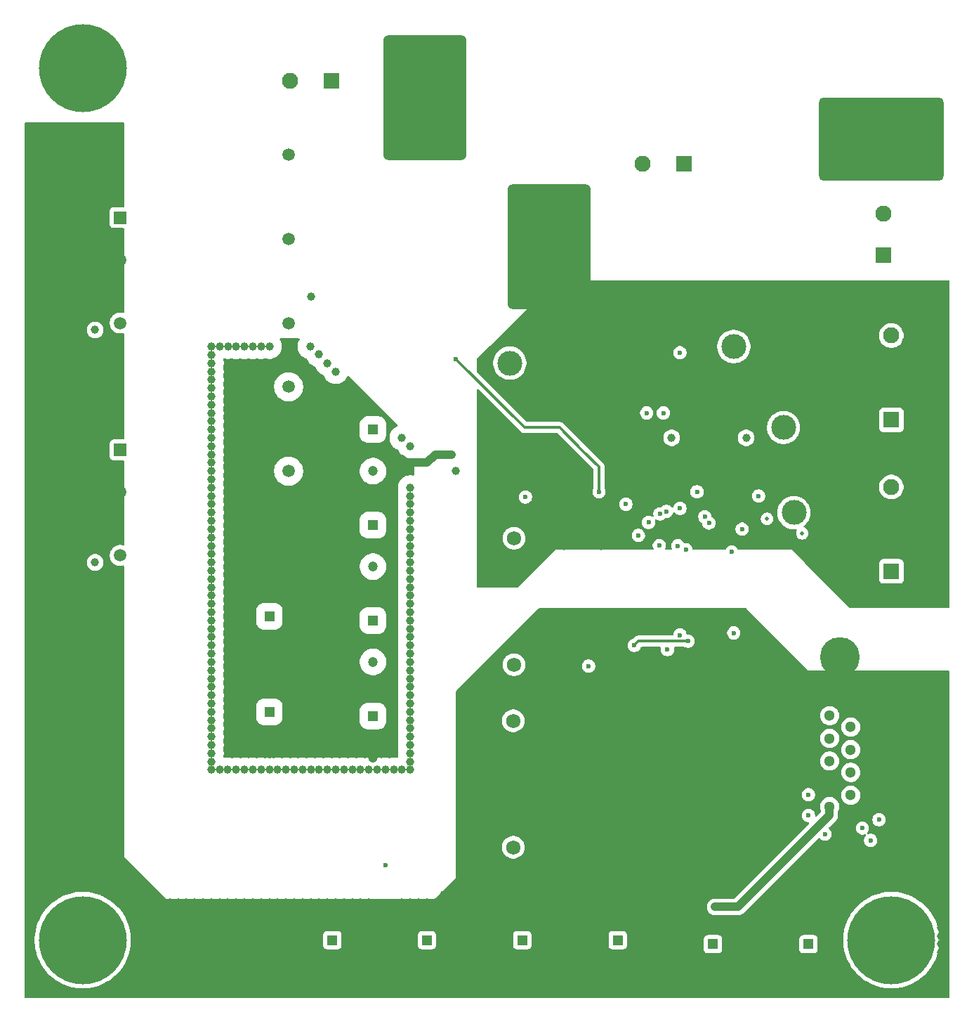
<source format=gbr>
%TF.GenerationSoftware,KiCad,Pcbnew,9.0.0*%
%TF.CreationDate,2025-04-28T14:21:00-07:00*%
%TF.ProjectId,GateDriver,47617465-4472-4697-9665-722e6b696361,rev?*%
%TF.SameCoordinates,Original*%
%TF.FileFunction,Copper,L3,Inr*%
%TF.FilePolarity,Positive*%
%FSLAX46Y46*%
G04 Gerber Fmt 4.6, Leading zero omitted, Abs format (unit mm)*
G04 Created by KiCad (PCBNEW 9.0.0) date 2025-04-28 14:21:00*
%MOMM*%
%LPD*%
G01*
G04 APERTURE LIST*
G04 Aperture macros list*
%AMRoundRect*
0 Rectangle with rounded corners*
0 $1 Rounding radius*
0 $2 $3 $4 $5 $6 $7 $8 $9 X,Y pos of 4 corners*
0 Add a 4 corners polygon primitive as box body*
4,1,4,$2,$3,$4,$5,$6,$7,$8,$9,$2,$3,0*
0 Add four circle primitives for the rounded corners*
1,1,$1+$1,$2,$3*
1,1,$1+$1,$4,$5*
1,1,$1+$1,$6,$7*
1,1,$1+$1,$8,$9*
0 Add four rect primitives between the rounded corners*
20,1,$1+$1,$2,$3,$4,$5,0*
20,1,$1+$1,$4,$5,$6,$7,0*
20,1,$1+$1,$6,$7,$8,$9,0*
20,1,$1+$1,$8,$9,$2,$3,0*%
G04 Aperture macros list end*
%TA.AperFunction,ComponentPad*%
%ADD10C,10.600000*%
%TD*%
%TA.AperFunction,ComponentPad*%
%ADD11RoundRect,0.500000X4.500000X7.000000X-4.500000X7.000000X-4.500000X-7.000000X4.500000X-7.000000X0*%
%TD*%
%TA.AperFunction,ComponentPad*%
%ADD12RoundRect,0.500000X7.000000X-4.500000X7.000000X4.500000X-7.000000X4.500000X-7.000000X-4.500000X0*%
%TD*%
%TA.AperFunction,ComponentPad*%
%ADD13R,1.950000X1.950000*%
%TD*%
%TA.AperFunction,ComponentPad*%
%ADD14C,1.950000*%
%TD*%
%TA.AperFunction,ComponentPad*%
%ADD15C,3.000000*%
%TD*%
%TA.AperFunction,ComponentPad*%
%ADD16R,1.200000X1.200000*%
%TD*%
%TA.AperFunction,ComponentPad*%
%ADD17C,1.200000*%
%TD*%
%TA.AperFunction,ComponentPad*%
%ADD18C,1.725000*%
%TD*%
%TA.AperFunction,ComponentPad*%
%ADD19C,1.300000*%
%TD*%
%TA.AperFunction,ComponentPad*%
%ADD20C,4.800000*%
%TD*%
%TA.AperFunction,ComponentPad*%
%ADD21R,1.500000X1.500000*%
%TD*%
%TA.AperFunction,ComponentPad*%
%ADD22C,1.500000*%
%TD*%
%TA.AperFunction,ViaPad*%
%ADD23C,1.000000*%
%TD*%
%TA.AperFunction,ViaPad*%
%ADD24C,0.600000*%
%TD*%
%TA.AperFunction,ViaPad*%
%ADD25C,0.500000*%
%TD*%
%TA.AperFunction,Conductor*%
%ADD26C,0.350000*%
%TD*%
%TA.AperFunction,Conductor*%
%ADD27C,1.000000*%
%TD*%
G04 APERTURE END LIST*
D10*
%TO.N,N/C*%
%TO.C,H4*%
X82500000Y-152500000D03*
%TD*%
D11*
%TO.N,IGBT_COLLECTOR*%
%TO.C,Q1*%
X123750000Y-51000000D03*
%TO.N,IGBT_EMITTER*%
X138750000Y-69000000D03*
D12*
%TO.N,IGBT_GATE*%
X178750000Y-56000000D03*
%TD*%
D10*
%TO.N,N/C*%
%TO.C,H6*%
X82500000Y-47500000D03*
%TD*%
D13*
%TO.N,ANALOG_INPUT_1*%
%TO.C,J1*%
X180000000Y-108080000D03*
D14*
%TO.N,IGBT_EMITTER*%
X180000000Y-103000000D03*
%TO.N,+5VP*%
X180000000Y-97920000D03*
%TD*%
D13*
%TO.N,IGBT_GATE*%
%TO.C,J5*%
X179000000Y-70000000D03*
D14*
X179000000Y-65000000D03*
%TD*%
D13*
%TO.N,IGBT_EMITTER*%
%TO.C,J6*%
X155000000Y-59000000D03*
D14*
X150000000Y-59000000D03*
%TD*%
D10*
%TO.N,N/C*%
%TO.C,H5*%
X180000000Y-152500000D03*
%TD*%
D15*
%TO.N,ANALOG_SENSE_2*%
%TO.C,TP5*%
X167000000Y-90750000D03*
%TD*%
%TO.N,IGBT_GATE*%
%TO.C,TP7*%
X161000000Y-81000000D03*
%TD*%
%TO.N,Net-(D9-K)*%
%TO.C,TP8*%
X134000000Y-83000000D03*
%TD*%
%TO.N,ANALOG_SENSE_1*%
%TO.C,TP6*%
X168250000Y-101000000D03*
%TD*%
%TO.N,IGBT_EMITTER*%
%TO.C,TP3*%
X140500000Y-104000000D03*
%TD*%
D13*
%TO.N,ANALOG_INPUT_2*%
%TO.C,J3*%
X180000000Y-89830000D03*
D14*
%TO.N,IGBT_EMITTER*%
X180000000Y-84750000D03*
%TO.N,+5VP*%
X180000000Y-79670000D03*
%TD*%
D13*
%TO.N,IGBT_COLLECTOR*%
%TO.C,J7*%
X112500000Y-49000000D03*
D14*
X107500000Y-49000000D03*
%TD*%
D16*
%TO.N,+12V*%
%TO.C,C39*%
X158500000Y-153000000D03*
D17*
%TO.N,GND*%
X153500000Y-153000000D03*
%TD*%
D16*
%TO.N,IGBT_EMITTER*%
%TO.C,C56*%
X105000000Y-113500000D03*
D17*
%TO.N,ISO_GATE_DRIVE_-9V*%
X105000000Y-118500000D03*
%TD*%
D16*
%TO.N,ISO_GATE_DRIVE_+15V*%
%TO.C,C42*%
X117500000Y-91000000D03*
D17*
%TO.N,IGBT_EMITTER*%
X117500000Y-96000000D03*
%TD*%
D18*
%TO.N,+5V*%
%TO.C,PS4*%
X134500000Y-119325000D03*
%TO.N,GND*%
X134500000Y-116785000D03*
%TO.N,IGBT_EMITTER*%
X134500000Y-109165000D03*
%TO.N,+5VP*%
X134500000Y-104085000D03*
%TD*%
D16*
%TO.N,+12V*%
%TO.C,C38*%
X170000000Y-153000000D03*
D17*
%TO.N,GND*%
X165000000Y-153000000D03*
%TD*%
D16*
%TO.N,ISO_GATE_DRIVE_+15V*%
%TO.C,C41*%
X117500000Y-114000000D03*
D17*
%TO.N,IGBT_EMITTER*%
X117500000Y-119000000D03*
%TD*%
D19*
%TO.N,+12V*%
%TO.C,J4*%
X172559610Y-136418500D03*
%TO.N,GND*%
X172559610Y-133678500D03*
%TO.N,GATE_DRIVE+*%
X172559610Y-130938500D03*
%TO.N,GATE_DRIVE-*%
X172559610Y-128198500D03*
%TO.N,FAULT*%
X172559610Y-125458500D03*
%TO.N,SDI*%
X175099610Y-135048500D03*
%TO.N,SDO*%
X175099610Y-132308500D03*
%TO.N,SPI_CLK*%
X175099610Y-129568500D03*
%TO.N,SPI_CS*%
X175099610Y-126828500D03*
D20*
%TO.N,GND*%
X173829610Y-143438500D03*
X173829610Y-118438500D03*
%TD*%
D16*
%TO.N,IGBT_EMITTER*%
%TO.C,C55*%
X117500000Y-125500000D03*
D17*
%TO.N,ISO_GATE_DRIVE_-9V*%
X117500000Y-130500000D03*
%TD*%
D16*
%TO.N,+12V*%
%TO.C,C37*%
X147000000Y-152500000D03*
D17*
%TO.N,GND*%
X142000000Y-152500000D03*
%TD*%
D16*
%TO.N,+12V*%
%TO.C,C47*%
X124000000Y-152500000D03*
D17*
%TO.N,GND*%
X119000000Y-152500000D03*
%TD*%
D16*
%TO.N,+12V*%
%TO.C,C48*%
X135500000Y-152500000D03*
D17*
%TO.N,GND*%
X130500000Y-152500000D03*
%TD*%
D21*
%TO.N,+12V*%
%TO.C,PS2*%
X87000000Y-65460000D03*
D22*
%TO.N,GND*%
X87000000Y-70540000D03*
%TO.N,unconnected-(PS2-CTRL-Pad3)*%
X87000000Y-78160000D03*
%TO.N,IGBT_EMITTER*%
X107320000Y-78160000D03*
%TO.N,unconnected-(PS2-TRIM-Pad5)*%
X107320000Y-68000000D03*
%TO.N,ISO_GATE_DRIVE_+15V*%
X107320000Y-57840000D03*
%TD*%
D16*
%TO.N,+12V*%
%TO.C,C46*%
X112600000Y-152500000D03*
D17*
%TO.N,GND*%
X107600000Y-152500000D03*
%TD*%
D16*
%TO.N,IGBT_EMITTER*%
%TO.C,C57*%
X105000000Y-125000000D03*
D17*
%TO.N,ISO_GATE_DRIVE_-9V*%
X105000000Y-130000000D03*
%TD*%
D18*
%TO.N,+12V*%
%TO.C,PS1*%
X134415000Y-141325000D03*
%TO.N,GND*%
X134415000Y-138785000D03*
X134415000Y-131165000D03*
%TO.N,+5V*%
X134415000Y-126085000D03*
%TD*%
D16*
%TO.N,ISO_GATE_DRIVE_+15V*%
%TO.C,C40*%
X117500000Y-102500000D03*
D17*
%TO.N,IGBT_EMITTER*%
X117500000Y-107500000D03*
%TD*%
D21*
%TO.N,+12V*%
%TO.C,PS3*%
X87000000Y-93460000D03*
D22*
%TO.N,GND*%
X87000000Y-98540000D03*
%TO.N,unconnected-(PS3-CTRL-Pad3)*%
X87000000Y-106160000D03*
%TO.N,ISO_GATE_DRIVE_-9V*%
X107320000Y-106160000D03*
%TO.N,unconnected-(PS3-TRIM-Pad5)*%
X107320000Y-96000000D03*
%TO.N,IGBT_EMITTER*%
X107320000Y-85840000D03*
%TD*%
D23*
%TO.N,GND*%
X114000000Y-159000000D03*
X186000000Y-150000000D03*
X76000000Y-70000000D03*
X142000000Y-127000000D03*
X115000000Y-159000000D03*
X180000000Y-159000000D03*
X76000000Y-60000000D03*
X180000000Y-130000000D03*
X126000000Y-147000000D03*
X181000000Y-159000000D03*
X167000000Y-118000000D03*
X76000000Y-77000000D03*
X186000000Y-154000000D03*
X91000000Y-159000000D03*
X135000000Y-159000000D03*
X186000000Y-147000000D03*
X130000000Y-121000000D03*
X165000000Y-159000000D03*
X143000000Y-113000000D03*
X146000000Y-159000000D03*
X76000000Y-142000000D03*
X137000000Y-159000000D03*
X90000000Y-159000000D03*
X175000000Y-159000000D03*
X186000000Y-135000000D03*
X137000000Y-114000000D03*
X148000000Y-126500000D03*
X153000000Y-132000000D03*
X135000000Y-145000000D03*
X125000000Y-148000000D03*
X124000000Y-159000000D03*
X165000000Y-155000000D03*
X87000000Y-142000000D03*
X169000000Y-127000000D03*
X76000000Y-99000000D03*
X170000000Y-145000000D03*
X76000000Y-97000000D03*
X177000000Y-121000000D03*
X130000000Y-135000000D03*
X109000000Y-148000000D03*
X150000000Y-150000000D03*
X162000000Y-113000000D03*
X87000000Y-138000000D03*
X76000000Y-138000000D03*
X88000000Y-144000000D03*
X186000000Y-156000000D03*
X76000000Y-134000000D03*
X104000000Y-159000000D03*
X144000000Y-159000000D03*
X76000000Y-143000000D03*
X107000000Y-148000000D03*
X76000000Y-64000000D03*
X76000000Y-151000000D03*
X145000000Y-150000000D03*
X87000000Y-124000000D03*
X89000000Y-159000000D03*
X168000000Y-159000000D03*
X164000000Y-159000000D03*
X87000000Y-125000000D03*
X76000000Y-147000000D03*
X76000000Y-121000000D03*
X76000000Y-90000000D03*
X78000000Y-159000000D03*
X76000000Y-119000000D03*
X87000000Y-119000000D03*
X135000000Y-155000000D03*
X78000000Y-55000000D03*
X98000000Y-148000000D03*
X162000000Y-159000000D03*
X117000000Y-148000000D03*
X139000000Y-113000000D03*
X150000000Y-155000000D03*
X85000000Y-115000000D03*
X91000000Y-147000000D03*
X138000000Y-113000000D03*
X166000000Y-117000000D03*
X164000000Y-115000000D03*
X76000000Y-136000000D03*
X149000000Y-159000000D03*
X76000000Y-117000000D03*
X87000000Y-141000000D03*
X76000000Y-156000000D03*
X80000000Y-55000000D03*
X87000000Y-143000000D03*
X76000000Y-154000000D03*
X175000000Y-121000000D03*
X102000000Y-148000000D03*
X155000000Y-159000000D03*
X175000000Y-125000000D03*
X142000000Y-132000000D03*
X171000000Y-121000000D03*
X80000000Y-120000000D03*
X168500000Y-122500000D03*
X185000000Y-159000000D03*
X76000000Y-84000000D03*
X145000000Y-145000000D03*
X138000000Y-159000000D03*
X87000000Y-113000000D03*
X85000000Y-159000000D03*
X165000000Y-135000000D03*
X100000000Y-148000000D03*
X87000000Y-137000000D03*
X76000000Y-116000000D03*
X157000000Y-159000000D03*
X96000000Y-159000000D03*
X130000000Y-155000000D03*
X147000000Y-113000000D03*
X76000000Y-100000000D03*
X76000000Y-76000000D03*
X186000000Y-128000000D03*
X177000000Y-159000000D03*
X76000000Y-58000000D03*
X76000000Y-125000000D03*
X159000000Y-159000000D03*
X95000000Y-159000000D03*
X87000000Y-135000000D03*
X76000000Y-88000000D03*
X100000000Y-150000000D03*
X76000000Y-111000000D03*
X80000000Y-115000000D03*
X85000000Y-55000000D03*
X76000000Y-75000000D03*
X159000000Y-122500000D03*
X173000000Y-159000000D03*
X89000000Y-145000000D03*
X186000000Y-157000000D03*
X173000000Y-121000000D03*
X76000000Y-124000000D03*
X97000000Y-148000000D03*
X125000000Y-155000000D03*
X126000000Y-159000000D03*
X87000000Y-134000000D03*
X120000000Y-155000000D03*
X104000000Y-148000000D03*
X76000000Y-135000000D03*
X128000000Y-130000000D03*
X153000000Y-159000000D03*
X103000000Y-148000000D03*
X80000000Y-145000000D03*
X76000000Y-98000000D03*
X87000000Y-140000000D03*
X76000000Y-130000000D03*
X76000000Y-83000000D03*
X95000000Y-155000000D03*
X76000000Y-115000000D03*
X76000000Y-95000000D03*
X98000000Y-159000000D03*
X76000000Y-129000000D03*
X140000000Y-113000000D03*
X133000000Y-159000000D03*
X186000000Y-127000000D03*
X76000000Y-66000000D03*
X76000000Y-74000000D03*
X128000000Y-137000000D03*
X76000000Y-82000000D03*
X125000000Y-159000000D03*
X76000000Y-61000000D03*
X186000000Y-152000000D03*
X186000000Y-151000000D03*
X180000000Y-125000000D03*
X76000000Y-140000000D03*
X76000000Y-146000000D03*
X147000000Y-123000000D03*
X159000000Y-132000000D03*
X186000000Y-132000000D03*
X76000000Y-65000000D03*
X142000000Y-141000000D03*
X135000000Y-150000000D03*
X159000000Y-127000000D03*
X87000000Y-116000000D03*
X160000000Y-159000000D03*
X113000000Y-159000000D03*
X76000000Y-120000000D03*
X80000000Y-140000000D03*
X114516841Y-155027771D03*
X76000000Y-139000000D03*
X81000000Y-55000000D03*
X83000000Y-55000000D03*
X97000000Y-159000000D03*
X186000000Y-142000000D03*
X83000000Y-159000000D03*
X155000000Y-118500000D03*
X100000000Y-155000000D03*
X150000000Y-159000000D03*
X76000000Y-104000000D03*
X131000000Y-159000000D03*
X77000000Y-159000000D03*
X180000000Y-145000000D03*
X130000000Y-159000000D03*
X99000000Y-148000000D03*
X128000000Y-138000000D03*
X122000000Y-148000000D03*
X185000000Y-121000000D03*
X76000000Y-89000000D03*
X178000000Y-121000000D03*
X76000000Y-92000000D03*
X186000000Y-137000000D03*
X119000000Y-159000000D03*
X141000000Y-123000000D03*
X140000000Y-159000000D03*
X165000000Y-138000000D03*
X76000000Y-107000000D03*
X136000000Y-115000000D03*
X106000000Y-148000000D03*
X76000000Y-128000000D03*
X186000000Y-121000000D03*
X76000000Y-113000000D03*
X76000000Y-159000000D03*
X82000000Y-159000000D03*
X128000000Y-159000000D03*
X115000000Y-150000000D03*
X76000000Y-158000000D03*
X178000000Y-159000000D03*
X160000000Y-155000000D03*
X76000000Y-87000000D03*
X87000000Y-118000000D03*
X76000000Y-85000000D03*
X76000000Y-101000000D03*
X77000000Y-55000000D03*
X186000000Y-131000000D03*
X76000000Y-96000000D03*
X153000000Y-127000000D03*
X129000000Y-122000000D03*
X121000000Y-148000000D03*
X87000000Y-114000000D03*
X85000000Y-140000000D03*
X76000000Y-126000000D03*
X134000000Y-159000000D03*
X76000000Y-127000000D03*
X148036104Y-139993278D03*
X76000000Y-110000000D03*
X148000000Y-132000000D03*
X174000000Y-159000000D03*
X100000000Y-159000000D03*
X128000000Y-139000000D03*
X87000000Y-55000000D03*
X94000000Y-148000000D03*
X110000000Y-159000000D03*
X166000000Y-159000000D03*
X76000000Y-79000000D03*
X163000000Y-159000000D03*
X116000000Y-159000000D03*
X160000000Y-145000000D03*
X186000000Y-133000000D03*
X76000000Y-118000000D03*
X186000000Y-122000000D03*
X148000000Y-159000000D03*
X140000000Y-150000000D03*
X80000000Y-159000000D03*
X87000000Y-129000000D03*
X86000000Y-55000000D03*
X76000000Y-63000000D03*
X76000000Y-157000000D03*
X128000000Y-136000000D03*
X129000000Y-159000000D03*
X76000000Y-123000000D03*
X186000000Y-123000000D03*
X76000000Y-55000000D03*
X186000000Y-136000000D03*
X76000000Y-56000000D03*
X105000000Y-148000000D03*
X76000000Y-59000000D03*
X99000000Y-159000000D03*
X169000000Y-120000000D03*
X151000000Y-159000000D03*
X106000000Y-159000000D03*
X76000000Y-150000000D03*
X144000000Y-113000000D03*
X186000000Y-140000000D03*
X169000000Y-131000000D03*
X95000000Y-150000000D03*
X186000000Y-143000000D03*
X158000000Y-139000000D03*
X182000000Y-121000000D03*
X85000000Y-135000000D03*
X117000000Y-159000000D03*
X81000000Y-159000000D03*
X155000000Y-145000000D03*
X76000000Y-155000000D03*
X87000000Y-136000000D03*
X186000000Y-130000000D03*
X184000000Y-159000000D03*
X79000000Y-159000000D03*
X105000000Y-150000000D03*
X186000000Y-159000000D03*
X76000000Y-62000000D03*
X141000000Y-113000000D03*
X123000000Y-159000000D03*
X108000000Y-148000000D03*
X125014710Y-149946611D03*
X76000000Y-109000000D03*
X76000000Y-112000000D03*
X146000000Y-113000000D03*
X135000000Y-135000000D03*
X143000000Y-159000000D03*
X82000000Y-55000000D03*
X158000000Y-159000000D03*
X76000000Y-103000000D03*
X186000000Y-149000000D03*
X102000000Y-159000000D03*
X186000000Y-126000000D03*
X186000000Y-155000000D03*
X76000000Y-73000000D03*
X123000000Y-148000000D03*
X147000000Y-159000000D03*
X174000000Y-121000000D03*
X141000000Y-159000000D03*
X186000000Y-125000000D03*
X80000000Y-130000000D03*
X145000000Y-113000000D03*
X111000000Y-159000000D03*
X76000000Y-102000000D03*
X90000000Y-155000000D03*
X94000000Y-159000000D03*
X139000000Y-159000000D03*
X76000000Y-152000000D03*
X122000000Y-159000000D03*
X148000000Y-113000000D03*
X76000000Y-94000000D03*
X142000000Y-113000000D03*
X181000000Y-121000000D03*
X186000000Y-148000000D03*
X76000000Y-86000000D03*
X87000000Y-159000000D03*
X112000000Y-148000000D03*
X186000000Y-141000000D03*
X128000000Y-126000000D03*
X118000000Y-159000000D03*
X76000000Y-57000000D03*
X142000000Y-159000000D03*
X84000000Y-55000000D03*
X170000000Y-155000000D03*
X140000000Y-145000000D03*
X86000000Y-159000000D03*
X76000000Y-133000000D03*
X101000000Y-159000000D03*
X76000000Y-131000000D03*
X172000000Y-159000000D03*
X79000000Y-55000000D03*
X93000000Y-159000000D03*
X183000000Y-159000000D03*
X76000000Y-148000000D03*
X154000000Y-159000000D03*
X186000000Y-144000000D03*
X76000000Y-78000000D03*
X186000000Y-134000000D03*
X114000000Y-148000000D03*
X76000000Y-69000000D03*
X76000000Y-67000000D03*
X176000000Y-121000000D03*
X90000000Y-146000000D03*
X164000000Y-127000000D03*
X167000000Y-159000000D03*
X128000000Y-131000000D03*
X92000000Y-159000000D03*
X76000000Y-122000000D03*
X76000000Y-153000000D03*
X111000000Y-148000000D03*
X165000000Y-150000000D03*
X176000000Y-159000000D03*
X76000000Y-80000000D03*
X161000000Y-159000000D03*
X76000000Y-91000000D03*
X115000000Y-148000000D03*
X180000000Y-140000000D03*
X186000000Y-138000000D03*
X164000000Y-122500000D03*
X169000000Y-159000000D03*
X182000000Y-159000000D03*
X80000000Y-125000000D03*
X171000000Y-159000000D03*
X96000000Y-148000000D03*
X136000000Y-159000000D03*
X76000000Y-137000000D03*
X87000000Y-130000000D03*
X139995536Y-155057522D03*
X84000000Y-159000000D03*
X76000000Y-106000000D03*
X95000000Y-148000000D03*
X180000000Y-121000000D03*
X186000000Y-145000000D03*
X87000000Y-117000000D03*
X76000000Y-105000000D03*
X120000000Y-159000000D03*
X76000000Y-132000000D03*
X133000000Y-118000000D03*
X179000000Y-121000000D03*
X76000000Y-81000000D03*
X76000000Y-145000000D03*
X108000000Y-159000000D03*
X164000000Y-132000000D03*
X105000000Y-159000000D03*
X184000000Y-121000000D03*
X128000000Y-135000000D03*
X165000000Y-116000000D03*
X88000000Y-159000000D03*
X76000000Y-68000000D03*
X127000000Y-159000000D03*
X186000000Y-146000000D03*
X153000000Y-140000000D03*
X103000000Y-159000000D03*
X186000000Y-139000000D03*
X109000000Y-159000000D03*
X186000000Y-153000000D03*
X145000000Y-155000000D03*
X168000000Y-119000000D03*
X132000000Y-119000000D03*
X101000000Y-148000000D03*
X76000000Y-141000000D03*
X76000000Y-144000000D03*
X87000000Y-120000000D03*
X131000000Y-120000000D03*
X186000000Y-129000000D03*
X155000000Y-155000000D03*
X107000000Y-159000000D03*
X76000000Y-71000000D03*
X105000000Y-155000000D03*
X180000000Y-135000000D03*
X93000000Y-148000000D03*
X150000000Y-145000000D03*
X116000000Y-148000000D03*
X179000000Y-159000000D03*
X152000000Y-159000000D03*
X130000000Y-150000000D03*
X163000000Y-114000000D03*
X110000000Y-148000000D03*
X76000000Y-114000000D03*
X186000000Y-124000000D03*
X170000000Y-159000000D03*
X145000000Y-159000000D03*
X132000000Y-159000000D03*
X76000000Y-93000000D03*
X172000000Y-121000000D03*
X170000000Y-150000000D03*
X121000000Y-159000000D03*
X156000000Y-159000000D03*
X170000000Y-121000000D03*
X76000000Y-149000000D03*
X76000000Y-108000000D03*
X160000000Y-150000000D03*
X183000000Y-121000000D03*
X87000000Y-115000000D03*
X113000000Y-148000000D03*
X87000000Y-139000000D03*
X76000000Y-72000000D03*
X155000000Y-150000000D03*
X186000000Y-158000000D03*
X124000000Y-148000000D03*
X112000000Y-159000000D03*
D24*
%TO.N,+5V*%
X149000000Y-117000000D03*
X155500000Y-116500000D03*
X143500000Y-119500000D03*
%TO.N,ISO_GATE_DRIVE_+15V*%
X150725000Y-102179593D03*
D23*
X110000000Y-75000000D03*
D24*
X148000000Y-100000000D03*
D23*
X127500000Y-96000000D03*
D24*
X156562500Y-98500000D03*
D23*
%TO.N,IGBT_EMITTER*%
X177500000Y-110000000D03*
X98000000Y-108000000D03*
X131000000Y-98000000D03*
X98000000Y-110000000D03*
X112000000Y-83000000D03*
X108000000Y-132000000D03*
X105000000Y-132000000D03*
X98000000Y-129000000D03*
X116000000Y-132000000D03*
X122000000Y-115000000D03*
X98000000Y-101000000D03*
X168000000Y-80000000D03*
X122000000Y-129000000D03*
X98000000Y-100000000D03*
X122000000Y-119000000D03*
X102000000Y-132000000D03*
X98000000Y-88000000D03*
X98000000Y-116000000D03*
X131000000Y-91000000D03*
X98000000Y-125000000D03*
X122000000Y-109000000D03*
X98000000Y-113000000D03*
D24*
X159500000Y-97000000D03*
D23*
X142500000Y-100000000D03*
X109922147Y-81000000D03*
X122000000Y-104000000D03*
X98000000Y-81000000D03*
X103000000Y-81000000D03*
X101000000Y-81000000D03*
X122000000Y-121000000D03*
X165000000Y-92500000D03*
X100019787Y-80977259D03*
X98000000Y-106000000D03*
X122000000Y-102000000D03*
D24*
X159250000Y-102000000D03*
D23*
X104000000Y-132000000D03*
X103000000Y-132000000D03*
X98000000Y-119000000D03*
X134000000Y-92000000D03*
X118000000Y-132000000D03*
X172500000Y-75000000D03*
D24*
X148500000Y-102500000D03*
D23*
X98000000Y-127000000D03*
X98000000Y-92000000D03*
X174000000Y-86000000D03*
D24*
X155500000Y-90000000D03*
D23*
X109000000Y-132000000D03*
D24*
X156750000Y-105250000D03*
D23*
X121000000Y-92000000D03*
X132500000Y-100000000D03*
D25*
X171500000Y-105500000D03*
D23*
X98000000Y-124000000D03*
X98000000Y-98000000D03*
X122000000Y-124000000D03*
X175000000Y-80000000D03*
X98000000Y-109000000D03*
X111000000Y-132000000D03*
X98000000Y-126000000D03*
X98000000Y-114000000D03*
X98000000Y-121000000D03*
X122000000Y-108000000D03*
X98000000Y-82000000D03*
X136000000Y-79000000D03*
X119000000Y-132000000D03*
X98000000Y-122000000D03*
X98000000Y-111000000D03*
X122000000Y-130000000D03*
X147500000Y-75000000D03*
X98000000Y-97000000D03*
X122000000Y-122000000D03*
X98000000Y-131000000D03*
X142500000Y-85000000D03*
X122000000Y-101000000D03*
X122000000Y-116000000D03*
X110943149Y-81951043D03*
X98000000Y-95000000D03*
X98000000Y-96000000D03*
X120000000Y-132000000D03*
X140000000Y-95000000D03*
X163029068Y-89997334D03*
X98000000Y-87000000D03*
X98000000Y-123000000D03*
X98000000Y-91000000D03*
X98000000Y-117000000D03*
X106000000Y-132000000D03*
X185000000Y-102500000D03*
X122000000Y-100000000D03*
X122000000Y-93000000D03*
X105001507Y-80988818D03*
X98000000Y-90000000D03*
X98000000Y-118000000D03*
X160000000Y-90000000D03*
X98000000Y-85000000D03*
X122000000Y-98000000D03*
X182500000Y-95000000D03*
X122000000Y-105000000D03*
X113000000Y-132000000D03*
X157500000Y-75000000D03*
X98000000Y-89000000D03*
X170000000Y-85000000D03*
X145000000Y-80000000D03*
X122000000Y-111000000D03*
X98000000Y-93000000D03*
X122000000Y-127000000D03*
X122000000Y-99000000D03*
X98000000Y-107000000D03*
X98000000Y-112000000D03*
X122000000Y-118000000D03*
X122000000Y-126000000D03*
X122000000Y-125000000D03*
X148618719Y-90381281D03*
X122000000Y-131000000D03*
X122000000Y-120000000D03*
X145000000Y-105000000D03*
X185000000Y-110000000D03*
X122000000Y-103000000D03*
D24*
X149562500Y-94250000D03*
D23*
X98000000Y-99000000D03*
X122000000Y-113000000D03*
X122000000Y-128000000D03*
X98000000Y-105000000D03*
X117000000Y-132000000D03*
X98000000Y-102000000D03*
X107000000Y-132000000D03*
X122000000Y-117000000D03*
X98000000Y-120000000D03*
X114000000Y-132000000D03*
X122000000Y-114000000D03*
X185000000Y-80000000D03*
X112000000Y-132000000D03*
X122000000Y-112000000D03*
D25*
X176250000Y-103000000D03*
D23*
X122000000Y-106000000D03*
X102000000Y-81000000D03*
X122000000Y-107000000D03*
X101000000Y-132000000D03*
X152500000Y-75000000D03*
X147500000Y-87500000D03*
X98000000Y-132000000D03*
X99000000Y-81000000D03*
X113000000Y-84000000D03*
X98000000Y-86000000D03*
D24*
X155250000Y-99500000D03*
D23*
X162500000Y-85000000D03*
X98000000Y-94000000D03*
X98000000Y-130000000D03*
X98000000Y-104000000D03*
X167500000Y-75000000D03*
X98000000Y-115000000D03*
X98000000Y-103000000D03*
X104000000Y-81000000D03*
X142000000Y-90000000D03*
X100000000Y-132000000D03*
X157500000Y-90000000D03*
X99000000Y-132000000D03*
X121000000Y-132000000D03*
X122000000Y-110000000D03*
X110000000Y-132000000D03*
X131000000Y-106000000D03*
X115000000Y-132000000D03*
X122000000Y-123000000D03*
X122000000Y-132000000D03*
X98000000Y-84000000D03*
X98000000Y-83000000D03*
X98000000Y-128000000D03*
D24*
%TO.N,+12V*%
X119000000Y-143500000D03*
D23*
X158750000Y-148500000D03*
X84000000Y-107000000D03*
X84000000Y-79000000D03*
D24*
%TO.N,ISO_GATE_DRIVE_-9V*%
X164000000Y-99000000D03*
D23*
X127000000Y-94000000D03*
X153500000Y-92000000D03*
X162500000Y-92000000D03*
D24*
X162000000Y-103000000D03*
%TO.N,Net-(U1-VREG1)*%
X161000000Y-115500000D03*
%TO.N,Net-(U1-VREG2)*%
X160750000Y-105750000D03*
%TO.N,Net-(U1-VBST)*%
X152023479Y-104956655D03*
D25*
%TO.N,ANALOG_SENSE_1*%
X169250000Y-103500000D03*
D24*
X157500000Y-101500000D03*
%TO.N,IGBT_GATE*%
X154250000Y-105000000D03*
X154500000Y-100500000D03*
X154500000Y-81750000D03*
D25*
%TO.N,ANALOG_SENSE_2*%
X165000000Y-101750000D03*
D24*
X158000000Y-102250000D03*
%TO.N,Net-(U1-VREF)*%
X155250000Y-105500000D03*
%TO.N,Net-(D9-K)*%
X149500000Y-103750000D03*
X135875000Y-99125000D03*
%TO.N,SPI_CS*%
X178500000Y-138000000D03*
%TO.N,SPI_CLK*%
X176500000Y-139000000D03*
%TO.N,GATE_DRIVE+*%
X172000000Y-139750000D03*
%TO.N,SDI*%
X170000000Y-137500000D03*
X170000000Y-135000000D03*
%TO.N,GATE_DRIVE-*%
X177500000Y-140500000D03*
%TO.N,Net-(D13-A)*%
X127500000Y-82500000D03*
X144750000Y-98500000D03*
%TO.N,Net-(U1-nFLT1)*%
X153000000Y-117500000D03*
%TO.N,Net-(U1-nFLT2_DOUT)*%
X154500000Y-115750000D03*
%TO.N,Net-(U1-OUTH)*%
X152094669Y-101155331D03*
X150500000Y-89000000D03*
%TO.N,Net-(U1-OUTL)*%
X152875000Y-100875000D03*
X152500000Y-89000000D03*
%TD*%
D26*
%TO.N,+5V*%
X149500000Y-116500000D02*
X149000000Y-117000000D01*
X155500000Y-116500000D02*
X149500000Y-116500000D01*
D27*
%TO.N,IGBT_EMITTER*%
X160500000Y-99500000D02*
X161000000Y-99000000D01*
D26*
X161275000Y-101225000D02*
X161500000Y-101000000D01*
D27*
%TO.N,+12V*%
X161500000Y-148500000D02*
X158750000Y-148500000D01*
X172559610Y-137440390D02*
X171750000Y-138250000D01*
X172559610Y-136418500D02*
X172559610Y-137440390D01*
X171750000Y-138250000D02*
X161500000Y-148500000D01*
%TO.N,ISO_GATE_DRIVE_-9V*%
X124000000Y-95000000D02*
X121500000Y-95000000D01*
X125000000Y-94000000D02*
X124000000Y-95000000D01*
X121500000Y-95000000D02*
X121000000Y-94500000D01*
X127000000Y-94000000D02*
X125000000Y-94000000D01*
D26*
%TO.N,Net-(D13-A)*%
X139500000Y-90750000D02*
X140000000Y-90750000D01*
X140000000Y-90750000D02*
X142750000Y-93500000D01*
X135750000Y-90750000D02*
X139500000Y-90750000D01*
X144750000Y-95500000D02*
X144750000Y-98500000D01*
X142750000Y-93500000D02*
X144750000Y-95500000D01*
X127500000Y-82500000D02*
X135750000Y-90750000D01*
%TD*%
%TA.AperFunction,Conductor*%
%TO.N,IGBT_EMITTER*%
G36*
X186942539Y-73019685D02*
G01*
X186988294Y-73072489D01*
X186999500Y-73124000D01*
X186999500Y-112376000D01*
X186979815Y-112443039D01*
X186927011Y-112488794D01*
X186875500Y-112500000D01*
X175051362Y-112500000D01*
X174984323Y-112480315D01*
X174963681Y-112463681D01*
X169557135Y-107057135D01*
X178524500Y-107057135D01*
X178524500Y-109102870D01*
X178524501Y-109102876D01*
X178530908Y-109162483D01*
X178581202Y-109297328D01*
X178581206Y-109297335D01*
X178667452Y-109412544D01*
X178667455Y-109412547D01*
X178782664Y-109498793D01*
X178782671Y-109498797D01*
X178917517Y-109549091D01*
X178917516Y-109549091D01*
X178924444Y-109549835D01*
X178977127Y-109555500D01*
X181022872Y-109555499D01*
X181082483Y-109549091D01*
X181217331Y-109498796D01*
X181332546Y-109412546D01*
X181418796Y-109297331D01*
X181469091Y-109162483D01*
X181475500Y-109102873D01*
X181475499Y-107057128D01*
X181469091Y-106997517D01*
X181451832Y-106951244D01*
X181418797Y-106862671D01*
X181418793Y-106862664D01*
X181332547Y-106747455D01*
X181332544Y-106747452D01*
X181217335Y-106661206D01*
X181217328Y-106661202D01*
X181082482Y-106610908D01*
X181082483Y-106610908D01*
X181022883Y-106604501D01*
X181022881Y-106604500D01*
X181022873Y-106604500D01*
X181022864Y-106604500D01*
X178977129Y-106604500D01*
X178977123Y-106604501D01*
X178917516Y-106610908D01*
X178782671Y-106661202D01*
X178782664Y-106661206D01*
X178667455Y-106747452D01*
X178667452Y-106747455D01*
X178581206Y-106862664D01*
X178581202Y-106862671D01*
X178530908Y-106997517D01*
X178525399Y-107048761D01*
X178524501Y-107057123D01*
X178524500Y-107057135D01*
X169557135Y-107057135D01*
X168000000Y-105500000D01*
X161595755Y-105500000D01*
X161528716Y-105480315D01*
X161482961Y-105427511D01*
X161481219Y-105423513D01*
X161459394Y-105370821D01*
X161459391Y-105370816D01*
X161459390Y-105370814D01*
X161371789Y-105239711D01*
X161371786Y-105239707D01*
X161260292Y-105128213D01*
X161260288Y-105128210D01*
X161129185Y-105040609D01*
X161129172Y-105040602D01*
X160983501Y-104980264D01*
X160983489Y-104980261D01*
X160828845Y-104949500D01*
X160828842Y-104949500D01*
X160671158Y-104949500D01*
X160671155Y-104949500D01*
X160516510Y-104980261D01*
X160516498Y-104980264D01*
X160370827Y-105040602D01*
X160370814Y-105040609D01*
X160239711Y-105128210D01*
X160239707Y-105128213D01*
X160128213Y-105239707D01*
X160128210Y-105239711D01*
X160040609Y-105370814D01*
X160040606Y-105370820D01*
X160040606Y-105370821D01*
X160018804Y-105423455D01*
X159974966Y-105477855D01*
X159908672Y-105499921D01*
X159904245Y-105500000D01*
X156167947Y-105500000D01*
X156100908Y-105480315D01*
X156055153Y-105427511D01*
X156046330Y-105400191D01*
X156019738Y-105266510D01*
X156019737Y-105266503D01*
X156013208Y-105250741D01*
X155959397Y-105120827D01*
X155959390Y-105120814D01*
X155871789Y-104989711D01*
X155871786Y-104989707D01*
X155760292Y-104878213D01*
X155760288Y-104878210D01*
X155629185Y-104790609D01*
X155629172Y-104790602D01*
X155483501Y-104730264D01*
X155483489Y-104730261D01*
X155328845Y-104699500D01*
X155328842Y-104699500D01*
X155171158Y-104699500D01*
X155171153Y-104699500D01*
X155105431Y-104712573D01*
X155035839Y-104706346D01*
X154980662Y-104663482D01*
X154966679Y-104638409D01*
X154959392Y-104620817D01*
X154871789Y-104489711D01*
X154871786Y-104489707D01*
X154760292Y-104378213D01*
X154760288Y-104378210D01*
X154629185Y-104290609D01*
X154629172Y-104290602D01*
X154483501Y-104230264D01*
X154483489Y-104230261D01*
X154328845Y-104199500D01*
X154328842Y-104199500D01*
X154171158Y-104199500D01*
X154171155Y-104199500D01*
X154016510Y-104230261D01*
X154016498Y-104230264D01*
X153870827Y-104290602D01*
X153870814Y-104290609D01*
X153739711Y-104378210D01*
X153739707Y-104378213D01*
X153628213Y-104489707D01*
X153628210Y-104489711D01*
X153540609Y-104620814D01*
X153540602Y-104620827D01*
X153480264Y-104766498D01*
X153480261Y-104766510D01*
X153449500Y-104921153D01*
X153449500Y-105078846D01*
X153471639Y-105190144D01*
X153480263Y-105233497D01*
X153493934Y-105266503D01*
X153519634Y-105328547D01*
X153527103Y-105398017D01*
X153495828Y-105460496D01*
X153435739Y-105496148D01*
X153405073Y-105500000D01*
X152850452Y-105500000D01*
X152783413Y-105480315D01*
X152737658Y-105427511D01*
X152727714Y-105358353D01*
X152735891Y-105328547D01*
X152753513Y-105286004D01*
X152793216Y-105190152D01*
X152823979Y-105035497D01*
X152823979Y-104877813D01*
X152823979Y-104877810D01*
X152823978Y-104877808D01*
X152793216Y-104723158D01*
X152758112Y-104638409D01*
X152732876Y-104577482D01*
X152732869Y-104577469D01*
X152645268Y-104446366D01*
X152645265Y-104446362D01*
X152533771Y-104334868D01*
X152533767Y-104334865D01*
X152402664Y-104247264D01*
X152402651Y-104247257D01*
X152256980Y-104186919D01*
X152256968Y-104186916D01*
X152102324Y-104156155D01*
X152102321Y-104156155D01*
X151944637Y-104156155D01*
X151944634Y-104156155D01*
X151789989Y-104186916D01*
X151789977Y-104186919D01*
X151644306Y-104247257D01*
X151644293Y-104247264D01*
X151513190Y-104334865D01*
X151513186Y-104334868D01*
X151401692Y-104446362D01*
X151401689Y-104446366D01*
X151314088Y-104577469D01*
X151314081Y-104577482D01*
X151253743Y-104723153D01*
X151253740Y-104723165D01*
X151222979Y-104877808D01*
X151222979Y-105035501D01*
X151253740Y-105190144D01*
X151253742Y-105190152D01*
X151285367Y-105266503D01*
X151311067Y-105328547D01*
X151318536Y-105398017D01*
X151287261Y-105460496D01*
X151227172Y-105496148D01*
X151196506Y-105500000D01*
X139499999Y-105500000D01*
X135036319Y-109963681D01*
X134974996Y-109997166D01*
X134948638Y-110000000D01*
X130124000Y-110000000D01*
X130056961Y-109980315D01*
X130011206Y-109927511D01*
X130000000Y-109876000D01*
X130000000Y-103977724D01*
X133137000Y-103977724D01*
X133137000Y-104192275D01*
X133170560Y-104404170D01*
X133236859Y-104608215D01*
X133329795Y-104790609D01*
X133334258Y-104799368D01*
X133460362Y-104972935D01*
X133612065Y-105124638D01*
X133785632Y-105250742D01*
X133854837Y-105286004D01*
X133976784Y-105348140D01*
X133976786Y-105348140D01*
X133976789Y-105348142D01*
X134046588Y-105370821D01*
X134180829Y-105414439D01*
X134392725Y-105448000D01*
X134392730Y-105448000D01*
X134607275Y-105448000D01*
X134819170Y-105414439D01*
X134834226Y-105409547D01*
X135023211Y-105348142D01*
X135214368Y-105250742D01*
X135387935Y-105124638D01*
X135539638Y-104972935D01*
X135665742Y-104799368D01*
X135763142Y-104608211D01*
X135829439Y-104404170D01*
X135833550Y-104378213D01*
X135863000Y-104192275D01*
X135863000Y-103977724D01*
X135829439Y-103765829D01*
X135814193Y-103718907D01*
X135798677Y-103671153D01*
X148699500Y-103671153D01*
X148699500Y-103828846D01*
X148730261Y-103983489D01*
X148730264Y-103983501D01*
X148790602Y-104129172D01*
X148790609Y-104129185D01*
X148878210Y-104260288D01*
X148878213Y-104260292D01*
X148989707Y-104371786D01*
X148989711Y-104371789D01*
X149120814Y-104459390D01*
X149120827Y-104459397D01*
X149194013Y-104489711D01*
X149266503Y-104519737D01*
X149421153Y-104550499D01*
X149421156Y-104550500D01*
X149421158Y-104550500D01*
X149578844Y-104550500D01*
X149578845Y-104550499D01*
X149733497Y-104519737D01*
X149879179Y-104459394D01*
X150010289Y-104371789D01*
X150121789Y-104260289D01*
X150209394Y-104129179D01*
X150269737Y-103983497D01*
X150300500Y-103828842D01*
X150300500Y-103671158D01*
X150300500Y-103671155D01*
X150300499Y-103671153D01*
X150281158Y-103573920D01*
X150269737Y-103516503D01*
X150232284Y-103426082D01*
X150209397Y-103370827D01*
X150209390Y-103370814D01*
X150121789Y-103239711D01*
X150121786Y-103239707D01*
X150010292Y-103128213D01*
X150010288Y-103128210D01*
X149879185Y-103040609D01*
X149879172Y-103040602D01*
X149733501Y-102980264D01*
X149733489Y-102980261D01*
X149578845Y-102949500D01*
X149578842Y-102949500D01*
X149421158Y-102949500D01*
X149421155Y-102949500D01*
X149266510Y-102980261D01*
X149266498Y-102980264D01*
X149120827Y-103040602D01*
X149120814Y-103040609D01*
X148989711Y-103128210D01*
X148989707Y-103128213D01*
X148878213Y-103239707D01*
X148878210Y-103239711D01*
X148790609Y-103370814D01*
X148790602Y-103370827D01*
X148730264Y-103516498D01*
X148730261Y-103516510D01*
X148699500Y-103671153D01*
X135798677Y-103671153D01*
X135763142Y-103561789D01*
X135665742Y-103370632D01*
X135539638Y-103197065D01*
X135387935Y-103045362D01*
X135214368Y-102919258D01*
X135210031Y-102917048D01*
X135023215Y-102821859D01*
X134819170Y-102755560D01*
X134607275Y-102722000D01*
X134607270Y-102722000D01*
X134392730Y-102722000D01*
X134392725Y-102722000D01*
X134180829Y-102755560D01*
X133976784Y-102821859D01*
X133785631Y-102919258D01*
X133686605Y-102991205D01*
X133612065Y-103045362D01*
X133612063Y-103045364D01*
X133612062Y-103045364D01*
X133460364Y-103197062D01*
X133460364Y-103197063D01*
X133460362Y-103197065D01*
X133433893Y-103233497D01*
X133334258Y-103370631D01*
X133236859Y-103561784D01*
X133170560Y-103765829D01*
X133137000Y-103977724D01*
X130000000Y-103977724D01*
X130000000Y-102100746D01*
X149924500Y-102100746D01*
X149924500Y-102258439D01*
X149955261Y-102413082D01*
X149955264Y-102413094D01*
X150015602Y-102558765D01*
X150015609Y-102558778D01*
X150103210Y-102689881D01*
X150103213Y-102689885D01*
X150214707Y-102801379D01*
X150214711Y-102801382D01*
X150345814Y-102888983D01*
X150345827Y-102888990D01*
X150423489Y-102921158D01*
X150491503Y-102949330D01*
X150576661Y-102966269D01*
X150646153Y-102980092D01*
X150646156Y-102980093D01*
X150646158Y-102980093D01*
X150803844Y-102980093D01*
X150803845Y-102980092D01*
X150958497Y-102949330D01*
X151104179Y-102888987D01*
X151235289Y-102801382D01*
X151346789Y-102689882D01*
X151434394Y-102558772D01*
X151494737Y-102413090D01*
X151525500Y-102258435D01*
X151525500Y-102100751D01*
X151525500Y-102100748D01*
X151500636Y-101975752D01*
X151506863Y-101906160D01*
X151549726Y-101850983D01*
X151615615Y-101827738D01*
X151683612Y-101843806D01*
X151691144Y-101848458D01*
X151715483Y-101864721D01*
X151715496Y-101864728D01*
X151861167Y-101925066D01*
X151861172Y-101925068D01*
X152015822Y-101955830D01*
X152015825Y-101955831D01*
X152015827Y-101955831D01*
X152173513Y-101955831D01*
X152173514Y-101955830D01*
X152328166Y-101925068D01*
X152473848Y-101864725D01*
X152604958Y-101777120D01*
X152674575Y-101707502D01*
X152735896Y-101674019D01*
X152786450Y-101673569D01*
X152796158Y-101675500D01*
X152953844Y-101675500D01*
X152953845Y-101675499D01*
X153108497Y-101644737D01*
X153254179Y-101584394D01*
X153385289Y-101496789D01*
X153460925Y-101421153D01*
X156699500Y-101421153D01*
X156699500Y-101578846D01*
X156730261Y-101733489D01*
X156730264Y-101733501D01*
X156790602Y-101879172D01*
X156790609Y-101879185D01*
X156878210Y-102010288D01*
X156878213Y-102010292D01*
X156989710Y-102121789D01*
X157120815Y-102209390D01*
X157120821Y-102209394D01*
X157122945Y-102210274D01*
X157123885Y-102211031D01*
X157126192Y-102212264D01*
X157125958Y-102212701D01*
X157177349Y-102254107D01*
X157199421Y-102320399D01*
X157199500Y-102324837D01*
X157199500Y-102328846D01*
X157230261Y-102483489D01*
X157230264Y-102483501D01*
X157290602Y-102629172D01*
X157290609Y-102629185D01*
X157378210Y-102760288D01*
X157378213Y-102760292D01*
X157489707Y-102871786D01*
X157489711Y-102871789D01*
X157620814Y-102959390D01*
X157620827Y-102959397D01*
X157720060Y-103000500D01*
X157766503Y-103019737D01*
X157895328Y-103045362D01*
X157921153Y-103050499D01*
X157921156Y-103050500D01*
X157921158Y-103050500D01*
X158078844Y-103050500D01*
X158078845Y-103050499D01*
X158233497Y-103019737D01*
X158379179Y-102959394D01*
X158436411Y-102921153D01*
X161199500Y-102921153D01*
X161199500Y-103078846D01*
X161230261Y-103233489D01*
X161230264Y-103233501D01*
X161290602Y-103379172D01*
X161290609Y-103379185D01*
X161378210Y-103510288D01*
X161378213Y-103510292D01*
X161489707Y-103621786D01*
X161489711Y-103621789D01*
X161620814Y-103709390D01*
X161620827Y-103709397D01*
X161766498Y-103769735D01*
X161766503Y-103769737D01*
X161921153Y-103800499D01*
X161921156Y-103800500D01*
X161921158Y-103800500D01*
X162078844Y-103800500D01*
X162078845Y-103800499D01*
X162233497Y-103769737D01*
X162379179Y-103709394D01*
X162510289Y-103621789D01*
X162621789Y-103510289D01*
X162709394Y-103379179D01*
X162712854Y-103370827D01*
X162723067Y-103346166D01*
X162769737Y-103233497D01*
X162800500Y-103078842D01*
X162800500Y-102921158D01*
X162800500Y-102921155D01*
X162800499Y-102921153D01*
X162795973Y-102898398D01*
X162769737Y-102766503D01*
X162762635Y-102749356D01*
X162709397Y-102620827D01*
X162709390Y-102620814D01*
X162621789Y-102489711D01*
X162621786Y-102489707D01*
X162510292Y-102378213D01*
X162510288Y-102378210D01*
X162379185Y-102290609D01*
X162379172Y-102290602D01*
X162233501Y-102230264D01*
X162233489Y-102230261D01*
X162078845Y-102199500D01*
X162078842Y-102199500D01*
X161921158Y-102199500D01*
X161921155Y-102199500D01*
X161766510Y-102230261D01*
X161766498Y-102230264D01*
X161620827Y-102290602D01*
X161620814Y-102290609D01*
X161489711Y-102378210D01*
X161489707Y-102378213D01*
X161378213Y-102489707D01*
X161378210Y-102489711D01*
X161290609Y-102620814D01*
X161290602Y-102620827D01*
X161230264Y-102766498D01*
X161230261Y-102766510D01*
X161199500Y-102921153D01*
X158436411Y-102921153D01*
X158510289Y-102871789D01*
X158510292Y-102871786D01*
X158554694Y-102827385D01*
X158621786Y-102760292D01*
X158621789Y-102760289D01*
X158709394Y-102629179D01*
X158712854Y-102620827D01*
X158759888Y-102507274D01*
X158769737Y-102483497D01*
X158800500Y-102328842D01*
X158800500Y-102171158D01*
X158800500Y-102171155D01*
X158800499Y-102171153D01*
X158769738Y-102016510D01*
X158769737Y-102016503D01*
X158752858Y-101975752D01*
X158709397Y-101870827D01*
X158709390Y-101870814D01*
X158678056Y-101823920D01*
X164249499Y-101823920D01*
X164278340Y-101968907D01*
X164278343Y-101968917D01*
X164334912Y-102105488D01*
X164334919Y-102105501D01*
X164417048Y-102228415D01*
X164417051Y-102228419D01*
X164521580Y-102332948D01*
X164521584Y-102332951D01*
X164644498Y-102415080D01*
X164644511Y-102415087D01*
X164781082Y-102471656D01*
X164781087Y-102471658D01*
X164781091Y-102471658D01*
X164781092Y-102471659D01*
X164926079Y-102500500D01*
X164926082Y-102500500D01*
X165073920Y-102500500D01*
X165171462Y-102481096D01*
X165218913Y-102471658D01*
X165355495Y-102415084D01*
X165478416Y-102332951D01*
X165582951Y-102228416D01*
X165665084Y-102105495D01*
X165721658Y-101968913D01*
X165738014Y-101886690D01*
X165750500Y-101823920D01*
X165750500Y-101676079D01*
X165721659Y-101531092D01*
X165721658Y-101531091D01*
X165721658Y-101531087D01*
X165712102Y-101508016D01*
X165665087Y-101394511D01*
X165665080Y-101394498D01*
X165582951Y-101271584D01*
X165582948Y-101271580D01*
X165478419Y-101167051D01*
X165478415Y-101167048D01*
X165355501Y-101084919D01*
X165355488Y-101084912D01*
X165218917Y-101028343D01*
X165218907Y-101028340D01*
X165073920Y-100999500D01*
X165073918Y-100999500D01*
X164926082Y-100999500D01*
X164926080Y-100999500D01*
X164781092Y-101028340D01*
X164781082Y-101028343D01*
X164644511Y-101084912D01*
X164644498Y-101084919D01*
X164521584Y-101167048D01*
X164521580Y-101167051D01*
X164417051Y-101271580D01*
X164417048Y-101271584D01*
X164334919Y-101394498D01*
X164334912Y-101394511D01*
X164278343Y-101531082D01*
X164278340Y-101531092D01*
X164249500Y-101676079D01*
X164249500Y-101676082D01*
X164249500Y-101823918D01*
X164249500Y-101823920D01*
X164249499Y-101823920D01*
X158678056Y-101823920D01*
X158621790Y-101739712D01*
X158621786Y-101739707D01*
X158510292Y-101628213D01*
X158510288Y-101628210D01*
X158379185Y-101540609D01*
X158379169Y-101540601D01*
X158377038Y-101539718D01*
X158376094Y-101538957D01*
X158373809Y-101537736D01*
X158374040Y-101537302D01*
X158322638Y-101495873D01*
X158300579Y-101429577D01*
X158300500Y-101425161D01*
X158300500Y-101421155D01*
X158300499Y-101421153D01*
X158298251Y-101409854D01*
X158269737Y-101266503D01*
X158213660Y-101131120D01*
X158209397Y-101120827D01*
X158209390Y-101120814D01*
X158121789Y-100989711D01*
X158121786Y-100989707D01*
X158010292Y-100878213D01*
X158010288Y-100878210D01*
X157996313Y-100868872D01*
X166249500Y-100868872D01*
X166249500Y-101131127D01*
X166270872Y-101293450D01*
X166283730Y-101391116D01*
X166347259Y-101628210D01*
X166351602Y-101644418D01*
X166351605Y-101644428D01*
X166451953Y-101886690D01*
X166451958Y-101886700D01*
X166583075Y-102113803D01*
X166742718Y-102321851D01*
X166742726Y-102321860D01*
X166928140Y-102507274D01*
X166928148Y-102507281D01*
X167136196Y-102666924D01*
X167363299Y-102798041D01*
X167363309Y-102798046D01*
X167582868Y-102888990D01*
X167605581Y-102898398D01*
X167858884Y-102966270D01*
X168118880Y-103000500D01*
X168118887Y-103000500D01*
X168381113Y-103000500D01*
X168381120Y-103000500D01*
X168446823Y-102991849D01*
X168515855Y-103002614D01*
X168568112Y-103048993D01*
X168586998Y-103116261D01*
X168577569Y-103162239D01*
X168528342Y-103281087D01*
X168528340Y-103281092D01*
X168499500Y-103426079D01*
X168499500Y-103426082D01*
X168499500Y-103573918D01*
X168499500Y-103573920D01*
X168499499Y-103573920D01*
X168528340Y-103718907D01*
X168528343Y-103718917D01*
X168584912Y-103855488D01*
X168584919Y-103855501D01*
X168667048Y-103978415D01*
X168667051Y-103978419D01*
X168771580Y-104082948D01*
X168771584Y-104082951D01*
X168894498Y-104165080D01*
X168894511Y-104165087D01*
X169031082Y-104221656D01*
X169031087Y-104221658D01*
X169031091Y-104221658D01*
X169031092Y-104221659D01*
X169176079Y-104250500D01*
X169176082Y-104250500D01*
X169323920Y-104250500D01*
X169425664Y-104230261D01*
X169468913Y-104221658D01*
X169605495Y-104165084D01*
X169728416Y-104082951D01*
X169832951Y-103978416D01*
X169915084Y-103855495D01*
X169971658Y-103718913D01*
X170000500Y-103573918D01*
X170000500Y-103426082D01*
X170000500Y-103426079D01*
X169971659Y-103281092D01*
X169971658Y-103281091D01*
X169971658Y-103281087D01*
X169951946Y-103233497D01*
X169915087Y-103144511D01*
X169915080Y-103144498D01*
X169832951Y-103021584D01*
X169832948Y-103021580D01*
X169728419Y-102917051D01*
X169728415Y-102917048D01*
X169605501Y-102834919D01*
X169605492Y-102834914D01*
X169504777Y-102793197D01*
X169450374Y-102749356D01*
X169428309Y-102683062D01*
X169445588Y-102615362D01*
X169476738Y-102580264D01*
X169571851Y-102507282D01*
X169664053Y-102415080D01*
X169757274Y-102321860D01*
X169757277Y-102321855D01*
X169757282Y-102321851D01*
X169916924Y-102113803D01*
X170048043Y-101886697D01*
X170148398Y-101644419D01*
X170216270Y-101391116D01*
X170250500Y-101131120D01*
X170250500Y-100868880D01*
X170216270Y-100608884D01*
X170148398Y-100355581D01*
X170105995Y-100253211D01*
X170048046Y-100113309D01*
X170048041Y-100113299D01*
X169916924Y-99886196D01*
X169757281Y-99678148D01*
X169757274Y-99678140D01*
X169571860Y-99492726D01*
X169571851Y-99492718D01*
X169363803Y-99333075D01*
X169136700Y-99201958D01*
X169136690Y-99201953D01*
X168894428Y-99101605D01*
X168894421Y-99101603D01*
X168894419Y-99101602D01*
X168641116Y-99033730D01*
X168583339Y-99026123D01*
X168381127Y-98999500D01*
X168381120Y-98999500D01*
X168118880Y-98999500D01*
X168118872Y-98999500D01*
X167887772Y-99029926D01*
X167858884Y-99033730D01*
X167690508Y-99078846D01*
X167605581Y-99101602D01*
X167605571Y-99101605D01*
X167363309Y-99201953D01*
X167363299Y-99201958D01*
X167136196Y-99333075D01*
X166928148Y-99492718D01*
X166742718Y-99678148D01*
X166583075Y-99886196D01*
X166451958Y-100113299D01*
X166451953Y-100113309D01*
X166351605Y-100355571D01*
X166351602Y-100355581D01*
X166327391Y-100445940D01*
X166283730Y-100608885D01*
X166249500Y-100868872D01*
X157996313Y-100868872D01*
X157879185Y-100790609D01*
X157879172Y-100790602D01*
X157733501Y-100730264D01*
X157733489Y-100730261D01*
X157578845Y-100699500D01*
X157578842Y-100699500D01*
X157421158Y-100699500D01*
X157421155Y-100699500D01*
X157266510Y-100730261D01*
X157266498Y-100730264D01*
X157120827Y-100790602D01*
X157120814Y-100790609D01*
X156989711Y-100878210D01*
X156989707Y-100878213D01*
X156878213Y-100989707D01*
X156878210Y-100989711D01*
X156790609Y-101120814D01*
X156790602Y-101120827D01*
X156730264Y-101266498D01*
X156730261Y-101266510D01*
X156699500Y-101421153D01*
X153460925Y-101421153D01*
X153496789Y-101385289D01*
X153584394Y-101254179D01*
X153644737Y-101108497D01*
X153654947Y-101057164D01*
X153687331Y-100995257D01*
X153748046Y-100960682D01*
X153817816Y-100964421D01*
X153874488Y-101005286D01*
X153877262Y-101009134D01*
X153878213Y-101010292D01*
X153989707Y-101121786D01*
X153989711Y-101121789D01*
X154120814Y-101209390D01*
X154120827Y-101209397D01*
X154258683Y-101266498D01*
X154266503Y-101269737D01*
X154421153Y-101300499D01*
X154421156Y-101300500D01*
X154421158Y-101300500D01*
X154578844Y-101300500D01*
X154578845Y-101300499D01*
X154589179Y-101298443D01*
X154614287Y-101293450D01*
X154614292Y-101293449D01*
X154699800Y-101276439D01*
X154733497Y-101269737D01*
X154879179Y-101209394D01*
X155010289Y-101121789D01*
X155121789Y-101010289D01*
X155209394Y-100879179D01*
X155213658Y-100868886D01*
X155243782Y-100796158D01*
X155269737Y-100733497D01*
X155300500Y-100578842D01*
X155300500Y-100421158D01*
X155300500Y-100421155D01*
X155300499Y-100421153D01*
X155292148Y-100379172D01*
X155269737Y-100266503D01*
X155227946Y-100165609D01*
X155209397Y-100120827D01*
X155209390Y-100120814D01*
X155121789Y-99989711D01*
X155121786Y-99989707D01*
X155010292Y-99878213D01*
X155010288Y-99878210D01*
X154879185Y-99790609D01*
X154879172Y-99790602D01*
X154733501Y-99730264D01*
X154733489Y-99730261D01*
X154578845Y-99699500D01*
X154578842Y-99699500D01*
X154421158Y-99699500D01*
X154421155Y-99699500D01*
X154266510Y-99730261D01*
X154266498Y-99730264D01*
X154120827Y-99790602D01*
X154120814Y-99790609D01*
X153989711Y-99878210D01*
X153989707Y-99878213D01*
X153878213Y-99989707D01*
X153878210Y-99989711D01*
X153790609Y-100120814D01*
X153790602Y-100120827D01*
X153730264Y-100266498D01*
X153730261Y-100266508D01*
X153720052Y-100317833D01*
X153687667Y-100379744D01*
X153626951Y-100414318D01*
X153557181Y-100410577D01*
X153500509Y-100369711D01*
X153497736Y-100365864D01*
X153496786Y-100364707D01*
X153385292Y-100253213D01*
X153385288Y-100253210D01*
X153254185Y-100165609D01*
X153254172Y-100165602D01*
X153108501Y-100105264D01*
X153108489Y-100105261D01*
X152953845Y-100074500D01*
X152953842Y-100074500D01*
X152796158Y-100074500D01*
X152796155Y-100074500D01*
X152641510Y-100105261D01*
X152641498Y-100105264D01*
X152495827Y-100165602D01*
X152495814Y-100165609D01*
X152364711Y-100253210D01*
X152295094Y-100322827D01*
X152233770Y-100356311D01*
X152183223Y-100356762D01*
X152173511Y-100354831D01*
X152015827Y-100354831D01*
X152015824Y-100354831D01*
X151861179Y-100385592D01*
X151861167Y-100385595D01*
X151715496Y-100445933D01*
X151715483Y-100445940D01*
X151584380Y-100533541D01*
X151584376Y-100533544D01*
X151472882Y-100645038D01*
X151472879Y-100645042D01*
X151385278Y-100776145D01*
X151385271Y-100776158D01*
X151324933Y-100921829D01*
X151324930Y-100921841D01*
X151294169Y-101076484D01*
X151294169Y-101234177D01*
X151319032Y-101359172D01*
X151312805Y-101428764D01*
X151269942Y-101483941D01*
X151204052Y-101507185D01*
X151136055Y-101491117D01*
X151128525Y-101486465D01*
X151104190Y-101470205D01*
X151104172Y-101470195D01*
X150958501Y-101409857D01*
X150958489Y-101409854D01*
X150803845Y-101379093D01*
X150803842Y-101379093D01*
X150646158Y-101379093D01*
X150646155Y-101379093D01*
X150491510Y-101409854D01*
X150491498Y-101409857D01*
X150345827Y-101470195D01*
X150345814Y-101470202D01*
X150214711Y-101557803D01*
X150214707Y-101557806D01*
X150103213Y-101669300D01*
X150103210Y-101669304D01*
X150015609Y-101800407D01*
X150015602Y-101800420D01*
X149955264Y-101946091D01*
X149955261Y-101946103D01*
X149924500Y-102100746D01*
X130000000Y-102100746D01*
X130000000Y-99046153D01*
X135074500Y-99046153D01*
X135074500Y-99203846D01*
X135105261Y-99358489D01*
X135105264Y-99358501D01*
X135165602Y-99504172D01*
X135165609Y-99504185D01*
X135253210Y-99635288D01*
X135253213Y-99635292D01*
X135364707Y-99746786D01*
X135364711Y-99746789D01*
X135495814Y-99834390D01*
X135495827Y-99834397D01*
X135601603Y-99878210D01*
X135641503Y-99894737D01*
X135796153Y-99925499D01*
X135796156Y-99925500D01*
X135796158Y-99925500D01*
X135953844Y-99925500D01*
X135953845Y-99925499D01*
X135975694Y-99921153D01*
X147199500Y-99921153D01*
X147199500Y-100078846D01*
X147230261Y-100233489D01*
X147230264Y-100233501D01*
X147290602Y-100379172D01*
X147290609Y-100379185D01*
X147378210Y-100510288D01*
X147378213Y-100510292D01*
X147489707Y-100621786D01*
X147489711Y-100621789D01*
X147620814Y-100709390D01*
X147620827Y-100709397D01*
X147766498Y-100769735D01*
X147766503Y-100769737D01*
X147921153Y-100800499D01*
X147921156Y-100800500D01*
X147921158Y-100800500D01*
X148078844Y-100800500D01*
X148078845Y-100800499D01*
X148233497Y-100769737D01*
X148379179Y-100709394D01*
X148510289Y-100621789D01*
X148621789Y-100510289D01*
X148709394Y-100379179D01*
X148715389Y-100364707D01*
X148734804Y-100317833D01*
X148769737Y-100233497D01*
X148800500Y-100078842D01*
X148800500Y-99921158D01*
X148800500Y-99921155D01*
X148800499Y-99921153D01*
X148795245Y-99894738D01*
X148769737Y-99766503D01*
X148761570Y-99746786D01*
X148709397Y-99620827D01*
X148709390Y-99620814D01*
X148621789Y-99489711D01*
X148621786Y-99489707D01*
X148510292Y-99378213D01*
X148510288Y-99378210D01*
X148379185Y-99290609D01*
X148379172Y-99290602D01*
X148233501Y-99230264D01*
X148233489Y-99230261D01*
X148078845Y-99199500D01*
X148078842Y-99199500D01*
X147921158Y-99199500D01*
X147921155Y-99199500D01*
X147766510Y-99230261D01*
X147766498Y-99230264D01*
X147620827Y-99290602D01*
X147620814Y-99290609D01*
X147489711Y-99378210D01*
X147489707Y-99378213D01*
X147378213Y-99489707D01*
X147378210Y-99489711D01*
X147290609Y-99620814D01*
X147290602Y-99620827D01*
X147230264Y-99766498D01*
X147230261Y-99766510D01*
X147199500Y-99921153D01*
X135975694Y-99921153D01*
X136108497Y-99894737D01*
X136254179Y-99834394D01*
X136254185Y-99834390D01*
X136287749Y-99811964D01*
X136355792Y-99766498D01*
X136385289Y-99746789D01*
X136496789Y-99635289D01*
X136584394Y-99504179D01*
X136590389Y-99489707D01*
X136636571Y-99378211D01*
X136644737Y-99358497D01*
X136675500Y-99203842D01*
X136675500Y-99046158D01*
X136675500Y-99046155D01*
X136675499Y-99046153D01*
X136666219Y-98999500D01*
X136644737Y-98891503D01*
X136592959Y-98766498D01*
X136584397Y-98745827D01*
X136584390Y-98745814D01*
X136496789Y-98614711D01*
X136496786Y-98614707D01*
X136385292Y-98503213D01*
X136385288Y-98503210D01*
X136254185Y-98415609D01*
X136254172Y-98415602D01*
X136108501Y-98355264D01*
X136108489Y-98355261D01*
X135953845Y-98324500D01*
X135953842Y-98324500D01*
X135796158Y-98324500D01*
X135796155Y-98324500D01*
X135641510Y-98355261D01*
X135641498Y-98355264D01*
X135495827Y-98415602D01*
X135495814Y-98415609D01*
X135364711Y-98503210D01*
X135364707Y-98503213D01*
X135253213Y-98614707D01*
X135253210Y-98614711D01*
X135165609Y-98745814D01*
X135165602Y-98745827D01*
X135105264Y-98891498D01*
X135105261Y-98891510D01*
X135074500Y-99046153D01*
X130000000Y-99046153D01*
X130000000Y-86254663D01*
X130019685Y-86187624D01*
X130072489Y-86141869D01*
X130141647Y-86131925D01*
X130205203Y-86160950D01*
X130211681Y-86166982D01*
X135319390Y-91274692D01*
X135319394Y-91274695D01*
X135430024Y-91348616D01*
X135430028Y-91348618D01*
X135430031Y-91348620D01*
X135552964Y-91399541D01*
X135683464Y-91425499D01*
X135683468Y-91425500D01*
X135683469Y-91425500D01*
X135816531Y-91425500D01*
X139433469Y-91425500D01*
X139668837Y-91425500D01*
X139735876Y-91445185D01*
X139756518Y-91461819D01*
X144038181Y-95743482D01*
X144071666Y-95804805D01*
X144074500Y-95831163D01*
X144074500Y-98032479D01*
X144054815Y-98099518D01*
X144053602Y-98101370D01*
X144040609Y-98120814D01*
X144040602Y-98120827D01*
X143980264Y-98266498D01*
X143980261Y-98266510D01*
X143949500Y-98421153D01*
X143949500Y-98578846D01*
X143980261Y-98733489D01*
X143980264Y-98733501D01*
X144040602Y-98879172D01*
X144040609Y-98879185D01*
X144128210Y-99010288D01*
X144128213Y-99010292D01*
X144239707Y-99121786D01*
X144239711Y-99121789D01*
X144370814Y-99209390D01*
X144370827Y-99209397D01*
X144516498Y-99269735D01*
X144516503Y-99269737D01*
X144671153Y-99300499D01*
X144671156Y-99300500D01*
X144671158Y-99300500D01*
X144828844Y-99300500D01*
X144828845Y-99300499D01*
X144983497Y-99269737D01*
X145129179Y-99209394D01*
X145260289Y-99121789D01*
X145371789Y-99010289D01*
X145459394Y-98879179D01*
X145519737Y-98733497D01*
X145550500Y-98578842D01*
X145550500Y-98421158D01*
X145550500Y-98421155D01*
X145550499Y-98421153D01*
X155762000Y-98421153D01*
X155762000Y-98578846D01*
X155792761Y-98733489D01*
X155792764Y-98733501D01*
X155853102Y-98879172D01*
X155853109Y-98879185D01*
X155940710Y-99010288D01*
X155940713Y-99010292D01*
X156052207Y-99121786D01*
X156052211Y-99121789D01*
X156183314Y-99209390D01*
X156183327Y-99209397D01*
X156328998Y-99269735D01*
X156329003Y-99269737D01*
X156483653Y-99300499D01*
X156483656Y-99300500D01*
X156483658Y-99300500D01*
X156641344Y-99300500D01*
X156641345Y-99300499D01*
X156795997Y-99269737D01*
X156941679Y-99209394D01*
X157072789Y-99121789D01*
X157184289Y-99010289D01*
X157243848Y-98921153D01*
X163199500Y-98921153D01*
X163199500Y-99078846D01*
X163230261Y-99233489D01*
X163230264Y-99233501D01*
X163290602Y-99379172D01*
X163290609Y-99379185D01*
X163378210Y-99510288D01*
X163378213Y-99510292D01*
X163489707Y-99621786D01*
X163489711Y-99621789D01*
X163620814Y-99709390D01*
X163620827Y-99709397D01*
X163711101Y-99746789D01*
X163766503Y-99769737D01*
X163921153Y-99800499D01*
X163921156Y-99800500D01*
X163921158Y-99800500D01*
X164078844Y-99800500D01*
X164078845Y-99800499D01*
X164233497Y-99769737D01*
X164379179Y-99709394D01*
X164510289Y-99621789D01*
X164621789Y-99510289D01*
X164709394Y-99379179D01*
X164769737Y-99233497D01*
X164800500Y-99078842D01*
X164800500Y-98921158D01*
X164800500Y-98921155D01*
X164800499Y-98921153D01*
X164792557Y-98881226D01*
X164769737Y-98766503D01*
X164761170Y-98745821D01*
X164709397Y-98620827D01*
X164709390Y-98620814D01*
X164621789Y-98489711D01*
X164621786Y-98489707D01*
X164510292Y-98378213D01*
X164510288Y-98378210D01*
X164379185Y-98290609D01*
X164379172Y-98290602D01*
X164233501Y-98230264D01*
X164233489Y-98230261D01*
X164078845Y-98199500D01*
X164078842Y-98199500D01*
X163921158Y-98199500D01*
X163921155Y-98199500D01*
X163766510Y-98230261D01*
X163766498Y-98230264D01*
X163620827Y-98290602D01*
X163620814Y-98290609D01*
X163489711Y-98378210D01*
X163489707Y-98378213D01*
X163378213Y-98489707D01*
X163378210Y-98489711D01*
X163290609Y-98620814D01*
X163290602Y-98620827D01*
X163230264Y-98766498D01*
X163230261Y-98766510D01*
X163199500Y-98921153D01*
X157243848Y-98921153D01*
X157271894Y-98879179D01*
X157332237Y-98733497D01*
X157363000Y-98578842D01*
X157363000Y-98421158D01*
X157363000Y-98421155D01*
X157362999Y-98421153D01*
X157349893Y-98355264D01*
X157332237Y-98266503D01*
X157331827Y-98265514D01*
X157271897Y-98120827D01*
X157271890Y-98120814D01*
X157184289Y-97989711D01*
X157184286Y-97989707D01*
X157072792Y-97878213D01*
X157072788Y-97878210D01*
X156961531Y-97803870D01*
X178524500Y-97803870D01*
X178524500Y-98036129D01*
X178560831Y-98265514D01*
X178632601Y-98486400D01*
X178701093Y-98620821D01*
X178738039Y-98693331D01*
X178874551Y-98881224D01*
X179038776Y-99045449D01*
X179226669Y-99181961D01*
X179280515Y-99209397D01*
X179433599Y-99287398D01*
X179433601Y-99287398D01*
X179433604Y-99287400D01*
X179654486Y-99359169D01*
X179772668Y-99377886D01*
X179883871Y-99395500D01*
X179883876Y-99395500D01*
X180116129Y-99395500D01*
X180225272Y-99378213D01*
X180345514Y-99359169D01*
X180566396Y-99287400D01*
X180773331Y-99181961D01*
X180961224Y-99045449D01*
X181125449Y-98881224D01*
X181261961Y-98693331D01*
X181367400Y-98486396D01*
X181439169Y-98265514D01*
X181462087Y-98120814D01*
X181475500Y-98036129D01*
X181475500Y-97803870D01*
X181456232Y-97682222D01*
X181439169Y-97574486D01*
X181367400Y-97353604D01*
X181367398Y-97353601D01*
X181367398Y-97353599D01*
X181261960Y-97146668D01*
X181127828Y-96962051D01*
X181125449Y-96958776D01*
X180961224Y-96794551D01*
X180773331Y-96658039D01*
X180733575Y-96637782D01*
X180566400Y-96552601D01*
X180345514Y-96480831D01*
X180116129Y-96444500D01*
X180116124Y-96444500D01*
X179883876Y-96444500D01*
X179883871Y-96444500D01*
X179654485Y-96480831D01*
X179433599Y-96552601D01*
X179226668Y-96658039D01*
X179038773Y-96794553D01*
X178874553Y-96958773D01*
X178738039Y-97146668D01*
X178632601Y-97353599D01*
X178560831Y-97574485D01*
X178524500Y-97803870D01*
X156961531Y-97803870D01*
X156941685Y-97790609D01*
X156941672Y-97790602D01*
X156796001Y-97730264D01*
X156795989Y-97730261D01*
X156641345Y-97699500D01*
X156641342Y-97699500D01*
X156483658Y-97699500D01*
X156483655Y-97699500D01*
X156329010Y-97730261D01*
X156328998Y-97730264D01*
X156183327Y-97790602D01*
X156183314Y-97790609D01*
X156052211Y-97878210D01*
X156052207Y-97878213D01*
X155940713Y-97989707D01*
X155940710Y-97989711D01*
X155853109Y-98120814D01*
X155853102Y-98120827D01*
X155792764Y-98266498D01*
X155792761Y-98266510D01*
X155762000Y-98421153D01*
X145550499Y-98421153D01*
X145537393Y-98355264D01*
X145519737Y-98266503D01*
X145519327Y-98265514D01*
X145459397Y-98120827D01*
X145459390Y-98120814D01*
X145446398Y-98101370D01*
X145425520Y-98034692D01*
X145425500Y-98032479D01*
X145425500Y-95433466D01*
X145399541Y-95302969D01*
X145399540Y-95302968D01*
X145399540Y-95302964D01*
X145348620Y-95180031D01*
X145304077Y-95113368D01*
X145274698Y-95069398D01*
X145274697Y-95069397D01*
X145274695Y-95069394D01*
X145180606Y-94975305D01*
X143180606Y-92975305D01*
X142303844Y-92098543D01*
X152499499Y-92098543D01*
X152537947Y-92291829D01*
X152537950Y-92291839D01*
X152613364Y-92473907D01*
X152613371Y-92473920D01*
X152722860Y-92637781D01*
X152722863Y-92637785D01*
X152862214Y-92777136D01*
X152862218Y-92777139D01*
X153026079Y-92886628D01*
X153026092Y-92886635D01*
X153208160Y-92962049D01*
X153208165Y-92962051D01*
X153208169Y-92962051D01*
X153208170Y-92962052D01*
X153401456Y-93000500D01*
X153401459Y-93000500D01*
X153598543Y-93000500D01*
X153728582Y-92974632D01*
X153791835Y-92962051D01*
X153973914Y-92886632D01*
X154137782Y-92777139D01*
X154277139Y-92637782D01*
X154386632Y-92473914D01*
X154462051Y-92291835D01*
X154500500Y-92098543D01*
X161499499Y-92098543D01*
X161537947Y-92291829D01*
X161537950Y-92291839D01*
X161613364Y-92473907D01*
X161613371Y-92473920D01*
X161722860Y-92637781D01*
X161722863Y-92637785D01*
X161862214Y-92777136D01*
X161862218Y-92777139D01*
X162026079Y-92886628D01*
X162026092Y-92886635D01*
X162208160Y-92962049D01*
X162208165Y-92962051D01*
X162208169Y-92962051D01*
X162208170Y-92962052D01*
X162401456Y-93000500D01*
X162401459Y-93000500D01*
X162598543Y-93000500D01*
X162728582Y-92974632D01*
X162791835Y-92962051D01*
X162973914Y-92886632D01*
X163137782Y-92777139D01*
X163277139Y-92637782D01*
X163386632Y-92473914D01*
X163462051Y-92291835D01*
X163500500Y-92098541D01*
X163500500Y-91901459D01*
X163500500Y-91901456D01*
X163462052Y-91708170D01*
X163462051Y-91708169D01*
X163462051Y-91708165D01*
X163462049Y-91708160D01*
X163386635Y-91526092D01*
X163386628Y-91526079D01*
X163277139Y-91362218D01*
X163277136Y-91362214D01*
X163137785Y-91222863D01*
X163137781Y-91222860D01*
X162973920Y-91113371D01*
X162973907Y-91113364D01*
X162791839Y-91037950D01*
X162791829Y-91037947D01*
X162598543Y-90999500D01*
X162598541Y-90999500D01*
X162401459Y-90999500D01*
X162401457Y-90999500D01*
X162208170Y-91037947D01*
X162208160Y-91037950D01*
X162026092Y-91113364D01*
X162026079Y-91113371D01*
X161862218Y-91222860D01*
X161862214Y-91222863D01*
X161722863Y-91362214D01*
X161722860Y-91362218D01*
X161613371Y-91526079D01*
X161613364Y-91526092D01*
X161537950Y-91708160D01*
X161537947Y-91708170D01*
X161499500Y-91901456D01*
X161499500Y-91901459D01*
X161499500Y-92098541D01*
X161499500Y-92098543D01*
X161499499Y-92098543D01*
X154500500Y-92098543D01*
X154500500Y-92098541D01*
X154500500Y-91901459D01*
X154500500Y-91901456D01*
X154462052Y-91708170D01*
X154462051Y-91708169D01*
X154462051Y-91708165D01*
X154462049Y-91708160D01*
X154386635Y-91526092D01*
X154386628Y-91526079D01*
X154277139Y-91362218D01*
X154277136Y-91362214D01*
X154137785Y-91222863D01*
X154137781Y-91222860D01*
X153973920Y-91113371D01*
X153973907Y-91113364D01*
X153791839Y-91037950D01*
X153791829Y-91037947D01*
X153598543Y-90999500D01*
X153598541Y-90999500D01*
X153401459Y-90999500D01*
X153401457Y-90999500D01*
X153208170Y-91037947D01*
X153208160Y-91037950D01*
X153026092Y-91113364D01*
X153026079Y-91113371D01*
X152862218Y-91222860D01*
X152862214Y-91222863D01*
X152722863Y-91362214D01*
X152722860Y-91362218D01*
X152613371Y-91526079D01*
X152613364Y-91526092D01*
X152537950Y-91708160D01*
X152537947Y-91708170D01*
X152499500Y-91901456D01*
X152499500Y-91901459D01*
X152499500Y-92098541D01*
X152499500Y-92098543D01*
X152499499Y-92098543D01*
X142303844Y-92098543D01*
X141553917Y-91348616D01*
X140907804Y-90702502D01*
X140824174Y-90618872D01*
X164999500Y-90618872D01*
X164999500Y-90881127D01*
X165021383Y-91047335D01*
X165033730Y-91141116D01*
X165089331Y-91348621D01*
X165101602Y-91394418D01*
X165101605Y-91394428D01*
X165201953Y-91636690D01*
X165201958Y-91636700D01*
X165333075Y-91863803D01*
X165492718Y-92071851D01*
X165492726Y-92071860D01*
X165678140Y-92257274D01*
X165678148Y-92257281D01*
X165886196Y-92416924D01*
X166113299Y-92548041D01*
X166113309Y-92548046D01*
X166329959Y-92637785D01*
X166355581Y-92648398D01*
X166608884Y-92716270D01*
X166868880Y-92750500D01*
X166868887Y-92750500D01*
X167131113Y-92750500D01*
X167131120Y-92750500D01*
X167391116Y-92716270D01*
X167644419Y-92648398D01*
X167886697Y-92548043D01*
X168113803Y-92416924D01*
X168321851Y-92257282D01*
X168321855Y-92257277D01*
X168321860Y-92257274D01*
X168507274Y-92071860D01*
X168507277Y-92071855D01*
X168507282Y-92071851D01*
X168666924Y-91863803D01*
X168798043Y-91636697D01*
X168898398Y-91394419D01*
X168966270Y-91141116D01*
X169000500Y-90881120D01*
X169000500Y-90618880D01*
X168966270Y-90358884D01*
X168898398Y-90105581D01*
X168898394Y-90105571D01*
X168798046Y-89863309D01*
X168798041Y-89863299D01*
X168666924Y-89636196D01*
X168507281Y-89428148D01*
X168507274Y-89428140D01*
X168321860Y-89242726D01*
X168321851Y-89242718D01*
X168113803Y-89083075D01*
X167886700Y-88951958D01*
X167886690Y-88951954D01*
X167805604Y-88918367D01*
X167644428Y-88851605D01*
X167644421Y-88851603D01*
X167644419Y-88851602D01*
X167478465Y-88807135D01*
X178524500Y-88807135D01*
X178524500Y-90852870D01*
X178524501Y-90852876D01*
X178530908Y-90912483D01*
X178581202Y-91047328D01*
X178581206Y-91047335D01*
X178667452Y-91162544D01*
X178667455Y-91162547D01*
X178782664Y-91248793D01*
X178782671Y-91248797D01*
X178917517Y-91299091D01*
X178917516Y-91299091D01*
X178924444Y-91299835D01*
X178977127Y-91305500D01*
X181022872Y-91305499D01*
X181082483Y-91299091D01*
X181217331Y-91248796D01*
X181332546Y-91162546D01*
X181418796Y-91047331D01*
X181469091Y-90912483D01*
X181475500Y-90852873D01*
X181475499Y-88807128D01*
X181469091Y-88747517D01*
X181421836Y-88620821D01*
X181418797Y-88612671D01*
X181418793Y-88612664D01*
X181332547Y-88497455D01*
X181332544Y-88497452D01*
X181217335Y-88411206D01*
X181217328Y-88411202D01*
X181082482Y-88360908D01*
X181082483Y-88360908D01*
X181022883Y-88354501D01*
X181022881Y-88354500D01*
X181022873Y-88354500D01*
X181022864Y-88354500D01*
X178977129Y-88354500D01*
X178977123Y-88354501D01*
X178917516Y-88360908D01*
X178782671Y-88411202D01*
X178782664Y-88411206D01*
X178667455Y-88497452D01*
X178667452Y-88497455D01*
X178581206Y-88612664D01*
X178581202Y-88612671D01*
X178530908Y-88747517D01*
X178524501Y-88807116D01*
X178524501Y-88807123D01*
X178524500Y-88807135D01*
X167478465Y-88807135D01*
X167391116Y-88783730D01*
X167333339Y-88776123D01*
X167131127Y-88749500D01*
X167131120Y-88749500D01*
X166868880Y-88749500D01*
X166868872Y-88749500D01*
X166637772Y-88779926D01*
X166608884Y-88783730D01*
X166355581Y-88851602D01*
X166355571Y-88851605D01*
X166113309Y-88951953D01*
X166113299Y-88951958D01*
X165886196Y-89083075D01*
X165678148Y-89242718D01*
X165492718Y-89428148D01*
X165333075Y-89636196D01*
X165201958Y-89863299D01*
X165201953Y-89863309D01*
X165101605Y-90105571D01*
X165101602Y-90105581D01*
X165069523Y-90225304D01*
X165033730Y-90358885D01*
X164999500Y-90618872D01*
X140824174Y-90618872D01*
X140430609Y-90225307D01*
X140430605Y-90225304D01*
X140319975Y-90151383D01*
X140319965Y-90151378D01*
X140197036Y-90100459D01*
X140197028Y-90100457D01*
X140066535Y-90074500D01*
X140066531Y-90074500D01*
X139566531Y-90074500D01*
X136081163Y-90074500D01*
X136014124Y-90054815D01*
X135993482Y-90038181D01*
X134876454Y-88921153D01*
X149699500Y-88921153D01*
X149699500Y-89078846D01*
X149730261Y-89233489D01*
X149730264Y-89233501D01*
X149790602Y-89379172D01*
X149790609Y-89379185D01*
X149878210Y-89510288D01*
X149878213Y-89510292D01*
X149989707Y-89621786D01*
X149989711Y-89621789D01*
X150120814Y-89709390D01*
X150120827Y-89709397D01*
X150266498Y-89769735D01*
X150266503Y-89769737D01*
X150421153Y-89800499D01*
X150421156Y-89800500D01*
X150421158Y-89800500D01*
X150578844Y-89800500D01*
X150578845Y-89800499D01*
X150733497Y-89769737D01*
X150879179Y-89709394D01*
X151010289Y-89621789D01*
X151121789Y-89510289D01*
X151209394Y-89379179D01*
X151269737Y-89233497D01*
X151300500Y-89078842D01*
X151300500Y-88921158D01*
X151300500Y-88921155D01*
X151300499Y-88921153D01*
X151699500Y-88921153D01*
X151699500Y-89078846D01*
X151730261Y-89233489D01*
X151730264Y-89233501D01*
X151790602Y-89379172D01*
X151790609Y-89379185D01*
X151878210Y-89510288D01*
X151878213Y-89510292D01*
X151989707Y-89621786D01*
X151989711Y-89621789D01*
X152120814Y-89709390D01*
X152120827Y-89709397D01*
X152266498Y-89769735D01*
X152266503Y-89769737D01*
X152421153Y-89800499D01*
X152421156Y-89800500D01*
X152421158Y-89800500D01*
X152578844Y-89800500D01*
X152578845Y-89800499D01*
X152733497Y-89769737D01*
X152879179Y-89709394D01*
X153010289Y-89621789D01*
X153121789Y-89510289D01*
X153209394Y-89379179D01*
X153269737Y-89233497D01*
X153300500Y-89078842D01*
X153300500Y-88921158D01*
X153300500Y-88921155D01*
X153300499Y-88921153D01*
X153277818Y-88807128D01*
X153269737Y-88766503D01*
X153261873Y-88747517D01*
X153209397Y-88620827D01*
X153209390Y-88620814D01*
X153121789Y-88489711D01*
X153121786Y-88489707D01*
X153010292Y-88378213D01*
X153010288Y-88378210D01*
X152879185Y-88290609D01*
X152879172Y-88290602D01*
X152733501Y-88230264D01*
X152733489Y-88230261D01*
X152578845Y-88199500D01*
X152578842Y-88199500D01*
X152421158Y-88199500D01*
X152421155Y-88199500D01*
X152266510Y-88230261D01*
X152266498Y-88230264D01*
X152120827Y-88290602D01*
X152120814Y-88290609D01*
X151989711Y-88378210D01*
X151989707Y-88378213D01*
X151878213Y-88489707D01*
X151878210Y-88489711D01*
X151790609Y-88620814D01*
X151790602Y-88620827D01*
X151730264Y-88766498D01*
X151730261Y-88766510D01*
X151699500Y-88921153D01*
X151300499Y-88921153D01*
X151277818Y-88807128D01*
X151269737Y-88766503D01*
X151261873Y-88747517D01*
X151209397Y-88620827D01*
X151209390Y-88620814D01*
X151121789Y-88489711D01*
X151121786Y-88489707D01*
X151010292Y-88378213D01*
X151010288Y-88378210D01*
X150879185Y-88290609D01*
X150879172Y-88290602D01*
X150733501Y-88230264D01*
X150733489Y-88230261D01*
X150578845Y-88199500D01*
X150578842Y-88199500D01*
X150421158Y-88199500D01*
X150421155Y-88199500D01*
X150266510Y-88230261D01*
X150266498Y-88230264D01*
X150120827Y-88290602D01*
X150120814Y-88290609D01*
X149989711Y-88378210D01*
X149989707Y-88378213D01*
X149878213Y-88489707D01*
X149878210Y-88489711D01*
X149790609Y-88620814D01*
X149790602Y-88620827D01*
X149730264Y-88766498D01*
X149730261Y-88766510D01*
X149699500Y-88921153D01*
X134876454Y-88921153D01*
X130036319Y-84081018D01*
X130002834Y-84019695D01*
X130000000Y-83993337D01*
X130000000Y-82868872D01*
X131999500Y-82868872D01*
X131999500Y-83131127D01*
X132026123Y-83333339D01*
X132033730Y-83391116D01*
X132101602Y-83644418D01*
X132101605Y-83644428D01*
X132201953Y-83886690D01*
X132201958Y-83886700D01*
X132333075Y-84113803D01*
X132492718Y-84321851D01*
X132492726Y-84321860D01*
X132678140Y-84507274D01*
X132678148Y-84507281D01*
X132886196Y-84666924D01*
X133113299Y-84798041D01*
X133113309Y-84798046D01*
X133355571Y-84898394D01*
X133355581Y-84898398D01*
X133608884Y-84966270D01*
X133868880Y-85000500D01*
X133868887Y-85000500D01*
X134131113Y-85000500D01*
X134131120Y-85000500D01*
X134391116Y-84966270D01*
X134644419Y-84898398D01*
X134886697Y-84798043D01*
X135113803Y-84666924D01*
X135321851Y-84507282D01*
X135321855Y-84507277D01*
X135321860Y-84507274D01*
X135507274Y-84321860D01*
X135507277Y-84321855D01*
X135507282Y-84321851D01*
X135666924Y-84113803D01*
X135798043Y-83886697D01*
X135898398Y-83644419D01*
X135966270Y-83391116D01*
X136000500Y-83131120D01*
X136000500Y-82868880D01*
X135966270Y-82608884D01*
X135898398Y-82355581D01*
X135884427Y-82321851D01*
X135798046Y-82113309D01*
X135798041Y-82113299D01*
X135666927Y-81886201D01*
X135639501Y-81850459D01*
X135507282Y-81678149D01*
X135507281Y-81678148D01*
X135507274Y-81678140D01*
X135500287Y-81671153D01*
X153699500Y-81671153D01*
X153699500Y-81828846D01*
X153730261Y-81983489D01*
X153730264Y-81983501D01*
X153790602Y-82129172D01*
X153790609Y-82129185D01*
X153878210Y-82260288D01*
X153878213Y-82260292D01*
X153989707Y-82371786D01*
X153989711Y-82371789D01*
X154120814Y-82459390D01*
X154120827Y-82459397D01*
X154266498Y-82519735D01*
X154266503Y-82519737D01*
X154421153Y-82550499D01*
X154421156Y-82550500D01*
X154421158Y-82550500D01*
X154578844Y-82550500D01*
X154578845Y-82550499D01*
X154733497Y-82519737D01*
X154879179Y-82459394D01*
X155010289Y-82371789D01*
X155121789Y-82260289D01*
X155209394Y-82129179D01*
X155269737Y-81983497D01*
X155300500Y-81828842D01*
X155300500Y-81671158D01*
X155300500Y-81671155D01*
X155300499Y-81671153D01*
X155269738Y-81516510D01*
X155269737Y-81516503D01*
X155259885Y-81492718D01*
X155209397Y-81370827D01*
X155209390Y-81370814D01*
X155121789Y-81239711D01*
X155121786Y-81239707D01*
X155010292Y-81128213D01*
X155010288Y-81128210D01*
X154879185Y-81040609D01*
X154879172Y-81040602D01*
X154733502Y-80980265D01*
X154733501Y-80980264D01*
X154733497Y-80980263D01*
X154733492Y-80980262D01*
X154733489Y-80980261D01*
X154578845Y-80949500D01*
X154578842Y-80949500D01*
X154421158Y-80949500D01*
X154421155Y-80949500D01*
X154266510Y-80980261D01*
X154266498Y-80980264D01*
X154120827Y-81040602D01*
X154120814Y-81040609D01*
X153989711Y-81128210D01*
X153989707Y-81128213D01*
X153878213Y-81239707D01*
X153878210Y-81239711D01*
X153790609Y-81370814D01*
X153790602Y-81370827D01*
X153730264Y-81516498D01*
X153730261Y-81516510D01*
X153699500Y-81671153D01*
X135500287Y-81671153D01*
X135321860Y-81492726D01*
X135321851Y-81492718D01*
X135113803Y-81333075D01*
X134886700Y-81201958D01*
X134886690Y-81201953D01*
X134644428Y-81101605D01*
X134644421Y-81101603D01*
X134644419Y-81101602D01*
X134391116Y-81033730D01*
X134333339Y-81026123D01*
X134131127Y-80999500D01*
X134131120Y-80999500D01*
X133868880Y-80999500D01*
X133868872Y-80999500D01*
X133637772Y-81029926D01*
X133608884Y-81033730D01*
X133355581Y-81101602D01*
X133355571Y-81101605D01*
X133113309Y-81201953D01*
X133113299Y-81201958D01*
X132886196Y-81333075D01*
X132678148Y-81492718D01*
X132492718Y-81678148D01*
X132333075Y-81886196D01*
X132201958Y-82113299D01*
X132201953Y-82113309D01*
X132101605Y-82355571D01*
X132101602Y-82355581D01*
X132045079Y-82566531D01*
X132033730Y-82608885D01*
X131999500Y-82868872D01*
X130000000Y-82868872D01*
X130000000Y-82551362D01*
X130019685Y-82484323D01*
X130036319Y-82463681D01*
X131631128Y-80868872D01*
X158999500Y-80868872D01*
X158999500Y-81131127D01*
X159026089Y-81333075D01*
X159033730Y-81391116D01*
X159067329Y-81516510D01*
X159101602Y-81644418D01*
X159101605Y-81644428D01*
X159201953Y-81886690D01*
X159201958Y-81886700D01*
X159333075Y-82113803D01*
X159492718Y-82321851D01*
X159492726Y-82321860D01*
X159678140Y-82507274D01*
X159678148Y-82507281D01*
X159886196Y-82666924D01*
X160113299Y-82798041D01*
X160113309Y-82798046D01*
X160355571Y-82898394D01*
X160355581Y-82898398D01*
X160608884Y-82966270D01*
X160868880Y-83000500D01*
X160868887Y-83000500D01*
X161131113Y-83000500D01*
X161131120Y-83000500D01*
X161391116Y-82966270D01*
X161644419Y-82898398D01*
X161886697Y-82798043D01*
X162113803Y-82666924D01*
X162321851Y-82507282D01*
X162321855Y-82507277D01*
X162321860Y-82507274D01*
X162507274Y-82321860D01*
X162507277Y-82321855D01*
X162507282Y-82321851D01*
X162666924Y-82113803D01*
X162798043Y-81886697D01*
X162798249Y-81886201D01*
X162858579Y-81740550D01*
X162898398Y-81644419D01*
X162966270Y-81391116D01*
X163000500Y-81131120D01*
X163000500Y-80868880D01*
X162966270Y-80608884D01*
X162898398Y-80355581D01*
X162849030Y-80236396D01*
X162798046Y-80113309D01*
X162798041Y-80113299D01*
X162666924Y-79886196D01*
X162507281Y-79678148D01*
X162507274Y-79678140D01*
X162383004Y-79553870D01*
X178524500Y-79553870D01*
X178524500Y-79786129D01*
X178560831Y-80015514D01*
X178632601Y-80236400D01*
X178693328Y-80355581D01*
X178738039Y-80443331D01*
X178874551Y-80631224D01*
X179038776Y-80795449D01*
X179226669Y-80931961D01*
X179321463Y-80980261D01*
X179433599Y-81037398D01*
X179433601Y-81037398D01*
X179433604Y-81037400D01*
X179654486Y-81109169D01*
X179772668Y-81127886D01*
X179883871Y-81145500D01*
X179883876Y-81145500D01*
X180116129Y-81145500D01*
X180225272Y-81128213D01*
X180345514Y-81109169D01*
X180566396Y-81037400D01*
X180773331Y-80931961D01*
X180961224Y-80795449D01*
X181125449Y-80631224D01*
X181261961Y-80443331D01*
X181367400Y-80236396D01*
X181439169Y-80015514D01*
X181459651Y-79886196D01*
X181475500Y-79786129D01*
X181475500Y-79553870D01*
X181454082Y-79418644D01*
X181439169Y-79324486D01*
X181367400Y-79103604D01*
X181367398Y-79103601D01*
X181367398Y-79103599D01*
X181279070Y-78930247D01*
X181261961Y-78896669D01*
X181125449Y-78708776D01*
X180961224Y-78544551D01*
X180773331Y-78408039D01*
X180566400Y-78302601D01*
X180345514Y-78230831D01*
X180116129Y-78194500D01*
X180116124Y-78194500D01*
X179883876Y-78194500D01*
X179883871Y-78194500D01*
X179654485Y-78230831D01*
X179433599Y-78302601D01*
X179226668Y-78408039D01*
X179038773Y-78544553D01*
X178874553Y-78708773D01*
X178738039Y-78896668D01*
X178632601Y-79103599D01*
X178560831Y-79324485D01*
X178524500Y-79553870D01*
X162383004Y-79553870D01*
X162321860Y-79492726D01*
X162321851Y-79492718D01*
X162113803Y-79333075D01*
X161886700Y-79201958D01*
X161886690Y-79201953D01*
X161644428Y-79101605D01*
X161644421Y-79101603D01*
X161644419Y-79101602D01*
X161391116Y-79033730D01*
X161333339Y-79026123D01*
X161131127Y-78999500D01*
X161131120Y-78999500D01*
X160868880Y-78999500D01*
X160868872Y-78999500D01*
X160637772Y-79029926D01*
X160608884Y-79033730D01*
X160355581Y-79101602D01*
X160355571Y-79101605D01*
X160113309Y-79201953D01*
X160113299Y-79201958D01*
X159886196Y-79333075D01*
X159678148Y-79492718D01*
X159492718Y-79678148D01*
X159333075Y-79886196D01*
X159201958Y-80113299D01*
X159201953Y-80113309D01*
X159101605Y-80355571D01*
X159101602Y-80355581D01*
X159033730Y-80608885D01*
X158999500Y-80868872D01*
X131631128Y-80868872D01*
X139463681Y-73036319D01*
X139525004Y-73002834D01*
X139551362Y-73000000D01*
X186875500Y-73000000D01*
X186942539Y-73019685D01*
G37*
%TD.AperFunction*%
%TD*%
%TA.AperFunction,Conductor*%
%TO.N,ISO_GATE_DRIVE_-9V*%
G36*
X108617645Y-80019685D02*
G01*
X108663400Y-80072489D01*
X108673344Y-80141647D01*
X108650923Y-80196887D01*
X108638804Y-80213565D01*
X108531580Y-80424003D01*
X108458593Y-80648631D01*
X108421647Y-80881902D01*
X108421647Y-81118097D01*
X108458593Y-81351368D01*
X108531580Y-81575996D01*
X108603251Y-81716657D01*
X108638804Y-81786433D01*
X108777630Y-81977510D01*
X108944637Y-82144517D01*
X109135714Y-82283343D01*
X109346155Y-82390568D01*
X109467284Y-82429925D01*
X109524957Y-82469361D01*
X109546894Y-82509533D01*
X109552582Y-82527038D01*
X109594564Y-82609432D01*
X109659806Y-82737476D01*
X109798632Y-82928553D01*
X109965639Y-83095560D01*
X110156716Y-83234386D01*
X110259931Y-83286976D01*
X110367156Y-83341611D01*
X110367159Y-83341612D01*
X110492795Y-83382433D01*
X110550470Y-83421870D01*
X110572408Y-83462045D01*
X110609433Y-83575996D01*
X110646446Y-83648637D01*
X110716657Y-83786433D01*
X110855483Y-83977510D01*
X111022490Y-84144517D01*
X111213567Y-84283343D01*
X111316782Y-84335933D01*
X111424007Y-84390568D01*
X111424013Y-84390570D01*
X111503868Y-84416516D01*
X111561544Y-84455953D01*
X111583482Y-84496129D01*
X111609430Y-84575989D01*
X111609432Y-84575992D01*
X111716657Y-84786433D01*
X111855483Y-84977510D01*
X112022490Y-85144517D01*
X112213567Y-85283343D01*
X112312991Y-85334002D01*
X112424003Y-85390566D01*
X112424005Y-85390566D01*
X112424008Y-85390568D01*
X112544412Y-85429689D01*
X112648631Y-85463553D01*
X112881903Y-85500500D01*
X112881908Y-85500500D01*
X113118097Y-85500500D01*
X113351368Y-85463553D01*
X113357129Y-85461681D01*
X113575992Y-85390568D01*
X113786433Y-85283343D01*
X113977510Y-85144517D01*
X114144517Y-84977510D01*
X114283343Y-84786433D01*
X114375673Y-84605224D01*
X114423648Y-84554429D01*
X114491469Y-84537634D01*
X114557603Y-84560171D01*
X114573839Y-84573839D01*
X120426160Y-90426160D01*
X120459645Y-90487483D01*
X120454661Y-90557175D01*
X120412789Y-90613108D01*
X120394775Y-90624325D01*
X120213568Y-90716655D01*
X120079896Y-90813774D01*
X120022490Y-90855483D01*
X120022488Y-90855485D01*
X120022487Y-90855485D01*
X119855485Y-91022487D01*
X119855485Y-91022488D01*
X119855483Y-91022490D01*
X119795862Y-91104550D01*
X119716657Y-91213566D01*
X119609433Y-91424003D01*
X119536446Y-91648631D01*
X119499500Y-91881902D01*
X119499500Y-92118097D01*
X119536446Y-92351368D01*
X119609433Y-92575996D01*
X119646446Y-92648637D01*
X119716657Y-92786433D01*
X119855483Y-92977510D01*
X120022490Y-93144517D01*
X120213567Y-93283343D01*
X120316782Y-93335933D01*
X120424007Y-93390568D01*
X120424013Y-93390570D01*
X120503868Y-93416516D01*
X120561544Y-93455953D01*
X120583482Y-93496129D01*
X120609430Y-93575989D01*
X120609432Y-93575992D01*
X120716657Y-93786433D01*
X120855483Y-93977510D01*
X121022490Y-94144517D01*
X121213567Y-94283343D01*
X121312991Y-94334002D01*
X121424003Y-94390566D01*
X121424005Y-94390566D01*
X121424008Y-94390568D01*
X121535057Y-94426650D01*
X121648631Y-94463553D01*
X121881903Y-94500500D01*
X121881908Y-94500500D01*
X122118097Y-94500500D01*
X122356180Y-94462791D01*
X122356546Y-94465102D01*
X122416655Y-94468016D01*
X122473535Y-94508592D01*
X122499448Y-94573479D01*
X122500000Y-94585162D01*
X122500000Y-96414837D01*
X122480315Y-96481876D01*
X122427511Y-96527631D01*
X122358353Y-96537575D01*
X122356187Y-96537161D01*
X122356180Y-96537209D01*
X122118097Y-96499500D01*
X122118092Y-96499500D01*
X121881908Y-96499500D01*
X121881903Y-96499500D01*
X121648631Y-96536446D01*
X121424003Y-96609433D01*
X121213566Y-96716657D01*
X121132059Y-96775876D01*
X121022490Y-96855483D01*
X121022488Y-96855485D01*
X121022487Y-96855485D01*
X120855485Y-97022487D01*
X120855485Y-97022488D01*
X120855483Y-97022490D01*
X120795862Y-97104550D01*
X120716657Y-97213566D01*
X120609433Y-97424003D01*
X120536446Y-97648631D01*
X120499500Y-97881902D01*
X120499500Y-98118097D01*
X120536447Y-98351371D01*
X120572289Y-98461683D01*
X120574284Y-98531524D01*
X120572289Y-98538317D01*
X120536447Y-98648628D01*
X120499500Y-98881902D01*
X120499500Y-99118097D01*
X120536447Y-99351371D01*
X120572289Y-99461683D01*
X120574284Y-99531524D01*
X120572289Y-99538317D01*
X120536447Y-99648628D01*
X120499500Y-99881902D01*
X120499500Y-100118097D01*
X120536447Y-100351371D01*
X120572289Y-100461683D01*
X120574284Y-100531524D01*
X120572289Y-100538317D01*
X120536447Y-100648628D01*
X120499500Y-100881902D01*
X120499500Y-101118097D01*
X120536447Y-101351371D01*
X120572289Y-101461683D01*
X120574284Y-101531524D01*
X120572289Y-101538317D01*
X120536447Y-101648628D01*
X120499500Y-101881902D01*
X120499500Y-102118097D01*
X120536447Y-102351371D01*
X120572289Y-102461683D01*
X120574284Y-102531524D01*
X120572289Y-102538317D01*
X120536447Y-102648628D01*
X120499500Y-102881902D01*
X120499500Y-103118097D01*
X120536447Y-103351371D01*
X120572289Y-103461683D01*
X120574284Y-103531524D01*
X120572289Y-103538317D01*
X120536447Y-103648628D01*
X120499500Y-103881902D01*
X120499500Y-104118097D01*
X120536447Y-104351371D01*
X120572289Y-104461683D01*
X120574284Y-104531524D01*
X120572289Y-104538317D01*
X120536447Y-104648628D01*
X120499500Y-104881902D01*
X120499500Y-105118097D01*
X120536447Y-105351371D01*
X120572289Y-105461683D01*
X120574284Y-105531524D01*
X120572289Y-105538317D01*
X120536447Y-105648628D01*
X120499500Y-105881902D01*
X120499500Y-106118097D01*
X120536447Y-106351371D01*
X120572289Y-106461683D01*
X120574284Y-106531524D01*
X120572289Y-106538317D01*
X120536447Y-106648628D01*
X120499500Y-106881902D01*
X120499500Y-107118097D01*
X120536447Y-107351371D01*
X120572289Y-107461683D01*
X120574284Y-107531524D01*
X120572289Y-107538317D01*
X120536447Y-107648628D01*
X120499500Y-107881902D01*
X120499500Y-108118097D01*
X120536447Y-108351371D01*
X120572289Y-108461683D01*
X120574284Y-108531524D01*
X120572289Y-108538317D01*
X120536447Y-108648628D01*
X120499500Y-108881902D01*
X120499500Y-109118097D01*
X120536447Y-109351371D01*
X120572289Y-109461683D01*
X120574284Y-109531524D01*
X120572289Y-109538317D01*
X120536447Y-109648628D01*
X120499500Y-109881902D01*
X120499500Y-110118097D01*
X120536447Y-110351371D01*
X120572289Y-110461683D01*
X120574284Y-110531524D01*
X120572289Y-110538317D01*
X120536447Y-110648628D01*
X120499500Y-110881902D01*
X120499500Y-111118097D01*
X120536447Y-111351371D01*
X120572289Y-111461683D01*
X120574284Y-111531524D01*
X120572289Y-111538317D01*
X120536447Y-111648628D01*
X120499500Y-111881902D01*
X120499500Y-112118097D01*
X120536447Y-112351371D01*
X120572289Y-112461683D01*
X120574284Y-112531524D01*
X120572289Y-112538317D01*
X120536447Y-112648628D01*
X120499500Y-112881902D01*
X120499500Y-113118097D01*
X120536447Y-113351371D01*
X120572289Y-113461683D01*
X120574284Y-113531524D01*
X120572289Y-113538317D01*
X120536447Y-113648628D01*
X120499500Y-113881902D01*
X120499500Y-114118097D01*
X120536447Y-114351371D01*
X120572289Y-114461683D01*
X120574284Y-114531524D01*
X120572289Y-114538317D01*
X120536447Y-114648628D01*
X120499500Y-114881902D01*
X120499500Y-115118097D01*
X120536447Y-115351371D01*
X120572289Y-115461683D01*
X120574284Y-115531524D01*
X120572289Y-115538317D01*
X120536447Y-115648628D01*
X120499500Y-115881902D01*
X120499500Y-116118097D01*
X120536447Y-116351371D01*
X120572289Y-116461683D01*
X120574284Y-116531524D01*
X120572289Y-116538317D01*
X120536447Y-116648628D01*
X120499500Y-116881902D01*
X120499500Y-117118097D01*
X120536447Y-117351371D01*
X120572289Y-117461683D01*
X120574284Y-117531524D01*
X120572289Y-117538317D01*
X120536447Y-117648628D01*
X120499500Y-117881902D01*
X120499500Y-118118097D01*
X120536447Y-118351371D01*
X120572289Y-118461683D01*
X120574284Y-118531524D01*
X120572289Y-118538317D01*
X120536447Y-118648628D01*
X120499500Y-118881902D01*
X120499500Y-119118097D01*
X120536447Y-119351371D01*
X120572289Y-119461683D01*
X120574284Y-119531524D01*
X120572289Y-119538317D01*
X120536447Y-119648628D01*
X120499500Y-119881902D01*
X120499500Y-120118097D01*
X120536447Y-120351371D01*
X120572289Y-120461683D01*
X120574284Y-120531524D01*
X120572289Y-120538317D01*
X120536447Y-120648628D01*
X120499500Y-120881902D01*
X120499500Y-121118097D01*
X120536447Y-121351371D01*
X120572289Y-121461683D01*
X120574284Y-121531524D01*
X120572289Y-121538317D01*
X120536447Y-121648628D01*
X120499500Y-121881902D01*
X120499500Y-122118097D01*
X120536447Y-122351371D01*
X120572289Y-122461683D01*
X120574284Y-122531524D01*
X120572289Y-122538317D01*
X120536447Y-122648628D01*
X120499500Y-122881902D01*
X120499500Y-123118097D01*
X120536447Y-123351371D01*
X120572289Y-123461683D01*
X120574284Y-123531524D01*
X120572289Y-123538317D01*
X120536447Y-123648628D01*
X120499500Y-123881902D01*
X120499500Y-124118097D01*
X120536447Y-124351371D01*
X120572289Y-124461683D01*
X120574284Y-124531524D01*
X120572289Y-124538317D01*
X120536447Y-124648628D01*
X120499500Y-124881902D01*
X120499500Y-125118097D01*
X120536447Y-125351371D01*
X120572289Y-125461683D01*
X120574284Y-125531524D01*
X120572289Y-125538317D01*
X120536447Y-125648628D01*
X120499500Y-125881902D01*
X120499500Y-126118097D01*
X120536447Y-126351371D01*
X120572289Y-126461683D01*
X120574284Y-126531524D01*
X120572289Y-126538317D01*
X120536447Y-126648628D01*
X120499500Y-126881902D01*
X120499500Y-127118097D01*
X120536447Y-127351371D01*
X120572289Y-127461683D01*
X120574284Y-127531524D01*
X120572289Y-127538317D01*
X120536447Y-127648628D01*
X120499500Y-127881902D01*
X120499500Y-128118097D01*
X120536447Y-128351371D01*
X120572289Y-128461683D01*
X120574284Y-128531524D01*
X120572289Y-128538317D01*
X120536447Y-128648628D01*
X120499500Y-128881902D01*
X120499500Y-129118097D01*
X120536447Y-129351371D01*
X120572289Y-129461683D01*
X120574284Y-129531524D01*
X120572289Y-129538317D01*
X120536447Y-129648628D01*
X120499500Y-129881902D01*
X120499500Y-130118097D01*
X120536447Y-130351371D01*
X120550322Y-130394074D01*
X120552317Y-130463915D01*
X120516236Y-130523747D01*
X120453535Y-130554575D01*
X120394074Y-130550322D01*
X120351370Y-130536447D01*
X120351371Y-130536447D01*
X120118097Y-130499500D01*
X120118092Y-130499500D01*
X119881908Y-130499500D01*
X119881903Y-130499500D01*
X119648628Y-130536447D01*
X119538317Y-130572289D01*
X119468476Y-130574284D01*
X119461683Y-130572289D01*
X119351370Y-130536447D01*
X119351371Y-130536447D01*
X119118097Y-130499500D01*
X119118092Y-130499500D01*
X118881908Y-130499500D01*
X118881903Y-130499500D01*
X118648628Y-130536447D01*
X118538317Y-130572289D01*
X118468476Y-130574284D01*
X118461683Y-130572289D01*
X118351370Y-130536447D01*
X118351371Y-130536447D01*
X118118097Y-130499500D01*
X118118092Y-130499500D01*
X117881908Y-130499500D01*
X117881903Y-130499500D01*
X117648628Y-130536447D01*
X117538317Y-130572289D01*
X117468476Y-130574284D01*
X117461683Y-130572289D01*
X117351370Y-130536447D01*
X117351371Y-130536447D01*
X117118097Y-130499500D01*
X117118092Y-130499500D01*
X116881908Y-130499500D01*
X116881903Y-130499500D01*
X116648628Y-130536447D01*
X116538317Y-130572289D01*
X116468476Y-130574284D01*
X116461683Y-130572289D01*
X116351370Y-130536447D01*
X116351371Y-130536447D01*
X116118097Y-130499500D01*
X116118092Y-130499500D01*
X115881908Y-130499500D01*
X115881903Y-130499500D01*
X115648628Y-130536447D01*
X115538317Y-130572289D01*
X115468476Y-130574284D01*
X115461683Y-130572289D01*
X115351370Y-130536447D01*
X115351371Y-130536447D01*
X115118097Y-130499500D01*
X115118092Y-130499500D01*
X114881908Y-130499500D01*
X114881903Y-130499500D01*
X114648628Y-130536447D01*
X114538317Y-130572289D01*
X114468476Y-130574284D01*
X114461683Y-130572289D01*
X114351370Y-130536447D01*
X114351371Y-130536447D01*
X114118097Y-130499500D01*
X114118092Y-130499500D01*
X113881908Y-130499500D01*
X113881903Y-130499500D01*
X113648628Y-130536447D01*
X113538317Y-130572289D01*
X113468476Y-130574284D01*
X113461683Y-130572289D01*
X113351370Y-130536447D01*
X113351371Y-130536447D01*
X113118097Y-130499500D01*
X113118092Y-130499500D01*
X112881908Y-130499500D01*
X112881903Y-130499500D01*
X112648628Y-130536447D01*
X112538317Y-130572289D01*
X112468476Y-130574284D01*
X112461683Y-130572289D01*
X112351370Y-130536447D01*
X112351371Y-130536447D01*
X112118097Y-130499500D01*
X112118092Y-130499500D01*
X111881908Y-130499500D01*
X111881903Y-130499500D01*
X111648628Y-130536447D01*
X111538317Y-130572289D01*
X111468476Y-130574284D01*
X111461683Y-130572289D01*
X111351370Y-130536447D01*
X111351371Y-130536447D01*
X111118097Y-130499500D01*
X111118092Y-130499500D01*
X110881908Y-130499500D01*
X110881903Y-130499500D01*
X110648628Y-130536447D01*
X110538317Y-130572289D01*
X110468476Y-130574284D01*
X110461683Y-130572289D01*
X110351370Y-130536447D01*
X110351371Y-130536447D01*
X110118097Y-130499500D01*
X110118092Y-130499500D01*
X109881908Y-130499500D01*
X109881903Y-130499500D01*
X109648628Y-130536447D01*
X109538317Y-130572289D01*
X109468476Y-130574284D01*
X109461683Y-130572289D01*
X109351370Y-130536447D01*
X109351371Y-130536447D01*
X109118097Y-130499500D01*
X109118092Y-130499500D01*
X108881908Y-130499500D01*
X108881903Y-130499500D01*
X108648628Y-130536447D01*
X108538317Y-130572289D01*
X108468476Y-130574284D01*
X108461683Y-130572289D01*
X108351370Y-130536447D01*
X108351371Y-130536447D01*
X108118097Y-130499500D01*
X108118092Y-130499500D01*
X107881908Y-130499500D01*
X107881903Y-130499500D01*
X107648628Y-130536447D01*
X107538317Y-130572289D01*
X107468476Y-130574284D01*
X107461683Y-130572289D01*
X107351370Y-130536447D01*
X107351371Y-130536447D01*
X107118097Y-130499500D01*
X107118092Y-130499500D01*
X106881908Y-130499500D01*
X106881903Y-130499500D01*
X106648628Y-130536447D01*
X106538317Y-130572289D01*
X106468476Y-130574284D01*
X106461683Y-130572289D01*
X106351370Y-130536447D01*
X106351371Y-130536447D01*
X106118097Y-130499500D01*
X106118092Y-130499500D01*
X105881908Y-130499500D01*
X105881903Y-130499500D01*
X105648628Y-130536447D01*
X105538317Y-130572289D01*
X105468476Y-130574284D01*
X105461683Y-130572289D01*
X105351370Y-130536447D01*
X105351371Y-130536447D01*
X105118097Y-130499500D01*
X105118092Y-130499500D01*
X104881908Y-130499500D01*
X104881903Y-130499500D01*
X104648628Y-130536447D01*
X104538317Y-130572289D01*
X104468476Y-130574284D01*
X104461683Y-130572289D01*
X104351370Y-130536447D01*
X104351371Y-130536447D01*
X104118097Y-130499500D01*
X104118092Y-130499500D01*
X103881908Y-130499500D01*
X103881903Y-130499500D01*
X103648628Y-130536447D01*
X103538317Y-130572289D01*
X103468476Y-130574284D01*
X103461683Y-130572289D01*
X103351370Y-130536447D01*
X103351371Y-130536447D01*
X103118097Y-130499500D01*
X103118092Y-130499500D01*
X102881908Y-130499500D01*
X102881903Y-130499500D01*
X102648628Y-130536447D01*
X102538317Y-130572289D01*
X102468476Y-130574284D01*
X102461683Y-130572289D01*
X102351370Y-130536447D01*
X102351371Y-130536447D01*
X102118097Y-130499500D01*
X102118092Y-130499500D01*
X101881908Y-130499500D01*
X101881903Y-130499500D01*
X101648628Y-130536447D01*
X101538317Y-130572289D01*
X101468476Y-130574284D01*
X101461683Y-130572289D01*
X101351370Y-130536447D01*
X101351371Y-130536447D01*
X101118097Y-130499500D01*
X101118092Y-130499500D01*
X100881908Y-130499500D01*
X100881903Y-130499500D01*
X100648628Y-130536447D01*
X100538317Y-130572289D01*
X100468476Y-130574284D01*
X100461683Y-130572289D01*
X100351370Y-130536447D01*
X100351371Y-130536447D01*
X100118097Y-130499500D01*
X100118092Y-130499500D01*
X99881908Y-130499500D01*
X99881903Y-130499500D01*
X99648632Y-130536446D01*
X99605923Y-130550323D01*
X99536082Y-130552317D01*
X99476249Y-130516235D01*
X99445423Y-130453533D01*
X99449676Y-130394074D01*
X99463553Y-130351368D01*
X99479973Y-130247689D01*
X99500500Y-130118097D01*
X99500500Y-129881902D01*
X99480347Y-129754666D01*
X99463553Y-129648632D01*
X99427708Y-129538316D01*
X99425714Y-129468477D01*
X99427702Y-129461704D01*
X99463553Y-129351368D01*
X99483705Y-129224126D01*
X99500500Y-129118097D01*
X99500500Y-128881902D01*
X99480347Y-128754666D01*
X99463553Y-128648632D01*
X99427708Y-128538316D01*
X99425714Y-128468477D01*
X99427702Y-128461704D01*
X99463553Y-128351368D01*
X99483705Y-128224126D01*
X99500500Y-128118097D01*
X99500500Y-127881902D01*
X99480347Y-127754666D01*
X99463553Y-127648632D01*
X99427708Y-127538316D01*
X99425714Y-127468477D01*
X99427702Y-127461704D01*
X99463553Y-127351368D01*
X99483705Y-127224126D01*
X99500500Y-127118097D01*
X99500500Y-126881902D01*
X99480347Y-126754666D01*
X99463553Y-126648632D01*
X99427708Y-126538316D01*
X99425714Y-126468477D01*
X99427702Y-126461704D01*
X99463553Y-126351368D01*
X99483705Y-126224126D01*
X99500500Y-126118097D01*
X99500500Y-125881902D01*
X99480347Y-125754666D01*
X99463553Y-125648632D01*
X99427708Y-125538316D01*
X99425714Y-125468477D01*
X99427702Y-125461704D01*
X99463553Y-125351368D01*
X99483705Y-125224126D01*
X99500500Y-125118097D01*
X99500500Y-124881902D01*
X99475266Y-124722584D01*
X99463553Y-124648632D01*
X99427708Y-124538316D01*
X99427168Y-124519400D01*
X99421647Y-124501301D01*
X99425864Y-124473737D01*
X99425714Y-124468477D01*
X99426303Y-124466315D01*
X99426957Y-124463995D01*
X99463553Y-124351368D01*
X99465042Y-124341966D01*
X103399500Y-124341966D01*
X103399500Y-125658028D01*
X103399501Y-125658034D01*
X103410113Y-125777415D01*
X103466089Y-125973045D01*
X103466090Y-125973048D01*
X103466091Y-125973049D01*
X103560302Y-126153407D01*
X103594977Y-126195933D01*
X103688890Y-126311109D01*
X103738268Y-126351371D01*
X103846593Y-126439698D01*
X104026951Y-126533909D01*
X104222582Y-126589886D01*
X104341963Y-126600500D01*
X105658036Y-126600499D01*
X105777418Y-126589886D01*
X105973049Y-126533909D01*
X106153407Y-126439698D01*
X106311109Y-126311109D01*
X106439698Y-126153407D01*
X106533909Y-125973049D01*
X106589886Y-125777418D01*
X106600500Y-125658037D01*
X106600499Y-124841966D01*
X115899500Y-124841966D01*
X115899500Y-126158028D01*
X115899501Y-126158034D01*
X115910113Y-126277415D01*
X115966089Y-126473045D01*
X115966090Y-126473048D01*
X115966091Y-126473049D01*
X116060302Y-126653407D01*
X116060304Y-126653409D01*
X116188890Y-126811109D01*
X116275712Y-126881902D01*
X116346593Y-126939698D01*
X116526951Y-127033909D01*
X116722582Y-127089886D01*
X116841963Y-127100500D01*
X118158036Y-127100499D01*
X118277418Y-127089886D01*
X118473049Y-127033909D01*
X118653407Y-126939698D01*
X118811109Y-126811109D01*
X118939698Y-126653407D01*
X119033909Y-126473049D01*
X119089886Y-126277418D01*
X119100500Y-126158037D01*
X119100499Y-124841964D01*
X119089886Y-124722582D01*
X119037161Y-124538317D01*
X119033910Y-124526954D01*
X119033909Y-124526953D01*
X119033909Y-124526951D01*
X118939698Y-124346593D01*
X118838584Y-124222586D01*
X118811109Y-124188890D01*
X118653409Y-124060304D01*
X118653410Y-124060304D01*
X118653407Y-124060302D01*
X118473049Y-123966091D01*
X118473048Y-123966090D01*
X118473045Y-123966089D01*
X118355829Y-123932550D01*
X118277418Y-123910114D01*
X118277415Y-123910113D01*
X118277413Y-123910113D01*
X118211102Y-123904217D01*
X118158037Y-123899500D01*
X118158032Y-123899500D01*
X116841971Y-123899500D01*
X116841965Y-123899500D01*
X116841964Y-123899501D01*
X116830316Y-123900536D01*
X116722584Y-123910113D01*
X116526954Y-123966089D01*
X116436772Y-124013196D01*
X116346593Y-124060302D01*
X116346591Y-124060303D01*
X116346590Y-124060304D01*
X116188890Y-124188890D01*
X116060304Y-124346590D01*
X116060302Y-124346593D01*
X116013196Y-124436772D01*
X115966089Y-124526954D01*
X115910114Y-124722583D01*
X115910113Y-124722586D01*
X115899500Y-124841966D01*
X106600499Y-124841966D01*
X106600499Y-124341964D01*
X106589886Y-124222582D01*
X106545012Y-124065756D01*
X106533910Y-124026954D01*
X106533909Y-124026953D01*
X106533909Y-124026951D01*
X106439698Y-123846593D01*
X106387684Y-123782803D01*
X106311109Y-123688890D01*
X106153409Y-123560304D01*
X106153410Y-123560304D01*
X106153407Y-123560302D01*
X105973049Y-123466091D01*
X105973048Y-123466090D01*
X105973045Y-123466089D01*
X105855829Y-123432550D01*
X105777418Y-123410114D01*
X105777415Y-123410113D01*
X105777413Y-123410113D01*
X105711102Y-123404217D01*
X105658037Y-123399500D01*
X105658032Y-123399500D01*
X104341971Y-123399500D01*
X104341965Y-123399500D01*
X104341964Y-123399501D01*
X104330316Y-123400536D01*
X104222584Y-123410113D01*
X104026954Y-123466089D01*
X103962035Y-123500000D01*
X103846593Y-123560302D01*
X103846591Y-123560303D01*
X103846590Y-123560304D01*
X103688890Y-123688890D01*
X103560304Y-123846590D01*
X103560302Y-123846593D01*
X103513196Y-123936772D01*
X103466089Y-124026954D01*
X103421332Y-124183376D01*
X103419755Y-124188890D01*
X103410114Y-124222583D01*
X103410113Y-124222586D01*
X103399500Y-124341966D01*
X99465042Y-124341966D01*
X99483950Y-124222586D01*
X99500500Y-124118097D01*
X99500500Y-123881902D01*
X99469929Y-123688890D01*
X99463553Y-123648632D01*
X99427708Y-123538316D01*
X99425714Y-123468477D01*
X99427702Y-123461704D01*
X99463553Y-123351368D01*
X99483705Y-123224126D01*
X99500500Y-123118097D01*
X99500500Y-122881902D01*
X99480347Y-122754666D01*
X99463553Y-122648632D01*
X99427708Y-122538316D01*
X99425714Y-122468477D01*
X99427702Y-122461704D01*
X99463553Y-122351368D01*
X99483705Y-122224126D01*
X99500500Y-122118097D01*
X99500500Y-121881902D01*
X99480347Y-121754666D01*
X99463553Y-121648632D01*
X99427708Y-121538316D01*
X99425714Y-121468477D01*
X99427702Y-121461704D01*
X99463553Y-121351368D01*
X99483705Y-121224126D01*
X99500500Y-121118097D01*
X99500500Y-120881902D01*
X99480347Y-120754666D01*
X99463553Y-120648632D01*
X99427708Y-120538316D01*
X99425714Y-120468477D01*
X99427702Y-120461704D01*
X99463553Y-120351368D01*
X99484234Y-120220793D01*
X99500500Y-120118097D01*
X99500500Y-119881902D01*
X99480347Y-119754666D01*
X99463553Y-119648632D01*
X99427708Y-119538316D01*
X99425714Y-119468477D01*
X99427702Y-119461704D01*
X99463553Y-119351368D01*
X99499254Y-119125961D01*
X99500500Y-119118097D01*
X99500500Y-118881902D01*
X99499254Y-118874038D01*
X115899500Y-118874038D01*
X115899500Y-119125961D01*
X115938910Y-119374785D01*
X116016760Y-119614383D01*
X116131132Y-119838848D01*
X116279201Y-120042649D01*
X116279205Y-120042654D01*
X116457345Y-120220794D01*
X116457350Y-120220798D01*
X116635117Y-120349952D01*
X116661155Y-120368870D01*
X116804184Y-120441747D01*
X116885616Y-120483239D01*
X116885618Y-120483239D01*
X116885621Y-120483241D01*
X117125215Y-120561090D01*
X117374038Y-120600500D01*
X117374039Y-120600500D01*
X117625961Y-120600500D01*
X117625962Y-120600500D01*
X117874785Y-120561090D01*
X118114379Y-120483241D01*
X118338845Y-120368870D01*
X118542656Y-120220793D01*
X118720793Y-120042656D01*
X118868870Y-119838845D01*
X118983241Y-119614379D01*
X119061090Y-119374785D01*
X119100500Y-119125962D01*
X119100500Y-118874038D01*
X119061090Y-118625215D01*
X118983241Y-118385621D01*
X118983239Y-118385618D01*
X118983239Y-118385616D01*
X118941747Y-118304184D01*
X118868870Y-118161155D01*
X118837583Y-118118092D01*
X118720798Y-117957350D01*
X118720794Y-117957345D01*
X118542654Y-117779205D01*
X118542649Y-117779201D01*
X118338848Y-117631132D01*
X118338847Y-117631131D01*
X118338845Y-117631130D01*
X118268747Y-117595413D01*
X118114383Y-117516760D01*
X117874785Y-117438910D01*
X117625962Y-117399500D01*
X117374038Y-117399500D01*
X117249626Y-117419205D01*
X117125214Y-117438910D01*
X116885616Y-117516760D01*
X116661151Y-117631132D01*
X116457350Y-117779201D01*
X116457345Y-117779205D01*
X116279205Y-117957345D01*
X116279201Y-117957350D01*
X116131132Y-118161151D01*
X116016760Y-118385616D01*
X115938910Y-118625214D01*
X115899500Y-118874038D01*
X99499254Y-118874038D01*
X99480347Y-118754666D01*
X99463553Y-118648632D01*
X99427708Y-118538316D01*
X99425714Y-118468477D01*
X99427702Y-118461704D01*
X99463553Y-118351368D01*
X99493680Y-118161155D01*
X99500500Y-118118097D01*
X99500500Y-117881902D01*
X99480347Y-117754666D01*
X99463553Y-117648632D01*
X99427708Y-117538316D01*
X99425714Y-117468477D01*
X99427702Y-117461704D01*
X99463553Y-117351368D01*
X99483705Y-117224126D01*
X99500500Y-117118097D01*
X99500500Y-116881902D01*
X99480347Y-116754666D01*
X99463553Y-116648632D01*
X99427708Y-116538316D01*
X99425714Y-116468477D01*
X99427702Y-116461704D01*
X99463553Y-116351368D01*
X99483705Y-116224126D01*
X99500500Y-116118097D01*
X99500500Y-115881902D01*
X99480347Y-115754666D01*
X99463553Y-115648632D01*
X99427708Y-115538316D01*
X99425714Y-115468477D01*
X99427702Y-115461704D01*
X99463553Y-115351368D01*
X99483705Y-115224126D01*
X99500500Y-115118097D01*
X99500500Y-114881902D01*
X99480347Y-114754666D01*
X99463553Y-114648632D01*
X99427708Y-114538316D01*
X99425714Y-114468477D01*
X99427702Y-114461704D01*
X99463553Y-114351368D01*
X99483705Y-114224126D01*
X99500500Y-114118097D01*
X99500500Y-113881902D01*
X99480347Y-113754666D01*
X99463553Y-113648632D01*
X99427708Y-113538316D01*
X99425714Y-113468477D01*
X99427702Y-113461704D01*
X99463553Y-113351368D01*
X99483951Y-113222582D01*
X99500500Y-113118097D01*
X99500500Y-112881902D01*
X99496811Y-112858612D01*
X99494174Y-112841966D01*
X103399500Y-112841966D01*
X103399500Y-114158028D01*
X103399501Y-114158034D01*
X103410113Y-114277415D01*
X103466089Y-114473045D01*
X103466090Y-114473048D01*
X103466091Y-114473049D01*
X103560302Y-114653407D01*
X103594977Y-114695933D01*
X103688890Y-114811109D01*
X103775712Y-114881902D01*
X103846593Y-114939698D01*
X104026951Y-115033909D01*
X104222582Y-115089886D01*
X104341963Y-115100500D01*
X105658036Y-115100499D01*
X105777418Y-115089886D01*
X105973049Y-115033909D01*
X106153407Y-114939698D01*
X106311109Y-114811109D01*
X106439698Y-114653407D01*
X106533909Y-114473049D01*
X106589886Y-114277418D01*
X106600500Y-114158037D01*
X106600499Y-113341966D01*
X115899500Y-113341966D01*
X115899500Y-114658028D01*
X115899501Y-114658034D01*
X115910113Y-114777415D01*
X115966089Y-114973045D01*
X115966090Y-114973048D01*
X115966091Y-114973049D01*
X116060302Y-115153407D01*
X116060304Y-115153409D01*
X116188890Y-115311109D01*
X116238268Y-115351371D01*
X116346593Y-115439698D01*
X116526951Y-115533909D01*
X116722582Y-115589886D01*
X116841963Y-115600500D01*
X118158036Y-115600499D01*
X118277418Y-115589886D01*
X118473049Y-115533909D01*
X118653407Y-115439698D01*
X118811109Y-115311109D01*
X118939698Y-115153407D01*
X119033909Y-114973049D01*
X119089886Y-114777418D01*
X119100500Y-114658037D01*
X119100499Y-113341964D01*
X119089886Y-113222582D01*
X119033909Y-113026951D01*
X118939698Y-112846593D01*
X118838584Y-112722586D01*
X118811109Y-112688890D01*
X118653409Y-112560304D01*
X118653410Y-112560304D01*
X118653407Y-112560302D01*
X118473049Y-112466091D01*
X118473048Y-112466090D01*
X118473045Y-112466089D01*
X118355829Y-112432550D01*
X118277418Y-112410114D01*
X118277415Y-112410113D01*
X118277413Y-112410113D01*
X118211102Y-112404217D01*
X118158037Y-112399500D01*
X118158032Y-112399500D01*
X116841971Y-112399500D01*
X116841965Y-112399500D01*
X116841964Y-112399501D01*
X116830316Y-112400536D01*
X116722584Y-112410113D01*
X116526954Y-112466089D01*
X116462035Y-112500000D01*
X116346593Y-112560302D01*
X116346591Y-112560303D01*
X116346590Y-112560304D01*
X116188890Y-112688890D01*
X116060304Y-112846590D01*
X115966089Y-113026954D01*
X115910114Y-113222583D01*
X115910113Y-113222586D01*
X115899500Y-113341966D01*
X106600499Y-113341966D01*
X106600499Y-112841964D01*
X106589886Y-112722582D01*
X106545012Y-112565756D01*
X106533910Y-112526954D01*
X106533909Y-112526953D01*
X106533909Y-112526951D01*
X106439698Y-112346593D01*
X106387684Y-112282803D01*
X106311109Y-112188890D01*
X106153409Y-112060304D01*
X106153410Y-112060304D01*
X106153407Y-112060302D01*
X105973049Y-111966091D01*
X105973048Y-111966090D01*
X105973045Y-111966089D01*
X105855829Y-111932550D01*
X105777418Y-111910114D01*
X105777415Y-111910113D01*
X105777413Y-111910113D01*
X105711102Y-111904217D01*
X105658037Y-111899500D01*
X105658032Y-111899500D01*
X104341971Y-111899500D01*
X104341965Y-111899500D01*
X104341964Y-111899501D01*
X104330316Y-111900536D01*
X104222584Y-111910113D01*
X104026954Y-111966089D01*
X103936772Y-112013196D01*
X103846593Y-112060302D01*
X103846591Y-112060303D01*
X103846590Y-112060304D01*
X103688890Y-112188890D01*
X103560304Y-112346590D01*
X103560302Y-112346593D01*
X103513196Y-112436772D01*
X103466089Y-112526954D01*
X103431272Y-112648637D01*
X103419755Y-112688890D01*
X103410114Y-112722583D01*
X103410113Y-112722586D01*
X103399500Y-112841966D01*
X99494174Y-112841966D01*
X99475266Y-112722586D01*
X99463553Y-112648632D01*
X99427708Y-112538316D01*
X99425714Y-112468477D01*
X99427702Y-112461704D01*
X99463553Y-112351368D01*
X99489287Y-112188890D01*
X99500500Y-112118097D01*
X99500500Y-111881902D01*
X99480347Y-111754666D01*
X99463553Y-111648632D01*
X99427708Y-111538316D01*
X99425714Y-111468477D01*
X99427702Y-111461704D01*
X99463553Y-111351368D01*
X99483705Y-111224126D01*
X99500500Y-111118097D01*
X99500500Y-110881902D01*
X99480347Y-110754666D01*
X99463553Y-110648632D01*
X99427708Y-110538316D01*
X99425714Y-110468477D01*
X99427702Y-110461704D01*
X99463553Y-110351368D01*
X99483705Y-110224126D01*
X99500500Y-110118097D01*
X99500500Y-109881902D01*
X99480347Y-109754666D01*
X99463553Y-109648632D01*
X99427708Y-109538316D01*
X99425714Y-109468477D01*
X99427702Y-109461704D01*
X99463553Y-109351368D01*
X99483705Y-109224126D01*
X99500500Y-109118097D01*
X99500500Y-108881902D01*
X99474982Y-108720793D01*
X99463553Y-108648632D01*
X99427708Y-108538316D01*
X99425714Y-108468477D01*
X99427702Y-108461704D01*
X99463553Y-108351368D01*
X99483705Y-108224126D01*
X99500500Y-108118097D01*
X99500500Y-107881902D01*
X99480347Y-107754666D01*
X99463553Y-107648632D01*
X99427708Y-107538316D01*
X99427123Y-107517826D01*
X99421655Y-107498069D01*
X99425840Y-107472910D01*
X99425714Y-107468477D01*
X99427221Y-107463216D01*
X99427438Y-107462515D01*
X99456187Y-107374038D01*
X115899500Y-107374038D01*
X115899500Y-107625962D01*
X115938910Y-107874785D01*
X116016760Y-108114383D01*
X116131132Y-108338848D01*
X116279201Y-108542649D01*
X116279205Y-108542654D01*
X116457345Y-108720794D01*
X116457350Y-108720798D01*
X116635117Y-108849952D01*
X116661155Y-108868870D01*
X116804184Y-108941747D01*
X116885616Y-108983239D01*
X116885618Y-108983239D01*
X116885621Y-108983241D01*
X117125215Y-109061090D01*
X117374038Y-109100500D01*
X117374039Y-109100500D01*
X117625961Y-109100500D01*
X117625962Y-109100500D01*
X117874785Y-109061090D01*
X118114379Y-108983241D01*
X118338845Y-108868870D01*
X118542656Y-108720793D01*
X118720793Y-108542656D01*
X118868870Y-108338845D01*
X118983241Y-108114379D01*
X119061090Y-107874785D01*
X119100500Y-107625962D01*
X119100500Y-107374038D01*
X119061090Y-107125215D01*
X118983241Y-106885621D01*
X118983239Y-106885618D01*
X118983239Y-106885616D01*
X118941747Y-106804184D01*
X118868870Y-106661155D01*
X118779625Y-106538319D01*
X118720798Y-106457350D01*
X118720794Y-106457345D01*
X118542654Y-106279205D01*
X118542649Y-106279201D01*
X118338848Y-106131132D01*
X118338847Y-106131131D01*
X118338845Y-106131130D01*
X118268747Y-106095413D01*
X118114383Y-106016760D01*
X117874785Y-105938910D01*
X117625962Y-105899500D01*
X117374038Y-105899500D01*
X117249626Y-105919205D01*
X117125214Y-105938910D01*
X116885616Y-106016760D01*
X116661151Y-106131132D01*
X116457350Y-106279201D01*
X116457345Y-106279205D01*
X116279205Y-106457345D01*
X116279201Y-106457350D01*
X116131132Y-106661151D01*
X116016760Y-106885616D01*
X115938910Y-107125214D01*
X115938910Y-107125215D01*
X115899500Y-107374038D01*
X99456187Y-107374038D01*
X99463553Y-107351368D01*
X99475194Y-107277865D01*
X99500500Y-107118097D01*
X99500500Y-106881902D01*
X99465536Y-106661155D01*
X99463553Y-106648632D01*
X99427708Y-106538316D01*
X99425714Y-106468477D01*
X99427702Y-106461704D01*
X99463553Y-106351368D01*
X99498435Y-106131132D01*
X99500500Y-106118097D01*
X99500500Y-105881902D01*
X99480347Y-105754666D01*
X99463553Y-105648632D01*
X99427708Y-105538316D01*
X99425714Y-105468477D01*
X99427702Y-105461704D01*
X99463553Y-105351368D01*
X99483705Y-105224126D01*
X99500500Y-105118097D01*
X99500500Y-104881902D01*
X99480347Y-104754666D01*
X99463553Y-104648632D01*
X99427708Y-104538316D01*
X99425714Y-104468477D01*
X99427702Y-104461704D01*
X99463553Y-104351368D01*
X99483705Y-104224126D01*
X99500500Y-104118097D01*
X99500500Y-103881902D01*
X99480347Y-103754666D01*
X99463553Y-103648632D01*
X99427708Y-103538316D01*
X99425714Y-103468477D01*
X99427702Y-103461704D01*
X99463553Y-103351368D01*
X99483705Y-103224126D01*
X99500500Y-103118097D01*
X99500500Y-102881902D01*
X99480347Y-102754666D01*
X99463553Y-102648632D01*
X99427708Y-102538316D01*
X99425714Y-102468477D01*
X99427702Y-102461704D01*
X99463553Y-102351368D01*
X99483705Y-102224126D01*
X99500500Y-102118097D01*
X99500500Y-101881902D01*
X99496811Y-101858612D01*
X99494174Y-101841966D01*
X115899500Y-101841966D01*
X115899500Y-103158028D01*
X115899501Y-103158034D01*
X115910113Y-103277415D01*
X115966089Y-103473045D01*
X115966090Y-103473048D01*
X115966091Y-103473049D01*
X116060302Y-103653407D01*
X116060304Y-103653409D01*
X116188890Y-103811109D01*
X116275712Y-103881902D01*
X116346593Y-103939698D01*
X116526951Y-104033909D01*
X116722582Y-104089886D01*
X116841963Y-104100500D01*
X118158036Y-104100499D01*
X118277418Y-104089886D01*
X118473049Y-104033909D01*
X118653407Y-103939698D01*
X118811109Y-103811109D01*
X118939698Y-103653407D01*
X119033909Y-103473049D01*
X119089886Y-103277418D01*
X119100500Y-103158037D01*
X119100499Y-101841964D01*
X119089886Y-101722582D01*
X119037161Y-101538317D01*
X119033910Y-101526954D01*
X119033909Y-101526953D01*
X119033909Y-101526951D01*
X118939698Y-101346593D01*
X118887684Y-101282803D01*
X118811109Y-101188890D01*
X118653409Y-101060304D01*
X118653410Y-101060304D01*
X118653407Y-101060302D01*
X118473049Y-100966091D01*
X118473048Y-100966090D01*
X118473045Y-100966089D01*
X118355829Y-100932550D01*
X118277418Y-100910114D01*
X118277415Y-100910113D01*
X118277413Y-100910113D01*
X118211102Y-100904217D01*
X118158037Y-100899500D01*
X118158032Y-100899500D01*
X116841971Y-100899500D01*
X116841965Y-100899500D01*
X116841964Y-100899501D01*
X116830316Y-100900536D01*
X116722584Y-100910113D01*
X116526954Y-100966089D01*
X116436772Y-101013196D01*
X116346593Y-101060302D01*
X116346591Y-101060303D01*
X116346590Y-101060304D01*
X116188890Y-101188890D01*
X116060304Y-101346590D01*
X116060302Y-101346593D01*
X116013196Y-101436772D01*
X115966089Y-101526954D01*
X115910114Y-101722583D01*
X115910113Y-101722586D01*
X115899500Y-101841966D01*
X99494174Y-101841966D01*
X99475266Y-101722586D01*
X99463553Y-101648632D01*
X99427708Y-101538316D01*
X99425714Y-101468477D01*
X99427702Y-101461704D01*
X99463553Y-101351368D01*
X99489287Y-101188890D01*
X99500500Y-101118097D01*
X99500500Y-100881902D01*
X99480347Y-100754666D01*
X99463553Y-100648632D01*
X99427708Y-100538316D01*
X99425714Y-100468477D01*
X99427702Y-100461704D01*
X99463553Y-100351368D01*
X99483705Y-100224126D01*
X99500500Y-100118097D01*
X99500500Y-99881902D01*
X99480347Y-99754666D01*
X99463553Y-99648632D01*
X99427708Y-99538316D01*
X99425714Y-99468477D01*
X99427702Y-99461704D01*
X99463553Y-99351368D01*
X99483705Y-99224126D01*
X99500500Y-99118097D01*
X99500500Y-98881902D01*
X99480347Y-98754666D01*
X99463553Y-98648632D01*
X99427708Y-98538316D01*
X99425714Y-98468477D01*
X99427702Y-98461704D01*
X99463553Y-98351368D01*
X99483705Y-98224126D01*
X99500500Y-98118097D01*
X99500500Y-97881902D01*
X99474943Y-97720546D01*
X99463553Y-97648632D01*
X99427708Y-97538316D01*
X99425714Y-97468477D01*
X99427702Y-97461704D01*
X99463553Y-97351368D01*
X99494390Y-97156670D01*
X99500500Y-97118097D01*
X99500500Y-96881902D01*
X99474327Y-96716657D01*
X99463553Y-96648632D01*
X99427708Y-96538316D01*
X99425714Y-96468477D01*
X99427702Y-96461704D01*
X99463553Y-96351368D01*
X99499254Y-96125961D01*
X99500500Y-96118097D01*
X99500500Y-95885258D01*
X105569500Y-95885258D01*
X105569500Y-96114741D01*
X105594446Y-96304215D01*
X105599452Y-96342238D01*
X105641590Y-96499500D01*
X105658842Y-96563887D01*
X105746650Y-96775876D01*
X105746657Y-96775890D01*
X105861392Y-96974617D01*
X106001081Y-97156661D01*
X106001089Y-97156670D01*
X106163330Y-97318911D01*
X106163338Y-97318918D01*
X106345382Y-97458607D01*
X106345385Y-97458608D01*
X106345388Y-97458611D01*
X106544112Y-97573344D01*
X106544117Y-97573346D01*
X106544123Y-97573349D01*
X106609672Y-97600500D01*
X106756113Y-97661158D01*
X106977762Y-97720548D01*
X107205266Y-97750500D01*
X107205273Y-97750500D01*
X107434727Y-97750500D01*
X107434734Y-97750500D01*
X107662238Y-97720548D01*
X107883887Y-97661158D01*
X108095888Y-97573344D01*
X108294612Y-97458611D01*
X108476661Y-97318919D01*
X108476665Y-97318914D01*
X108476670Y-97318911D01*
X108638911Y-97156670D01*
X108638914Y-97156665D01*
X108638919Y-97156661D01*
X108778611Y-96974612D01*
X108893344Y-96775888D01*
X108981158Y-96563887D01*
X109040548Y-96342238D01*
X109070500Y-96114734D01*
X109070500Y-95885266D01*
X109069022Y-95874038D01*
X115899500Y-95874038D01*
X115899500Y-96125961D01*
X115938910Y-96374785D01*
X116016760Y-96614383D01*
X116131132Y-96838848D01*
X116279201Y-97042649D01*
X116279205Y-97042654D01*
X116457345Y-97220794D01*
X116457350Y-97220798D01*
X116592392Y-97318911D01*
X116661155Y-97368870D01*
X116769360Y-97424003D01*
X116885616Y-97483239D01*
X116885618Y-97483239D01*
X116885621Y-97483241D01*
X117125215Y-97561090D01*
X117374038Y-97600500D01*
X117374039Y-97600500D01*
X117625961Y-97600500D01*
X117625962Y-97600500D01*
X117874785Y-97561090D01*
X118114379Y-97483241D01*
X118338845Y-97368870D01*
X118542656Y-97220793D01*
X118720793Y-97042656D01*
X118868870Y-96838845D01*
X118983241Y-96614379D01*
X119061090Y-96374785D01*
X119100500Y-96125962D01*
X119100500Y-95874038D01*
X119061090Y-95625215D01*
X118983241Y-95385621D01*
X118983239Y-95385618D01*
X118983239Y-95385616D01*
X118941747Y-95304184D01*
X118868870Y-95161155D01*
X118770230Y-95025388D01*
X118720798Y-94957350D01*
X118720794Y-94957345D01*
X118542654Y-94779205D01*
X118542649Y-94779201D01*
X118338848Y-94631132D01*
X118338847Y-94631131D01*
X118338845Y-94631130D01*
X118248628Y-94585162D01*
X118114383Y-94516760D01*
X117874785Y-94438910D01*
X117797379Y-94426650D01*
X117625962Y-94399500D01*
X117374038Y-94399500D01*
X117249626Y-94419205D01*
X117125214Y-94438910D01*
X116885616Y-94516760D01*
X116661151Y-94631132D01*
X116457350Y-94779201D01*
X116457345Y-94779205D01*
X116279205Y-94957345D01*
X116279201Y-94957350D01*
X116131132Y-95161151D01*
X116016760Y-95385616D01*
X115938910Y-95625214D01*
X115899500Y-95874038D01*
X109069022Y-95874038D01*
X109040548Y-95657762D01*
X108981158Y-95436113D01*
X108893344Y-95224112D01*
X108778611Y-95025388D01*
X108778608Y-95025385D01*
X108778607Y-95025382D01*
X108638918Y-94843338D01*
X108638911Y-94843330D01*
X108476670Y-94681089D01*
X108476661Y-94681081D01*
X108294617Y-94541392D01*
X108289294Y-94538319D01*
X108095888Y-94426656D01*
X108095876Y-94426650D01*
X107883887Y-94338842D01*
X107662238Y-94279452D01*
X107624215Y-94274446D01*
X107434741Y-94249500D01*
X107434734Y-94249500D01*
X107205266Y-94249500D01*
X107205258Y-94249500D01*
X106988715Y-94278009D01*
X106977762Y-94279452D01*
X106884076Y-94304554D01*
X106756112Y-94338842D01*
X106544123Y-94426650D01*
X106544109Y-94426657D01*
X106345382Y-94541392D01*
X106163338Y-94681081D01*
X106001081Y-94843338D01*
X105861392Y-95025382D01*
X105746657Y-95224109D01*
X105746650Y-95224123D01*
X105658842Y-95436112D01*
X105658842Y-95436113D01*
X105601899Y-95648632D01*
X105599453Y-95657759D01*
X105599451Y-95657770D01*
X105569500Y-95885258D01*
X99500500Y-95885258D01*
X99500500Y-95881902D01*
X99480347Y-95754666D01*
X99463553Y-95648632D01*
X99427708Y-95538316D01*
X99425714Y-95468477D01*
X99427702Y-95461704D01*
X99463553Y-95351368D01*
X99493680Y-95161155D01*
X99500500Y-95118097D01*
X99500500Y-94881902D01*
X99480347Y-94754666D01*
X99463553Y-94648632D01*
X99427708Y-94538316D01*
X99425714Y-94468477D01*
X99427702Y-94461704D01*
X99463553Y-94351368D01*
X99496315Y-94144517D01*
X99500500Y-94118097D01*
X99500500Y-93881902D01*
X99480347Y-93754666D01*
X99463553Y-93648632D01*
X99427708Y-93538316D01*
X99425714Y-93468477D01*
X99427702Y-93461704D01*
X99463553Y-93351368D01*
X99496315Y-93144517D01*
X99500500Y-93118097D01*
X99500500Y-92881902D01*
X99480347Y-92754666D01*
X99463553Y-92648632D01*
X99427708Y-92538316D01*
X99425714Y-92468477D01*
X99427702Y-92461704D01*
X99463553Y-92351368D01*
X99485378Y-92213567D01*
X99500500Y-92118097D01*
X99500500Y-91881902D01*
X99474327Y-91716657D01*
X99463553Y-91648632D01*
X99427708Y-91538316D01*
X99425714Y-91468477D01*
X99427702Y-91461704D01*
X99463553Y-91351368D01*
X99485379Y-91213566D01*
X99500500Y-91118097D01*
X99500500Y-90881902D01*
X99474327Y-90716657D01*
X99463553Y-90648632D01*
X99427708Y-90538316D01*
X99427168Y-90519400D01*
X99421647Y-90501301D01*
X99425864Y-90473737D01*
X99425714Y-90468477D01*
X99426303Y-90466315D01*
X99426957Y-90463995D01*
X99463553Y-90351368D01*
X99465042Y-90341966D01*
X115899500Y-90341966D01*
X115899500Y-91658028D01*
X115899501Y-91658034D01*
X115910113Y-91777415D01*
X115966089Y-91973045D01*
X115966090Y-91973048D01*
X115966091Y-91973049D01*
X116060302Y-92153407D01*
X116060304Y-92153409D01*
X116188890Y-92311109D01*
X116282803Y-92387684D01*
X116346593Y-92439698D01*
X116526951Y-92533909D01*
X116722582Y-92589886D01*
X116841963Y-92600500D01*
X118158036Y-92600499D01*
X118277418Y-92589886D01*
X118473049Y-92533909D01*
X118653407Y-92439698D01*
X118811109Y-92311109D01*
X118939698Y-92153407D01*
X119033909Y-91973049D01*
X119089886Y-91777418D01*
X119100500Y-91658037D01*
X119100499Y-90341964D01*
X119089886Y-90222582D01*
X119033909Y-90026951D01*
X118939698Y-89846593D01*
X118887684Y-89782803D01*
X118811109Y-89688890D01*
X118653409Y-89560304D01*
X118653410Y-89560304D01*
X118653407Y-89560302D01*
X118473049Y-89466091D01*
X118473048Y-89466090D01*
X118473045Y-89466089D01*
X118355829Y-89432550D01*
X118277418Y-89410114D01*
X118277415Y-89410113D01*
X118277413Y-89410113D01*
X118211102Y-89404217D01*
X118158037Y-89399500D01*
X118158032Y-89399500D01*
X116841971Y-89399500D01*
X116841965Y-89399500D01*
X116841964Y-89399501D01*
X116830316Y-89400536D01*
X116722584Y-89410113D01*
X116526954Y-89466089D01*
X116462035Y-89500000D01*
X116346593Y-89560302D01*
X116346591Y-89560303D01*
X116346590Y-89560304D01*
X116188890Y-89688890D01*
X116060304Y-89846590D01*
X115966089Y-90026954D01*
X115910114Y-90222583D01*
X115910113Y-90222586D01*
X115899500Y-90341966D01*
X99465042Y-90341966D01*
X99483950Y-90222586D01*
X99500500Y-90118097D01*
X99500500Y-89881902D01*
X99469929Y-89688890D01*
X99463553Y-89648632D01*
X99427708Y-89538316D01*
X99425714Y-89468477D01*
X99427702Y-89461704D01*
X99463553Y-89351368D01*
X99483705Y-89224126D01*
X99500500Y-89118097D01*
X99500500Y-88881902D01*
X99480347Y-88754666D01*
X99463553Y-88648632D01*
X99427708Y-88538316D01*
X99425714Y-88468477D01*
X99427702Y-88461704D01*
X99463553Y-88351368D01*
X99483705Y-88224126D01*
X99500500Y-88118097D01*
X99500500Y-87881902D01*
X99480347Y-87754666D01*
X99463553Y-87648632D01*
X99427708Y-87538316D01*
X99425714Y-87468477D01*
X99427702Y-87461704D01*
X99463553Y-87351368D01*
X99494035Y-87158911D01*
X99500500Y-87118097D01*
X99500500Y-86881902D01*
X99480347Y-86754666D01*
X99463553Y-86648632D01*
X99427708Y-86538316D01*
X99425714Y-86468477D01*
X99427702Y-86461704D01*
X99463553Y-86351368D01*
X99490340Y-86182240D01*
X99500500Y-86118097D01*
X99500500Y-85881902D01*
X99478959Y-85745902D01*
X99478958Y-85745901D01*
X99475689Y-85725258D01*
X105569500Y-85725258D01*
X105569500Y-85954741D01*
X105594446Y-86144215D01*
X105599452Y-86182238D01*
X105599453Y-86182240D01*
X105658842Y-86403887D01*
X105746650Y-86615876D01*
X105746657Y-86615890D01*
X105861392Y-86814617D01*
X106001081Y-86996661D01*
X106001089Y-86996670D01*
X106163330Y-87158911D01*
X106163338Y-87158918D01*
X106345382Y-87298607D01*
X106345385Y-87298608D01*
X106345388Y-87298611D01*
X106544112Y-87413344D01*
X106544117Y-87413346D01*
X106544123Y-87413349D01*
X106635480Y-87451190D01*
X106756113Y-87501158D01*
X106977762Y-87560548D01*
X107205266Y-87590500D01*
X107205273Y-87590500D01*
X107434727Y-87590500D01*
X107434734Y-87590500D01*
X107662238Y-87560548D01*
X107883887Y-87501158D01*
X108095888Y-87413344D01*
X108294612Y-87298611D01*
X108476661Y-87158919D01*
X108476665Y-87158914D01*
X108476670Y-87158911D01*
X108638911Y-86996670D01*
X108638914Y-86996665D01*
X108638919Y-86996661D01*
X108778611Y-86814612D01*
X108893344Y-86615888D01*
X108981158Y-86403887D01*
X109040548Y-86182238D01*
X109070500Y-85954734D01*
X109070500Y-85725266D01*
X109040548Y-85497762D01*
X108981158Y-85276113D01*
X108926648Y-85144514D01*
X108893349Y-85064123D01*
X108893346Y-85064117D01*
X108893344Y-85064112D01*
X108778611Y-84865388D01*
X108778608Y-84865385D01*
X108778607Y-84865382D01*
X108638918Y-84683338D01*
X108638911Y-84683330D01*
X108476670Y-84521089D01*
X108476661Y-84521081D01*
X108294617Y-84381392D01*
X108242603Y-84351362D01*
X108095888Y-84266656D01*
X108095876Y-84266650D01*
X107883887Y-84178842D01*
X107662238Y-84119452D01*
X107624215Y-84114446D01*
X107434741Y-84089500D01*
X107434734Y-84089500D01*
X107205266Y-84089500D01*
X107205258Y-84089500D01*
X106988715Y-84118009D01*
X106977762Y-84119452D01*
X106884228Y-84144514D01*
X106756112Y-84178842D01*
X106544123Y-84266650D01*
X106544109Y-84266657D01*
X106345382Y-84381392D01*
X106163338Y-84521081D01*
X106001081Y-84683338D01*
X105861392Y-84865382D01*
X105746657Y-85064109D01*
X105746650Y-85064123D01*
X105658842Y-85276112D01*
X105638679Y-85351362D01*
X105599452Y-85497762D01*
X105599157Y-85500000D01*
X105569500Y-85725258D01*
X99475689Y-85725258D01*
X99463553Y-85648632D01*
X99426353Y-85534145D01*
X99425298Y-85529896D01*
X99426591Y-85499194D01*
X99425714Y-85468477D01*
X99427702Y-85461704D01*
X99463553Y-85351368D01*
X99496315Y-85144517D01*
X99500500Y-85118097D01*
X99500500Y-84881902D01*
X99480347Y-84754666D01*
X99463553Y-84648632D01*
X99427708Y-84538316D01*
X99425714Y-84468477D01*
X99427702Y-84461704D01*
X99463553Y-84351368D01*
X99483705Y-84224126D01*
X99500500Y-84118097D01*
X99500500Y-83881902D01*
X99480347Y-83754666D01*
X99463553Y-83648632D01*
X99427708Y-83538316D01*
X99425714Y-83468477D01*
X99427702Y-83461704D01*
X99463553Y-83351368D01*
X99485378Y-83213567D01*
X99500500Y-83118097D01*
X99500500Y-82881902D01*
X99474327Y-82716657D01*
X99463553Y-82648632D01*
X99439078Y-82573309D01*
X99437084Y-82503472D01*
X99473164Y-82443639D01*
X99535864Y-82412810D01*
X99595327Y-82417062D01*
X99668419Y-82440812D01*
X99755897Y-82454667D01*
X99901690Y-82477759D01*
X99901695Y-82477759D01*
X100137884Y-82477759D01*
X100243913Y-82460964D01*
X100371155Y-82440812D01*
X100436582Y-82419552D01*
X100506420Y-82417557D01*
X100513204Y-82419549D01*
X100648632Y-82463553D01*
X100736110Y-82477408D01*
X100881903Y-82500500D01*
X100881908Y-82500500D01*
X101118097Y-82500500D01*
X101224126Y-82483705D01*
X101351368Y-82463553D01*
X101461683Y-82427708D01*
X101531523Y-82425714D01*
X101538295Y-82427702D01*
X101648632Y-82463553D01*
X101765270Y-82482026D01*
X101881903Y-82500500D01*
X101881908Y-82500500D01*
X102118097Y-82500500D01*
X102224126Y-82483705D01*
X102351368Y-82463553D01*
X102461683Y-82427708D01*
X102531523Y-82425714D01*
X102538295Y-82427702D01*
X102648632Y-82463553D01*
X102765270Y-82482026D01*
X102881903Y-82500500D01*
X102881908Y-82500500D01*
X103118097Y-82500500D01*
X103224126Y-82483705D01*
X103351368Y-82463553D01*
X103461683Y-82427708D01*
X103531523Y-82425714D01*
X103538295Y-82427702D01*
X103648632Y-82463553D01*
X103765270Y-82482026D01*
X103881903Y-82500500D01*
X103881908Y-82500500D01*
X104118097Y-82500500D01*
X104224126Y-82483705D01*
X104351368Y-82463553D01*
X104479643Y-82421872D01*
X104549482Y-82419878D01*
X104556265Y-82421869D01*
X104650139Y-82452371D01*
X104720740Y-82463553D01*
X104883410Y-82489318D01*
X104883415Y-82489318D01*
X105119604Y-82489318D01*
X105352875Y-82452371D01*
X105379749Y-82443639D01*
X105577499Y-82379386D01*
X105787940Y-82272161D01*
X105979017Y-82133335D01*
X106146024Y-81966328D01*
X106284850Y-81775251D01*
X106392075Y-81564810D01*
X106465060Y-81340186D01*
X106502007Y-81106915D01*
X106502007Y-80870720D01*
X106465060Y-80637449D01*
X106395708Y-80424008D01*
X106392075Y-80412826D01*
X106392073Y-80412823D01*
X106392073Y-80412821D01*
X106353658Y-80337429D01*
X106284850Y-80202385D01*
X106282655Y-80199364D01*
X106280853Y-80196883D01*
X106257375Y-80131077D01*
X106273202Y-80063023D01*
X106323308Y-80014329D01*
X106381173Y-80000000D01*
X108550606Y-80000000D01*
X108617645Y-80019685D01*
G37*
%TD.AperFunction*%
%TD*%
%TA.AperFunction,Conductor*%
%TO.N,GND*%
G36*
X87443039Y-54019685D02*
G01*
X87488794Y-54072489D01*
X87500000Y-54124000D01*
X87500000Y-64085500D01*
X87480315Y-64152539D01*
X87427511Y-64198294D01*
X87376000Y-64209500D01*
X86202129Y-64209500D01*
X86202123Y-64209501D01*
X86142516Y-64215908D01*
X86007671Y-64266202D01*
X86007664Y-64266206D01*
X85892455Y-64352452D01*
X85892452Y-64352455D01*
X85806206Y-64467664D01*
X85806202Y-64467671D01*
X85755908Y-64602517D01*
X85749501Y-64662116D01*
X85749500Y-64662135D01*
X85749500Y-66257870D01*
X85749501Y-66257876D01*
X85755908Y-66317483D01*
X85806202Y-66452328D01*
X85806206Y-66452335D01*
X85892452Y-66567544D01*
X85892455Y-66567547D01*
X86007664Y-66653793D01*
X86007671Y-66653797D01*
X86142517Y-66704091D01*
X86142516Y-66704091D01*
X86149444Y-66704835D01*
X86202127Y-66710500D01*
X87376000Y-66710499D01*
X87443039Y-66730184D01*
X87488794Y-66782987D01*
X87500000Y-66834499D01*
X87500000Y-76836934D01*
X87480315Y-76903973D01*
X87427511Y-76949728D01*
X87358353Y-76959672D01*
X87337682Y-76954865D01*
X87292828Y-76940291D01*
X87098422Y-76909500D01*
X87098417Y-76909500D01*
X86901583Y-76909500D01*
X86901578Y-76909500D01*
X86707173Y-76940290D01*
X86519970Y-77001117D01*
X86344594Y-77090476D01*
X86253741Y-77156485D01*
X86185354Y-77206172D01*
X86185352Y-77206174D01*
X86185351Y-77206174D01*
X86046174Y-77345351D01*
X86046174Y-77345352D01*
X86046172Y-77345354D01*
X85996485Y-77413741D01*
X85930476Y-77504594D01*
X85841117Y-77679970D01*
X85780290Y-77867173D01*
X85749500Y-78061577D01*
X85749500Y-78258422D01*
X85780290Y-78452826D01*
X85841117Y-78640029D01*
X85875837Y-78708170D01*
X85930476Y-78815405D01*
X86046172Y-78974646D01*
X86185354Y-79113828D01*
X86344595Y-79229524D01*
X86427455Y-79271743D01*
X86519970Y-79318882D01*
X86519972Y-79318882D01*
X86519975Y-79318884D01*
X86620317Y-79351487D01*
X86707173Y-79379709D01*
X86901578Y-79410500D01*
X86901583Y-79410500D01*
X87098422Y-79410500D01*
X87192666Y-79395572D01*
X87292826Y-79379709D01*
X87292831Y-79379707D01*
X87292833Y-79379707D01*
X87337680Y-79365135D01*
X87407521Y-79363138D01*
X87467354Y-79399218D01*
X87498183Y-79461918D01*
X87500000Y-79483065D01*
X87500000Y-92085500D01*
X87480315Y-92152539D01*
X87427511Y-92198294D01*
X87376000Y-92209500D01*
X86202129Y-92209500D01*
X86202123Y-92209501D01*
X86142516Y-92215908D01*
X86007671Y-92266202D01*
X86007664Y-92266206D01*
X85892455Y-92352452D01*
X85892452Y-92352455D01*
X85806206Y-92467664D01*
X85806202Y-92467671D01*
X85755908Y-92602517D01*
X85749501Y-92662116D01*
X85749500Y-92662135D01*
X85749500Y-94257870D01*
X85749501Y-94257876D01*
X85755908Y-94317483D01*
X85806202Y-94452328D01*
X85806206Y-94452335D01*
X85892452Y-94567544D01*
X85892455Y-94567547D01*
X86007664Y-94653793D01*
X86007671Y-94653797D01*
X86142517Y-94704091D01*
X86142516Y-94704091D01*
X86149444Y-94704835D01*
X86202127Y-94710500D01*
X87376000Y-94710499D01*
X87443039Y-94730184D01*
X87488794Y-94782987D01*
X87500000Y-94834499D01*
X87500000Y-104836934D01*
X87480315Y-104903973D01*
X87427511Y-104949728D01*
X87358353Y-104959672D01*
X87337682Y-104954865D01*
X87292828Y-104940291D01*
X87098422Y-104909500D01*
X87098417Y-104909500D01*
X86901583Y-104909500D01*
X86901578Y-104909500D01*
X86707173Y-104940290D01*
X86519970Y-105001117D01*
X86344594Y-105090476D01*
X86270231Y-105144505D01*
X86185354Y-105206172D01*
X86185352Y-105206174D01*
X86185351Y-105206174D01*
X86046174Y-105345351D01*
X86046174Y-105345352D01*
X86046172Y-105345354D01*
X86033920Y-105362218D01*
X85930476Y-105504594D01*
X85841117Y-105679970D01*
X85780290Y-105867173D01*
X85749500Y-106061577D01*
X85749500Y-106258422D01*
X85780290Y-106452826D01*
X85841117Y-106640029D01*
X85930476Y-106815405D01*
X86046172Y-106974646D01*
X86185354Y-107113828D01*
X86344595Y-107229524D01*
X86369668Y-107242299D01*
X86519970Y-107318882D01*
X86519972Y-107318882D01*
X86519975Y-107318884D01*
X86620317Y-107351487D01*
X86707173Y-107379709D01*
X86901578Y-107410500D01*
X86901583Y-107410500D01*
X87098422Y-107410500D01*
X87192666Y-107395572D01*
X87292826Y-107379709D01*
X87292831Y-107379707D01*
X87292833Y-107379707D01*
X87337680Y-107365135D01*
X87407521Y-107363138D01*
X87467354Y-107399218D01*
X87498183Y-107461918D01*
X87500000Y-107483065D01*
X87500000Y-142500000D01*
X92500000Y-147500000D01*
X125000000Y-147500000D01*
X127500000Y-145000000D01*
X127500000Y-141217724D01*
X133052000Y-141217724D01*
X133052000Y-141432275D01*
X133085560Y-141644170D01*
X133151859Y-141848215D01*
X133249258Y-142039368D01*
X133375362Y-142212935D01*
X133527065Y-142364638D01*
X133700632Y-142490742D01*
X133718802Y-142500000D01*
X133891784Y-142588140D01*
X133891786Y-142588140D01*
X133891789Y-142588142D01*
X134001160Y-142623678D01*
X134095829Y-142654439D01*
X134307725Y-142688000D01*
X134307730Y-142688000D01*
X134522275Y-142688000D01*
X134734170Y-142654439D01*
X134938211Y-142588142D01*
X135129368Y-142490742D01*
X135302935Y-142364638D01*
X135454638Y-142212935D01*
X135580742Y-142039368D01*
X135678142Y-141848211D01*
X135744439Y-141644170D01*
X135778000Y-141432275D01*
X135778000Y-141217724D01*
X135744439Y-141005829D01*
X135713678Y-140911160D01*
X135678142Y-140801789D01*
X135678140Y-140801786D01*
X135678140Y-140801784D01*
X135580741Y-140610631D01*
X135557648Y-140578846D01*
X135454638Y-140437065D01*
X135302935Y-140285362D01*
X135129368Y-140159258D01*
X135070347Y-140129185D01*
X134938215Y-140061859D01*
X134734170Y-139995560D01*
X134522275Y-139962000D01*
X134522270Y-139962000D01*
X134307730Y-139962000D01*
X134307725Y-139962000D01*
X134095829Y-139995560D01*
X133891784Y-140061859D01*
X133700631Y-140159258D01*
X133601605Y-140231205D01*
X133527065Y-140285362D01*
X133527063Y-140285364D01*
X133527062Y-140285364D01*
X133375364Y-140437062D01*
X133375364Y-140437063D01*
X133375362Y-140437065D01*
X133359142Y-140459390D01*
X133249258Y-140610631D01*
X133151859Y-140801784D01*
X133085560Y-141005829D01*
X133052000Y-141217724D01*
X127500000Y-141217724D01*
X127500000Y-134921153D01*
X169199500Y-134921153D01*
X169199500Y-135078846D01*
X169230261Y-135233489D01*
X169230264Y-135233501D01*
X169290602Y-135379172D01*
X169290609Y-135379185D01*
X169378210Y-135510288D01*
X169378213Y-135510292D01*
X169489707Y-135621786D01*
X169489711Y-135621789D01*
X169620814Y-135709390D01*
X169620827Y-135709397D01*
X169766498Y-135769735D01*
X169766503Y-135769737D01*
X169908560Y-135797994D01*
X169921153Y-135800499D01*
X169921156Y-135800500D01*
X169921158Y-135800500D01*
X170078844Y-135800500D01*
X170078845Y-135800499D01*
X170233497Y-135769737D01*
X170379179Y-135709394D01*
X170510289Y-135621789D01*
X170621789Y-135510289D01*
X170709394Y-135379179D01*
X170769737Y-135233497D01*
X170800500Y-135078842D01*
X170800500Y-134957948D01*
X173949110Y-134957948D01*
X173949110Y-135139051D01*
X173977439Y-135317910D01*
X174033397Y-135490136D01*
X174033398Y-135490139D01*
X174059284Y-135540941D01*
X174100478Y-135621789D01*
X174115616Y-135651497D01*
X174222051Y-135797994D01*
X174222055Y-135797999D01*
X174350110Y-135926054D01*
X174350115Y-135926058D01*
X174420043Y-135976863D01*
X174496616Y-136032496D01*
X174602094Y-136086240D01*
X174657970Y-136114711D01*
X174657973Y-136114712D01*
X174744086Y-136142691D01*
X174830201Y-136170671D01*
X174913039Y-136183791D01*
X175009059Y-136199000D01*
X175009064Y-136199000D01*
X175190161Y-136199000D01*
X175276869Y-136185265D01*
X175369019Y-136170671D01*
X175541249Y-136114711D01*
X175702604Y-136032496D01*
X175849111Y-135926053D01*
X175977163Y-135798001D01*
X176083606Y-135651494D01*
X176165821Y-135490139D01*
X176221781Y-135317909D01*
X176236375Y-135225759D01*
X176250110Y-135139051D01*
X176250110Y-134957948D01*
X176233629Y-134853897D01*
X176221781Y-134779091D01*
X176165821Y-134606861D01*
X176165821Y-134606860D01*
X176137350Y-134550984D01*
X176083606Y-134445506D01*
X176034713Y-134378210D01*
X175977168Y-134299005D01*
X175977164Y-134299000D01*
X175849109Y-134170945D01*
X175849104Y-134170941D01*
X175702607Y-134064506D01*
X175702606Y-134064505D01*
X175702604Y-134064504D01*
X175650910Y-134038164D01*
X175541249Y-133982288D01*
X175541246Y-133982287D01*
X175369020Y-133926329D01*
X175190161Y-133898000D01*
X175190156Y-133898000D01*
X175009064Y-133898000D01*
X175009059Y-133898000D01*
X174830199Y-133926329D01*
X174657973Y-133982287D01*
X174657970Y-133982288D01*
X174496612Y-134064506D01*
X174350115Y-134170941D01*
X174350110Y-134170945D01*
X174222055Y-134299000D01*
X174222051Y-134299005D01*
X174115616Y-134445502D01*
X174033398Y-134606860D01*
X174033397Y-134606863D01*
X173977439Y-134779089D01*
X173949110Y-134957948D01*
X170800500Y-134957948D01*
X170800500Y-134921158D01*
X170800500Y-134921155D01*
X170800499Y-134921153D01*
X170772241Y-134779091D01*
X170769737Y-134766503D01*
X170769735Y-134766498D01*
X170709397Y-134620827D01*
X170709390Y-134620814D01*
X170621789Y-134489711D01*
X170621786Y-134489707D01*
X170510292Y-134378213D01*
X170510288Y-134378210D01*
X170379185Y-134290609D01*
X170379172Y-134290602D01*
X170233501Y-134230264D01*
X170233489Y-134230261D01*
X170078845Y-134199500D01*
X170078842Y-134199500D01*
X169921158Y-134199500D01*
X169921155Y-134199500D01*
X169766510Y-134230261D01*
X169766498Y-134230264D01*
X169620827Y-134290602D01*
X169620814Y-134290609D01*
X169489711Y-134378210D01*
X169489707Y-134378213D01*
X169378213Y-134489707D01*
X169378210Y-134489711D01*
X169290609Y-134620814D01*
X169290602Y-134620827D01*
X169230264Y-134766498D01*
X169230261Y-134766510D01*
X169199500Y-134921153D01*
X127500000Y-134921153D01*
X127500000Y-132217948D01*
X173949110Y-132217948D01*
X173949110Y-132399051D01*
X173977439Y-132577910D01*
X174033397Y-132750136D01*
X174033398Y-132750139D01*
X174115616Y-132911497D01*
X174222051Y-133057994D01*
X174222055Y-133057999D01*
X174350110Y-133186054D01*
X174350115Y-133186058D01*
X174477897Y-133278896D01*
X174496616Y-133292496D01*
X174602094Y-133346240D01*
X174657970Y-133374711D01*
X174657973Y-133374712D01*
X174744086Y-133402691D01*
X174830201Y-133430671D01*
X174913039Y-133443791D01*
X175009059Y-133459000D01*
X175009064Y-133459000D01*
X175190161Y-133459000D01*
X175276869Y-133445265D01*
X175369019Y-133430671D01*
X175541249Y-133374711D01*
X175702604Y-133292496D01*
X175849111Y-133186053D01*
X175977163Y-133058001D01*
X176083606Y-132911494D01*
X176165821Y-132750139D01*
X176221781Y-132577909D01*
X176238252Y-132473914D01*
X176250110Y-132399051D01*
X176250110Y-132217948D01*
X176229686Y-132089000D01*
X176221781Y-132039091D01*
X176183897Y-131922493D01*
X176165822Y-131866863D01*
X176165821Y-131866860D01*
X176137350Y-131810984D01*
X176083606Y-131705506D01*
X176070006Y-131686787D01*
X175977168Y-131559005D01*
X175977164Y-131559000D01*
X175849109Y-131430945D01*
X175849104Y-131430941D01*
X175702607Y-131324506D01*
X175702606Y-131324505D01*
X175702604Y-131324504D01*
X175638488Y-131291835D01*
X175541249Y-131242288D01*
X175541246Y-131242287D01*
X175369020Y-131186329D01*
X175190161Y-131158000D01*
X175190156Y-131158000D01*
X175009064Y-131158000D01*
X175009059Y-131158000D01*
X174830199Y-131186329D01*
X174657973Y-131242287D01*
X174657970Y-131242288D01*
X174496612Y-131324506D01*
X174350115Y-131430941D01*
X174350110Y-131430945D01*
X174222055Y-131559000D01*
X174222051Y-131559005D01*
X174115616Y-131705502D01*
X174033398Y-131866860D01*
X174033397Y-131866863D01*
X173977439Y-132039089D01*
X173949110Y-132217948D01*
X127500000Y-132217948D01*
X127500000Y-130847948D01*
X171409110Y-130847948D01*
X171409110Y-131029051D01*
X171437439Y-131207910D01*
X171493397Y-131380136D01*
X171493398Y-131380139D01*
X171519284Y-131430941D01*
X171567763Y-131526086D01*
X171575616Y-131541497D01*
X171682051Y-131687994D01*
X171682055Y-131687999D01*
X171810110Y-131816054D01*
X171810115Y-131816058D01*
X171880043Y-131866863D01*
X171956616Y-131922496D01*
X172062094Y-131976240D01*
X172117970Y-132004711D01*
X172117973Y-132004712D01*
X172204086Y-132032691D01*
X172290201Y-132060671D01*
X172373039Y-132073791D01*
X172469059Y-132089000D01*
X172469064Y-132089000D01*
X172650161Y-132089000D01*
X172736869Y-132075265D01*
X172829019Y-132060671D01*
X173001249Y-132004711D01*
X173162604Y-131922496D01*
X173309111Y-131816053D01*
X173437163Y-131688001D01*
X173543606Y-131541494D01*
X173625821Y-131380139D01*
X173681781Y-131207909D01*
X173699743Y-131094500D01*
X173710110Y-131029051D01*
X173710110Y-130847948D01*
X173689686Y-130719000D01*
X173681781Y-130669091D01*
X173625821Y-130496861D01*
X173625821Y-130496860D01*
X173587904Y-130422445D01*
X173543606Y-130335506D01*
X173475888Y-130242299D01*
X173437168Y-130189005D01*
X173437164Y-130189000D01*
X173309109Y-130060945D01*
X173309104Y-130060941D01*
X173162607Y-129954506D01*
X173162606Y-129954505D01*
X173162604Y-129954504D01*
X173110910Y-129928164D01*
X173001249Y-129872288D01*
X173001246Y-129872287D01*
X172829020Y-129816329D01*
X172650161Y-129788000D01*
X172650156Y-129788000D01*
X172469064Y-129788000D01*
X172469059Y-129788000D01*
X172290199Y-129816329D01*
X172117973Y-129872287D01*
X172117970Y-129872288D01*
X171956612Y-129954506D01*
X171810115Y-130060941D01*
X171810110Y-130060945D01*
X171682055Y-130189000D01*
X171682051Y-130189005D01*
X171575616Y-130335502D01*
X171493398Y-130496860D01*
X171493397Y-130496863D01*
X171437439Y-130669089D01*
X171409110Y-130847948D01*
X127500000Y-130847948D01*
X127500000Y-129477948D01*
X173949110Y-129477948D01*
X173949110Y-129659051D01*
X173977439Y-129837910D01*
X174033397Y-130010136D01*
X174033398Y-130010139D01*
X174115616Y-130171497D01*
X174222051Y-130317994D01*
X174222055Y-130317999D01*
X174350110Y-130446054D01*
X174350115Y-130446058D01*
X174477897Y-130538896D01*
X174496616Y-130552496D01*
X174602094Y-130606240D01*
X174657970Y-130634711D01*
X174657973Y-130634712D01*
X174744086Y-130662691D01*
X174830201Y-130690671D01*
X174913039Y-130703791D01*
X175009059Y-130719000D01*
X175009064Y-130719000D01*
X175190161Y-130719000D01*
X175276869Y-130705265D01*
X175369019Y-130690671D01*
X175541249Y-130634711D01*
X175702604Y-130552496D01*
X175849111Y-130446053D01*
X175977163Y-130318001D01*
X176083606Y-130171494D01*
X176165821Y-130010139D01*
X176221781Y-129837909D01*
X176236924Y-129742299D01*
X176250110Y-129659051D01*
X176250110Y-129477948D01*
X176229686Y-129349000D01*
X176221781Y-129299091D01*
X176165821Y-129126861D01*
X176165821Y-129126860D01*
X176131126Y-129058768D01*
X176083606Y-128965506D01*
X176055338Y-128926598D01*
X175977168Y-128819005D01*
X175977164Y-128819000D01*
X175849109Y-128690945D01*
X175849104Y-128690941D01*
X175702607Y-128584506D01*
X175702606Y-128584505D01*
X175702604Y-128584504D01*
X175650910Y-128558164D01*
X175541249Y-128502288D01*
X175541246Y-128502287D01*
X175369020Y-128446329D01*
X175190161Y-128418000D01*
X175190156Y-128418000D01*
X175009064Y-128418000D01*
X175009059Y-128418000D01*
X174830199Y-128446329D01*
X174657973Y-128502287D01*
X174657970Y-128502288D01*
X174496612Y-128584506D01*
X174350115Y-128690941D01*
X174350110Y-128690945D01*
X174222055Y-128819000D01*
X174222051Y-128819005D01*
X174115616Y-128965502D01*
X174033398Y-129126860D01*
X174033397Y-129126863D01*
X173977439Y-129299089D01*
X173949110Y-129477948D01*
X127500000Y-129477948D01*
X127500000Y-128107948D01*
X171409110Y-128107948D01*
X171409110Y-128289051D01*
X171437439Y-128467910D01*
X171493397Y-128640136D01*
X171493398Y-128640139D01*
X171575616Y-128801497D01*
X171682051Y-128947994D01*
X171682055Y-128947999D01*
X171810110Y-129076054D01*
X171810115Y-129076058D01*
X171880043Y-129126863D01*
X171956616Y-129182496D01*
X172062094Y-129236240D01*
X172117970Y-129264711D01*
X172117973Y-129264712D01*
X172174481Y-129283072D01*
X172290201Y-129320671D01*
X172373039Y-129333791D01*
X172469059Y-129349000D01*
X172469064Y-129349000D01*
X172650161Y-129349000D01*
X172736869Y-129335265D01*
X172829019Y-129320671D01*
X173001249Y-129264711D01*
X173162604Y-129182496D01*
X173309111Y-129076053D01*
X173437163Y-128948001D01*
X173543606Y-128801494D01*
X173625821Y-128640139D01*
X173681781Y-128467909D01*
X173696375Y-128375759D01*
X173710110Y-128289051D01*
X173710110Y-128107948D01*
X173689686Y-127979000D01*
X173681781Y-127929091D01*
X173625821Y-127756861D01*
X173625821Y-127756860D01*
X173597350Y-127700984D01*
X173543606Y-127595506D01*
X173493170Y-127526086D01*
X173437168Y-127449005D01*
X173437164Y-127449000D01*
X173309109Y-127320945D01*
X173309104Y-127320941D01*
X173162607Y-127214506D01*
X173162606Y-127214505D01*
X173162604Y-127214504D01*
X173110910Y-127188164D01*
X173001249Y-127132288D01*
X173001246Y-127132287D01*
X172829020Y-127076329D01*
X172650161Y-127048000D01*
X172650156Y-127048000D01*
X172469064Y-127048000D01*
X172469059Y-127048000D01*
X172290199Y-127076329D01*
X172117973Y-127132287D01*
X172117970Y-127132288D01*
X171956612Y-127214506D01*
X171810115Y-127320941D01*
X171810110Y-127320945D01*
X171682055Y-127449000D01*
X171682051Y-127449005D01*
X171575616Y-127595502D01*
X171493398Y-127756860D01*
X171493397Y-127756863D01*
X171437439Y-127929089D01*
X171409110Y-128107948D01*
X127500000Y-128107948D01*
X127500000Y-125977724D01*
X133052000Y-125977724D01*
X133052000Y-126192275D01*
X133085560Y-126404170D01*
X133151859Y-126608215D01*
X133249257Y-126799366D01*
X133249258Y-126799368D01*
X133375362Y-126972935D01*
X133527065Y-127124638D01*
X133700632Y-127250742D01*
X133738695Y-127270136D01*
X133891784Y-127348140D01*
X133891786Y-127348140D01*
X133891789Y-127348142D01*
X134001160Y-127383678D01*
X134095829Y-127414439D01*
X134307725Y-127448000D01*
X134307730Y-127448000D01*
X134522275Y-127448000D01*
X134734170Y-127414439D01*
X134938211Y-127348142D01*
X135129368Y-127250742D01*
X135302935Y-127124638D01*
X135454638Y-126972935D01*
X135580742Y-126799368D01*
X135581985Y-126796926D01*
X135612037Y-126737948D01*
X173949110Y-126737948D01*
X173949110Y-126919051D01*
X173977439Y-127097910D01*
X174033397Y-127270136D01*
X174033398Y-127270139D01*
X174115616Y-127431497D01*
X174222051Y-127577994D01*
X174222055Y-127577999D01*
X174350110Y-127706054D01*
X174350115Y-127706058D01*
X174420043Y-127756863D01*
X174496616Y-127812496D01*
X174602094Y-127866240D01*
X174657970Y-127894711D01*
X174657973Y-127894712D01*
X174744086Y-127922691D01*
X174830201Y-127950671D01*
X174913039Y-127963791D01*
X175009059Y-127979000D01*
X175009064Y-127979000D01*
X175190161Y-127979000D01*
X175276869Y-127965265D01*
X175369019Y-127950671D01*
X175541249Y-127894711D01*
X175702604Y-127812496D01*
X175849111Y-127706053D01*
X175977163Y-127578001D01*
X176083606Y-127431494D01*
X176165821Y-127270139D01*
X176221781Y-127097909D01*
X176241575Y-126972935D01*
X176250110Y-126919051D01*
X176250110Y-126737948D01*
X176229561Y-126608211D01*
X176221781Y-126559091D01*
X176165821Y-126386861D01*
X176165821Y-126386860D01*
X176137350Y-126330984D01*
X176083606Y-126225506D01*
X176027202Y-126147872D01*
X175977168Y-126079005D01*
X175977164Y-126079000D01*
X175849109Y-125950945D01*
X175849104Y-125950941D01*
X175702607Y-125844506D01*
X175702606Y-125844505D01*
X175702604Y-125844504D01*
X175650910Y-125818164D01*
X175541249Y-125762288D01*
X175541246Y-125762287D01*
X175369020Y-125706329D01*
X175190161Y-125678000D01*
X175190156Y-125678000D01*
X175009064Y-125678000D01*
X175009059Y-125678000D01*
X174830199Y-125706329D01*
X174657973Y-125762287D01*
X174657970Y-125762288D01*
X174496612Y-125844506D01*
X174350115Y-125950941D01*
X174350110Y-125950945D01*
X174222055Y-126079000D01*
X174222051Y-126079005D01*
X174115616Y-126225502D01*
X174033398Y-126386860D01*
X174033397Y-126386863D01*
X173977439Y-126559089D01*
X173949110Y-126737948D01*
X135612037Y-126737948D01*
X135643202Y-126676786D01*
X135678140Y-126608215D01*
X135678140Y-126608214D01*
X135678142Y-126608211D01*
X135744439Y-126404170D01*
X135755227Y-126336058D01*
X135778000Y-126192275D01*
X135778000Y-125977724D01*
X135744439Y-125765829D01*
X135678140Y-125561784D01*
X135605579Y-125419377D01*
X135580741Y-125370631D01*
X135578792Y-125367948D01*
X171409110Y-125367948D01*
X171409110Y-125549051D01*
X171437439Y-125727910D01*
X171493397Y-125900136D01*
X171493398Y-125900139D01*
X171532934Y-125977730D01*
X171566596Y-126043796D01*
X171575616Y-126061497D01*
X171682051Y-126207994D01*
X171682055Y-126207999D01*
X171810110Y-126336054D01*
X171810115Y-126336058D01*
X171937897Y-126428896D01*
X171956616Y-126442496D01*
X172062094Y-126496240D01*
X172117970Y-126524711D01*
X172117973Y-126524712D01*
X172204086Y-126552691D01*
X172290201Y-126580671D01*
X172373039Y-126593791D01*
X172469059Y-126609000D01*
X172469064Y-126609000D01*
X172650161Y-126609000D01*
X172744288Y-126594091D01*
X172829019Y-126580671D01*
X173001249Y-126524711D01*
X173162604Y-126442496D01*
X173309111Y-126336053D01*
X173437163Y-126208001D01*
X173543606Y-126061494D01*
X173625821Y-125900139D01*
X173681781Y-125727909D01*
X173708093Y-125561784D01*
X173710110Y-125549051D01*
X173710110Y-125367948D01*
X173693629Y-125263897D01*
X173681781Y-125189091D01*
X173635082Y-125045364D01*
X173625822Y-125016863D01*
X173625821Y-125016860D01*
X173567020Y-124901459D01*
X173543606Y-124855506D01*
X173519160Y-124821859D01*
X173437168Y-124709005D01*
X173437164Y-124709000D01*
X173309109Y-124580945D01*
X173309104Y-124580941D01*
X173162607Y-124474506D01*
X173162606Y-124474505D01*
X173162604Y-124474504D01*
X173110910Y-124448164D01*
X173001249Y-124392288D01*
X173001246Y-124392287D01*
X172829020Y-124336329D01*
X172650161Y-124308000D01*
X172650156Y-124308000D01*
X172469064Y-124308000D01*
X172469059Y-124308000D01*
X172290199Y-124336329D01*
X172117973Y-124392287D01*
X172117970Y-124392288D01*
X171956612Y-124474506D01*
X171810115Y-124580941D01*
X171810110Y-124580945D01*
X171682055Y-124709000D01*
X171682051Y-124709005D01*
X171575616Y-124855502D01*
X171493398Y-125016860D01*
X171493397Y-125016863D01*
X171437439Y-125189089D01*
X171409110Y-125367948D01*
X135578792Y-125367948D01*
X135454638Y-125197065D01*
X135302935Y-125045362D01*
X135129368Y-124919258D01*
X135094436Y-124901459D01*
X134938215Y-124821859D01*
X134734170Y-124755560D01*
X134522275Y-124722000D01*
X134522270Y-124722000D01*
X134307730Y-124722000D01*
X134307725Y-124722000D01*
X134095829Y-124755560D01*
X133891784Y-124821859D01*
X133700631Y-124919258D01*
X133601605Y-124991205D01*
X133527065Y-125045362D01*
X133527063Y-125045364D01*
X133527062Y-125045364D01*
X133375364Y-125197062D01*
X133375364Y-125197063D01*
X133375362Y-125197065D01*
X133321205Y-125271605D01*
X133249258Y-125370631D01*
X133151859Y-125561784D01*
X133085560Y-125765829D01*
X133052000Y-125977724D01*
X127500000Y-125977724D01*
X127500000Y-122551362D01*
X127519685Y-122484323D01*
X127536319Y-122463681D01*
X130782276Y-119217724D01*
X133137000Y-119217724D01*
X133137000Y-119432275D01*
X133170560Y-119644170D01*
X133236859Y-119848215D01*
X133314199Y-120000000D01*
X133334258Y-120039368D01*
X133460362Y-120212935D01*
X133612065Y-120364638D01*
X133785632Y-120490742D01*
X133803802Y-120500000D01*
X133976784Y-120588140D01*
X133976786Y-120588140D01*
X133976789Y-120588142D01*
X134086160Y-120623678D01*
X134180829Y-120654439D01*
X134392725Y-120688000D01*
X134392730Y-120688000D01*
X134607275Y-120688000D01*
X134819170Y-120654439D01*
X135023211Y-120588142D01*
X135214368Y-120490742D01*
X135387935Y-120364638D01*
X135539638Y-120212935D01*
X135665742Y-120039368D01*
X135763142Y-119848211D01*
X135829439Y-119644170D01*
X135839785Y-119578846D01*
X135863000Y-119432275D01*
X135863000Y-119421153D01*
X142699500Y-119421153D01*
X142699500Y-119578846D01*
X142730261Y-119733489D01*
X142730264Y-119733501D01*
X142790602Y-119879172D01*
X142790609Y-119879185D01*
X142878210Y-120010288D01*
X142878213Y-120010292D01*
X142989707Y-120121786D01*
X142989711Y-120121789D01*
X143120814Y-120209390D01*
X143120827Y-120209397D01*
X143266498Y-120269735D01*
X143266503Y-120269737D01*
X143421153Y-120300499D01*
X143421156Y-120300500D01*
X143421158Y-120300500D01*
X143578844Y-120300500D01*
X143578845Y-120300499D01*
X143733497Y-120269737D01*
X143846166Y-120223067D01*
X143879172Y-120209397D01*
X143879172Y-120209396D01*
X143879179Y-120209394D01*
X144010289Y-120121789D01*
X144121789Y-120010289D01*
X144209394Y-119879179D01*
X144269737Y-119733497D01*
X144300500Y-119578842D01*
X144300500Y-119421158D01*
X144300500Y-119421155D01*
X144300499Y-119421153D01*
X144269738Y-119266510D01*
X144269737Y-119266503D01*
X144249203Y-119216928D01*
X144209397Y-119120827D01*
X144209390Y-119120814D01*
X144121789Y-118989711D01*
X144121786Y-118989707D01*
X144010292Y-118878213D01*
X144010288Y-118878210D01*
X143879185Y-118790609D01*
X143879172Y-118790602D01*
X143733501Y-118730264D01*
X143733489Y-118730261D01*
X143578845Y-118699500D01*
X143578842Y-118699500D01*
X143421158Y-118699500D01*
X143421155Y-118699500D01*
X143266510Y-118730261D01*
X143266498Y-118730264D01*
X143120827Y-118790602D01*
X143120814Y-118790609D01*
X142989711Y-118878210D01*
X142989707Y-118878213D01*
X142878213Y-118989707D01*
X142878210Y-118989711D01*
X142790609Y-119120814D01*
X142790602Y-119120827D01*
X142730264Y-119266498D01*
X142730261Y-119266510D01*
X142699500Y-119421153D01*
X135863000Y-119421153D01*
X135863000Y-119217724D01*
X135829439Y-119005829D01*
X135763140Y-118801784D01*
X135665741Y-118610631D01*
X135539638Y-118437065D01*
X135387935Y-118285362D01*
X135214368Y-118159258D01*
X135023215Y-118061859D01*
X134819170Y-117995560D01*
X134607275Y-117962000D01*
X134607270Y-117962000D01*
X134392730Y-117962000D01*
X134392725Y-117962000D01*
X134180829Y-117995560D01*
X133976784Y-118061859D01*
X133785631Y-118159258D01*
X133686605Y-118231205D01*
X133612065Y-118285362D01*
X133612063Y-118285364D01*
X133612062Y-118285364D01*
X133460364Y-118437062D01*
X133460364Y-118437063D01*
X133460362Y-118437065D01*
X133433590Y-118473914D01*
X133334258Y-118610631D01*
X133236859Y-118801784D01*
X133170560Y-119005829D01*
X133137000Y-119217724D01*
X130782276Y-119217724D01*
X133078847Y-116921153D01*
X148199500Y-116921153D01*
X148199500Y-117078846D01*
X148230261Y-117233489D01*
X148230264Y-117233501D01*
X148290602Y-117379172D01*
X148290609Y-117379185D01*
X148378210Y-117510288D01*
X148378213Y-117510292D01*
X148489707Y-117621786D01*
X148489711Y-117621789D01*
X148620814Y-117709390D01*
X148620827Y-117709397D01*
X148766498Y-117769735D01*
X148766503Y-117769737D01*
X148921153Y-117800499D01*
X148921156Y-117800500D01*
X148921158Y-117800500D01*
X149078844Y-117800500D01*
X149078845Y-117800499D01*
X149233497Y-117769737D01*
X149379179Y-117709394D01*
X149510289Y-117621789D01*
X149621789Y-117510289D01*
X149709394Y-117379179D01*
X149762053Y-117252048D01*
X149805893Y-117197644D01*
X149872187Y-117175579D01*
X149876614Y-117175500D01*
X152097270Y-117175500D01*
X152164309Y-117195185D01*
X152210064Y-117247989D01*
X152220008Y-117317147D01*
X152218887Y-117323692D01*
X152199500Y-117421155D01*
X152199500Y-117578846D01*
X152230261Y-117733489D01*
X152230264Y-117733501D01*
X152290602Y-117879172D01*
X152290609Y-117879185D01*
X152378210Y-118010288D01*
X152378213Y-118010292D01*
X152489707Y-118121786D01*
X152489711Y-118121789D01*
X152620814Y-118209390D01*
X152620827Y-118209397D01*
X152700261Y-118242299D01*
X152766503Y-118269737D01*
X152921153Y-118300499D01*
X152921156Y-118300500D01*
X152921158Y-118300500D01*
X153078844Y-118300500D01*
X153078845Y-118300499D01*
X153233497Y-118269737D01*
X153379179Y-118209394D01*
X153510289Y-118121789D01*
X153621789Y-118010289D01*
X153709394Y-117879179D01*
X153769737Y-117733497D01*
X153800500Y-117578842D01*
X153800500Y-117421158D01*
X153800500Y-117421155D01*
X153781113Y-117323692D01*
X153787340Y-117254100D01*
X153830203Y-117198923D01*
X153896093Y-117175678D01*
X153902730Y-117175500D01*
X155032480Y-117175500D01*
X155099519Y-117195185D01*
X155101372Y-117196399D01*
X155120813Y-117209389D01*
X155120815Y-117209390D01*
X155120821Y-117209394D01*
X155120823Y-117209395D01*
X155120827Y-117209397D01*
X155258695Y-117266503D01*
X155266503Y-117269737D01*
X155421153Y-117300499D01*
X155421156Y-117300500D01*
X155421158Y-117300500D01*
X155578844Y-117300500D01*
X155578845Y-117300499D01*
X155733497Y-117269737D01*
X155879179Y-117209394D01*
X156010289Y-117121789D01*
X156121789Y-117010289D01*
X156209394Y-116879179D01*
X156269737Y-116733497D01*
X156300500Y-116578842D01*
X156300500Y-116421158D01*
X156300500Y-116421155D01*
X156300499Y-116421153D01*
X156274531Y-116290606D01*
X156269737Y-116266503D01*
X156252835Y-116225698D01*
X156209397Y-116120827D01*
X156209390Y-116120814D01*
X156121789Y-115989711D01*
X156121786Y-115989707D01*
X156010292Y-115878213D01*
X156010288Y-115878210D01*
X155879185Y-115790609D01*
X155879172Y-115790602D01*
X155733501Y-115730264D01*
X155733489Y-115730261D01*
X155578845Y-115699500D01*
X155578842Y-115699500D01*
X155421158Y-115699500D01*
X155421150Y-115699500D01*
X155420174Y-115699596D01*
X155419668Y-115699500D01*
X155415066Y-115699500D01*
X155415066Y-115698626D01*
X155388064Y-115693500D01*
X155355748Y-115688626D01*
X155353919Y-115687019D01*
X155351530Y-115686566D01*
X155327813Y-115664080D01*
X155303262Y-115642507D01*
X155302164Y-115639762D01*
X155300827Y-115638494D01*
X155288823Y-115610302D01*
X155287418Y-115605393D01*
X155269737Y-115516503D01*
X155230242Y-115421153D01*
X160199500Y-115421153D01*
X160199500Y-115578846D01*
X160230261Y-115733489D01*
X160230264Y-115733501D01*
X160290602Y-115879172D01*
X160290609Y-115879185D01*
X160378210Y-116010288D01*
X160378213Y-116010292D01*
X160489707Y-116121786D01*
X160489711Y-116121789D01*
X160620814Y-116209390D01*
X160620827Y-116209397D01*
X160758683Y-116266498D01*
X160766503Y-116269737D01*
X160921153Y-116300499D01*
X160921156Y-116300500D01*
X160921158Y-116300500D01*
X161078844Y-116300500D01*
X161078845Y-116300499D01*
X161233497Y-116269737D01*
X161379179Y-116209394D01*
X161510289Y-116121789D01*
X161621789Y-116010289D01*
X161709394Y-115879179D01*
X161769737Y-115733497D01*
X161800500Y-115578842D01*
X161800500Y-115421158D01*
X161800500Y-115421155D01*
X161800499Y-115421153D01*
X161769738Y-115266510D01*
X161769737Y-115266503D01*
X161769735Y-115266498D01*
X161709397Y-115120827D01*
X161709390Y-115120814D01*
X161621789Y-114989711D01*
X161621786Y-114989707D01*
X161510292Y-114878213D01*
X161510288Y-114878210D01*
X161379185Y-114790609D01*
X161379172Y-114790602D01*
X161233501Y-114730264D01*
X161233489Y-114730261D01*
X161078845Y-114699500D01*
X161078842Y-114699500D01*
X160921158Y-114699500D01*
X160921155Y-114699500D01*
X160766510Y-114730261D01*
X160766498Y-114730264D01*
X160620827Y-114790602D01*
X160620814Y-114790609D01*
X160489711Y-114878210D01*
X160489707Y-114878213D01*
X160378213Y-114989707D01*
X160378210Y-114989711D01*
X160290609Y-115120814D01*
X160290602Y-115120827D01*
X160230264Y-115266498D01*
X160230261Y-115266510D01*
X160199500Y-115421153D01*
X155230242Y-115421153D01*
X155209397Y-115370827D01*
X155209390Y-115370814D01*
X155121789Y-115239711D01*
X155121786Y-115239707D01*
X155010292Y-115128213D01*
X155010288Y-115128210D01*
X154879185Y-115040609D01*
X154879172Y-115040602D01*
X154733501Y-114980264D01*
X154733489Y-114980261D01*
X154578845Y-114949500D01*
X154578842Y-114949500D01*
X154421158Y-114949500D01*
X154421155Y-114949500D01*
X154266510Y-114980261D01*
X154266498Y-114980264D01*
X154120827Y-115040602D01*
X154120814Y-115040609D01*
X153989711Y-115128210D01*
X153989707Y-115128213D01*
X153878213Y-115239707D01*
X153878210Y-115239711D01*
X153790609Y-115370814D01*
X153790602Y-115370827D01*
X153730264Y-115516498D01*
X153730261Y-115516510D01*
X153699500Y-115671153D01*
X153699500Y-115700500D01*
X153679815Y-115767539D01*
X153627011Y-115813294D01*
X153575500Y-115824500D01*
X149433464Y-115824500D01*
X149302971Y-115850457D01*
X149302963Y-115850459D01*
X149235965Y-115878211D01*
X149180034Y-115901378D01*
X149146874Y-115923535D01*
X149069395Y-115975304D01*
X148852935Y-116191763D01*
X148791612Y-116225247D01*
X148789449Y-116225698D01*
X148766503Y-116230262D01*
X148766500Y-116230263D01*
X148620827Y-116290602D01*
X148620814Y-116290609D01*
X148489711Y-116378210D01*
X148489707Y-116378213D01*
X148378213Y-116489707D01*
X148378210Y-116489711D01*
X148290609Y-116620814D01*
X148290602Y-116620827D01*
X148230264Y-116766498D01*
X148230261Y-116766510D01*
X148199500Y-116921153D01*
X133078847Y-116921153D01*
X137463681Y-112536319D01*
X137525004Y-112502834D01*
X137551362Y-112500000D01*
X162448638Y-112500000D01*
X162515677Y-112519685D01*
X162536319Y-112536319D01*
X170000000Y-120000000D01*
X186875500Y-120000000D01*
X186942539Y-120019685D01*
X186988294Y-120072489D01*
X186999500Y-120124000D01*
X186999500Y-159375500D01*
X186979815Y-159442539D01*
X186927011Y-159488294D01*
X186875500Y-159499500D01*
X75624500Y-159499500D01*
X75557461Y-159479815D01*
X75511706Y-159427011D01*
X75500500Y-159375500D01*
X75500500Y-152272092D01*
X76699500Y-152272092D01*
X76699500Y-152727907D01*
X76735262Y-153182302D01*
X76735262Y-153182303D01*
X76801498Y-153600498D01*
X76806566Y-153632494D01*
X76912971Y-154075705D01*
X77053823Y-154509200D01*
X77053827Y-154509212D01*
X77175281Y-154802426D01*
X77228252Y-154930309D01*
X77435182Y-155336434D01*
X77435189Y-155336447D01*
X77435192Y-155336452D01*
X77673333Y-155725061D01*
X77673338Y-155725068D01*
X77673340Y-155725071D01*
X77941255Y-156093825D01*
X78237276Y-156440421D01*
X78559579Y-156762724D01*
X78906175Y-157058745D01*
X79274929Y-157326660D01*
X79274933Y-157326662D01*
X79274938Y-157326666D01*
X79663547Y-157564807D01*
X79663552Y-157564810D01*
X79663557Y-157564812D01*
X79663566Y-157564818D01*
X80069691Y-157771748D01*
X80490799Y-157946177D01*
X80924295Y-158087029D01*
X81367506Y-158193434D01*
X81817698Y-158264738D01*
X82272098Y-158300500D01*
X82272106Y-158300500D01*
X82727894Y-158300500D01*
X82727902Y-158300500D01*
X83182302Y-158264738D01*
X83632494Y-158193434D01*
X84075705Y-158087029D01*
X84509201Y-157946177D01*
X84930309Y-157771748D01*
X85336434Y-157564818D01*
X85725071Y-157326660D01*
X86093825Y-157058745D01*
X86440421Y-156762724D01*
X86762724Y-156440421D01*
X87058745Y-156093825D01*
X87326660Y-155725071D01*
X87564818Y-155336434D01*
X87771748Y-154930309D01*
X87946177Y-154509201D01*
X88087029Y-154075705D01*
X88193434Y-153632494D01*
X88264738Y-153182302D01*
X88300500Y-152727902D01*
X88300500Y-152272098D01*
X88267448Y-151852135D01*
X111499500Y-151852135D01*
X111499500Y-153147870D01*
X111499501Y-153147876D01*
X111505908Y-153207483D01*
X111556202Y-153342328D01*
X111556206Y-153342335D01*
X111642452Y-153457544D01*
X111642455Y-153457547D01*
X111757664Y-153543793D01*
X111757671Y-153543797D01*
X111892517Y-153594091D01*
X111892516Y-153594091D01*
X111899444Y-153594835D01*
X111952127Y-153600500D01*
X113247872Y-153600499D01*
X113307483Y-153594091D01*
X113442331Y-153543796D01*
X113557546Y-153457546D01*
X113643796Y-153342331D01*
X113694091Y-153207483D01*
X113700500Y-153147873D01*
X113700499Y-151852135D01*
X122899500Y-151852135D01*
X122899500Y-153147870D01*
X122899501Y-153147876D01*
X122905908Y-153207483D01*
X122956202Y-153342328D01*
X122956206Y-153342335D01*
X123042452Y-153457544D01*
X123042455Y-153457547D01*
X123157664Y-153543793D01*
X123157671Y-153543797D01*
X123292517Y-153594091D01*
X123292516Y-153594091D01*
X123299444Y-153594835D01*
X123352127Y-153600500D01*
X124647872Y-153600499D01*
X124707483Y-153594091D01*
X124842331Y-153543796D01*
X124957546Y-153457546D01*
X125043796Y-153342331D01*
X125094091Y-153207483D01*
X125100500Y-153147873D01*
X125100499Y-151852135D01*
X134399500Y-151852135D01*
X134399500Y-153147870D01*
X134399501Y-153147876D01*
X134405908Y-153207483D01*
X134456202Y-153342328D01*
X134456206Y-153342335D01*
X134542452Y-153457544D01*
X134542455Y-153457547D01*
X134657664Y-153543793D01*
X134657671Y-153543797D01*
X134792517Y-153594091D01*
X134792516Y-153594091D01*
X134799444Y-153594835D01*
X134852127Y-153600500D01*
X136147872Y-153600499D01*
X136207483Y-153594091D01*
X136342331Y-153543796D01*
X136457546Y-153457546D01*
X136543796Y-153342331D01*
X136594091Y-153207483D01*
X136600500Y-153147873D01*
X136600499Y-151852135D01*
X145899500Y-151852135D01*
X145899500Y-153147870D01*
X145899501Y-153147876D01*
X145905908Y-153207483D01*
X145956202Y-153342328D01*
X145956206Y-153342335D01*
X146042452Y-153457544D01*
X146042455Y-153457547D01*
X146157664Y-153543793D01*
X146157671Y-153543797D01*
X146292517Y-153594091D01*
X146292516Y-153594091D01*
X146299444Y-153594835D01*
X146352127Y-153600500D01*
X147647872Y-153600499D01*
X147707483Y-153594091D01*
X147842331Y-153543796D01*
X147957546Y-153457546D01*
X148043796Y-153342331D01*
X148094091Y-153207483D01*
X148100500Y-153147873D01*
X148100499Y-152352135D01*
X157399500Y-152352135D01*
X157399500Y-153647870D01*
X157399501Y-153647876D01*
X157405908Y-153707483D01*
X157456202Y-153842328D01*
X157456206Y-153842335D01*
X157542452Y-153957544D01*
X157542455Y-153957547D01*
X157657664Y-154043793D01*
X157657671Y-154043797D01*
X157792517Y-154094091D01*
X157792516Y-154094091D01*
X157799444Y-154094835D01*
X157852127Y-154100500D01*
X159147872Y-154100499D01*
X159207483Y-154094091D01*
X159342331Y-154043796D01*
X159457546Y-153957546D01*
X159543796Y-153842331D01*
X159594091Y-153707483D01*
X159600500Y-153647873D01*
X159600499Y-152352135D01*
X168899500Y-152352135D01*
X168899500Y-153647870D01*
X168899501Y-153647876D01*
X168905908Y-153707483D01*
X168956202Y-153842328D01*
X168956206Y-153842335D01*
X169042452Y-153957544D01*
X169042455Y-153957547D01*
X169157664Y-154043793D01*
X169157671Y-154043797D01*
X169292517Y-154094091D01*
X169292516Y-154094091D01*
X169299444Y-154094835D01*
X169352127Y-154100500D01*
X170647872Y-154100499D01*
X170707483Y-154094091D01*
X170842331Y-154043796D01*
X170957546Y-153957546D01*
X171043796Y-153842331D01*
X171094091Y-153707483D01*
X171100500Y-153647873D01*
X171100499Y-152352128D01*
X171094091Y-152292517D01*
X171086475Y-152272098D01*
X171086473Y-152272092D01*
X174199500Y-152272092D01*
X174199500Y-152727907D01*
X174235262Y-153182302D01*
X174235262Y-153182303D01*
X174301498Y-153600498D01*
X174306566Y-153632494D01*
X174412971Y-154075705D01*
X174553823Y-154509200D01*
X174553827Y-154509212D01*
X174675281Y-154802426D01*
X174728252Y-154930309D01*
X174935182Y-155336434D01*
X174935189Y-155336447D01*
X174935192Y-155336452D01*
X175173333Y-155725061D01*
X175173338Y-155725068D01*
X175173340Y-155725071D01*
X175441255Y-156093825D01*
X175737276Y-156440421D01*
X176059579Y-156762724D01*
X176406175Y-157058745D01*
X176774929Y-157326660D01*
X176774933Y-157326662D01*
X176774938Y-157326666D01*
X177163547Y-157564807D01*
X177163552Y-157564810D01*
X177163557Y-157564812D01*
X177163566Y-157564818D01*
X177569691Y-157771748D01*
X177990799Y-157946177D01*
X178424295Y-158087029D01*
X178867506Y-158193434D01*
X179317698Y-158264738D01*
X179772098Y-158300500D01*
X179772106Y-158300500D01*
X180227894Y-158300500D01*
X180227902Y-158300500D01*
X180682302Y-158264738D01*
X181132494Y-158193434D01*
X181575705Y-158087029D01*
X182009201Y-157946177D01*
X182430309Y-157771748D01*
X182836434Y-157564818D01*
X183225071Y-157326660D01*
X183593825Y-157058745D01*
X183940421Y-156762724D01*
X184262724Y-156440421D01*
X184558745Y-156093825D01*
X184826660Y-155725071D01*
X185064818Y-155336434D01*
X185271748Y-154930309D01*
X185446177Y-154509201D01*
X185587029Y-154075705D01*
X185693434Y-153632494D01*
X185764738Y-153182302D01*
X185800500Y-152727902D01*
X185800500Y-152272098D01*
X185764738Y-151817698D01*
X185693434Y-151367506D01*
X185587029Y-150924295D01*
X185446177Y-150490799D01*
X185271748Y-150069691D01*
X185064818Y-149663566D01*
X185064812Y-149663557D01*
X185064810Y-149663552D01*
X185064807Y-149663547D01*
X184826666Y-149274938D01*
X184826662Y-149274933D01*
X184826660Y-149274929D01*
X184558745Y-148906175D01*
X184262724Y-148559579D01*
X183940421Y-148237276D01*
X183593825Y-147941255D01*
X183225071Y-147673340D01*
X183225068Y-147673338D01*
X183225061Y-147673333D01*
X182836452Y-147435192D01*
X182836447Y-147435189D01*
X182836437Y-147435184D01*
X182836434Y-147435182D01*
X182430309Y-147228252D01*
X182302426Y-147175281D01*
X182009212Y-147053827D01*
X182009205Y-147053824D01*
X182009201Y-147053823D01*
X181575705Y-146912971D01*
X181132494Y-146806566D01*
X180682302Y-146735262D01*
X180227907Y-146699500D01*
X180227902Y-146699500D01*
X179772098Y-146699500D01*
X179772092Y-146699500D01*
X179317697Y-146735262D01*
X179317696Y-146735262D01*
X178867511Y-146806565D01*
X178867508Y-146806565D01*
X178867506Y-146806566D01*
X178708784Y-146844671D01*
X178424306Y-146912968D01*
X178424301Y-146912969D01*
X178424295Y-146912971D01*
X177990799Y-147053823D01*
X177990787Y-147053827D01*
X177569693Y-147228251D01*
X177163552Y-147435189D01*
X177163547Y-147435192D01*
X176774938Y-147673333D01*
X176774927Y-147673341D01*
X176406182Y-147941249D01*
X176406168Y-147941260D01*
X176059585Y-148237270D01*
X176059571Y-148237283D01*
X175737283Y-148559571D01*
X175737270Y-148559585D01*
X175441260Y-148906168D01*
X175441249Y-148906182D01*
X175173341Y-149274927D01*
X175173333Y-149274938D01*
X174935192Y-149663547D01*
X174935189Y-149663552D01*
X174728251Y-150069693D01*
X174553827Y-150490787D01*
X174553823Y-150490799D01*
X174412971Y-150924295D01*
X174412969Y-150924301D01*
X174412968Y-150924306D01*
X174306565Y-151367511D01*
X174235262Y-151817696D01*
X174235262Y-151817697D01*
X174199500Y-152272092D01*
X171086473Y-152272092D01*
X171043797Y-152157671D01*
X171043793Y-152157664D01*
X170957547Y-152042455D01*
X170957544Y-152042452D01*
X170842335Y-151956206D01*
X170842328Y-151956202D01*
X170707482Y-151905908D01*
X170707483Y-151905908D01*
X170647883Y-151899501D01*
X170647881Y-151899500D01*
X170647873Y-151899500D01*
X170647864Y-151899500D01*
X169352129Y-151899500D01*
X169352123Y-151899501D01*
X169292516Y-151905908D01*
X169157671Y-151956202D01*
X169157664Y-151956206D01*
X169042455Y-152042452D01*
X169042452Y-152042455D01*
X168956206Y-152157664D01*
X168956202Y-152157671D01*
X168905908Y-152292517D01*
X168899501Y-152352116D01*
X168899501Y-152352123D01*
X168899500Y-152352135D01*
X159600499Y-152352135D01*
X159600499Y-152352128D01*
X159594091Y-152292517D01*
X159586475Y-152272098D01*
X159543797Y-152157671D01*
X159543793Y-152157664D01*
X159457547Y-152042455D01*
X159457544Y-152042452D01*
X159342335Y-151956206D01*
X159342328Y-151956202D01*
X159207482Y-151905908D01*
X159207483Y-151905908D01*
X159147883Y-151899501D01*
X159147881Y-151899500D01*
X159147873Y-151899500D01*
X159147864Y-151899500D01*
X157852129Y-151899500D01*
X157852123Y-151899501D01*
X157792516Y-151905908D01*
X157657671Y-151956202D01*
X157657664Y-151956206D01*
X157542455Y-152042452D01*
X157542452Y-152042455D01*
X157456206Y-152157664D01*
X157456202Y-152157671D01*
X157405908Y-152292517D01*
X157399501Y-152352116D01*
X157399501Y-152352123D01*
X157399500Y-152352135D01*
X148100499Y-152352135D01*
X148100499Y-151852128D01*
X148094091Y-151792517D01*
X148043796Y-151657669D01*
X148043795Y-151657668D01*
X148043793Y-151657664D01*
X147957547Y-151542455D01*
X147957544Y-151542452D01*
X147842335Y-151456206D01*
X147842328Y-151456202D01*
X147707482Y-151405908D01*
X147707483Y-151405908D01*
X147647883Y-151399501D01*
X147647881Y-151399500D01*
X147647873Y-151399500D01*
X147647864Y-151399500D01*
X146352129Y-151399500D01*
X146352123Y-151399501D01*
X146292516Y-151405908D01*
X146157671Y-151456202D01*
X146157664Y-151456206D01*
X146042455Y-151542452D01*
X146042452Y-151542455D01*
X145956206Y-151657664D01*
X145956202Y-151657671D01*
X145905908Y-151792517D01*
X145899501Y-151852116D01*
X145899501Y-151852123D01*
X145899500Y-151852135D01*
X136600499Y-151852135D01*
X136600499Y-151852128D01*
X136594091Y-151792517D01*
X136543796Y-151657669D01*
X136543795Y-151657668D01*
X136543793Y-151657664D01*
X136457547Y-151542455D01*
X136457544Y-151542452D01*
X136342335Y-151456206D01*
X136342328Y-151456202D01*
X136207482Y-151405908D01*
X136207483Y-151405908D01*
X136147883Y-151399501D01*
X136147881Y-151399500D01*
X136147873Y-151399500D01*
X136147864Y-151399500D01*
X134852129Y-151399500D01*
X134852123Y-151399501D01*
X134792516Y-151405908D01*
X134657671Y-151456202D01*
X134657664Y-151456206D01*
X134542455Y-151542452D01*
X134542452Y-151542455D01*
X134456206Y-151657664D01*
X134456202Y-151657671D01*
X134405908Y-151792517D01*
X134399501Y-151852116D01*
X134399501Y-151852123D01*
X134399500Y-151852135D01*
X125100499Y-151852135D01*
X125100499Y-151852128D01*
X125094091Y-151792517D01*
X125043796Y-151657669D01*
X125043795Y-151657668D01*
X125043793Y-151657664D01*
X124957547Y-151542455D01*
X124957544Y-151542452D01*
X124842335Y-151456206D01*
X124842328Y-151456202D01*
X124707482Y-151405908D01*
X124707483Y-151405908D01*
X124647883Y-151399501D01*
X124647881Y-151399500D01*
X124647873Y-151399500D01*
X124647864Y-151399500D01*
X123352129Y-151399500D01*
X123352123Y-151399501D01*
X123292516Y-151405908D01*
X123157671Y-151456202D01*
X123157664Y-151456206D01*
X123042455Y-151542452D01*
X123042452Y-151542455D01*
X122956206Y-151657664D01*
X122956202Y-151657671D01*
X122905908Y-151792517D01*
X122899501Y-151852116D01*
X122899501Y-151852123D01*
X122899500Y-151852135D01*
X113700499Y-151852135D01*
X113700499Y-151852128D01*
X113694091Y-151792517D01*
X113643796Y-151657669D01*
X113643795Y-151657668D01*
X113643793Y-151657664D01*
X113557547Y-151542455D01*
X113557544Y-151542452D01*
X113442335Y-151456206D01*
X113442328Y-151456202D01*
X113307482Y-151405908D01*
X113307483Y-151405908D01*
X113247883Y-151399501D01*
X113247881Y-151399500D01*
X113247873Y-151399500D01*
X113247864Y-151399500D01*
X111952129Y-151399500D01*
X111952123Y-151399501D01*
X111892516Y-151405908D01*
X111757671Y-151456202D01*
X111757664Y-151456206D01*
X111642455Y-151542452D01*
X111642452Y-151542455D01*
X111556206Y-151657664D01*
X111556202Y-151657671D01*
X111505908Y-151792517D01*
X111499501Y-151852116D01*
X111499501Y-151852123D01*
X111499500Y-151852135D01*
X88267448Y-151852135D01*
X88264738Y-151817698D01*
X88193434Y-151367506D01*
X88087029Y-150924295D01*
X87946177Y-150490799D01*
X87771748Y-150069691D01*
X87564818Y-149663566D01*
X87564812Y-149663557D01*
X87564810Y-149663552D01*
X87564807Y-149663547D01*
X87326666Y-149274938D01*
X87326662Y-149274933D01*
X87326660Y-149274929D01*
X87058745Y-148906175D01*
X86796002Y-148598543D01*
X157749499Y-148598543D01*
X157787947Y-148791829D01*
X157787950Y-148791839D01*
X157863364Y-148973907D01*
X157863371Y-148973920D01*
X157972860Y-149137781D01*
X157972863Y-149137785D01*
X158112214Y-149277136D01*
X158112218Y-149277139D01*
X158276079Y-149386628D01*
X158276092Y-149386635D01*
X158458160Y-149462049D01*
X158458165Y-149462051D01*
X158458169Y-149462051D01*
X158458170Y-149462052D01*
X158651456Y-149500500D01*
X158651459Y-149500500D01*
X161598543Y-149500500D01*
X161647215Y-149490818D01*
X161762632Y-149467860D01*
X161791836Y-149462051D01*
X161845165Y-149439961D01*
X161973914Y-149386632D01*
X162137782Y-149277139D01*
X162277139Y-149137782D01*
X162277140Y-149137779D01*
X162284206Y-149130714D01*
X162284209Y-149130710D01*
X171181818Y-140233100D01*
X171243139Y-140199617D01*
X171312831Y-140204601D01*
X171368764Y-140246473D01*
X171372596Y-140251887D01*
X171378210Y-140260288D01*
X171378213Y-140260292D01*
X171489707Y-140371786D01*
X171489711Y-140371789D01*
X171620814Y-140459390D01*
X171620827Y-140459397D01*
X171766498Y-140519735D01*
X171766503Y-140519737D01*
X171921153Y-140550499D01*
X171921156Y-140550500D01*
X171921158Y-140550500D01*
X172078844Y-140550500D01*
X172078845Y-140550499D01*
X172233497Y-140519737D01*
X172379179Y-140459394D01*
X172510289Y-140371789D01*
X172621789Y-140260289D01*
X172709394Y-140129179D01*
X172712854Y-140120827D01*
X172767163Y-139989711D01*
X172769737Y-139983497D01*
X172800500Y-139828842D01*
X172800500Y-139671158D01*
X172800500Y-139671155D01*
X172800499Y-139671153D01*
X172790679Y-139621786D01*
X172769737Y-139516503D01*
X172767163Y-139510288D01*
X172709397Y-139370827D01*
X172709390Y-139370814D01*
X172621789Y-139239711D01*
X172621786Y-139239707D01*
X172510289Y-139128210D01*
X172501892Y-139122600D01*
X172488382Y-139106434D01*
X172471516Y-139093809D01*
X172466426Y-139080163D01*
X172457087Y-139068988D01*
X172454461Y-139048084D01*
X172447099Y-139028345D01*
X172450194Y-139014113D01*
X172448380Y-138999663D01*
X172457472Y-138980657D01*
X172461951Y-138960072D01*
X172476832Y-138940192D01*
X172478534Y-138936636D01*
X172483070Y-138931849D01*
X172493766Y-138921153D01*
X175699500Y-138921153D01*
X175699500Y-139078846D01*
X175730261Y-139233489D01*
X175730264Y-139233501D01*
X175790602Y-139379172D01*
X175790609Y-139379185D01*
X175878210Y-139510288D01*
X175878213Y-139510292D01*
X175989707Y-139621786D01*
X175989711Y-139621789D01*
X176120814Y-139709390D01*
X176120827Y-139709397D01*
X176201847Y-139742956D01*
X176266503Y-139769737D01*
X176421153Y-139800499D01*
X176421156Y-139800500D01*
X176421158Y-139800500D01*
X176578844Y-139800500D01*
X176578845Y-139800499D01*
X176733497Y-139769737D01*
X176780121Y-139750424D01*
X176849588Y-139742956D01*
X176912067Y-139774231D01*
X176947720Y-139834319D01*
X176945227Y-139904144D01*
X176915254Y-139952666D01*
X176878214Y-139989706D01*
X176878210Y-139989711D01*
X176790609Y-140120814D01*
X176790602Y-140120827D01*
X176730264Y-140266498D01*
X176730261Y-140266510D01*
X176699500Y-140421153D01*
X176699500Y-140578846D01*
X176730261Y-140733489D01*
X176730264Y-140733501D01*
X176790602Y-140879172D01*
X176790609Y-140879185D01*
X176878210Y-141010288D01*
X176878213Y-141010292D01*
X176989707Y-141121786D01*
X176989711Y-141121789D01*
X177120814Y-141209390D01*
X177120827Y-141209397D01*
X177266498Y-141269735D01*
X177266503Y-141269737D01*
X177421153Y-141300499D01*
X177421156Y-141300500D01*
X177421158Y-141300500D01*
X177578844Y-141300500D01*
X177578845Y-141300499D01*
X177733497Y-141269737D01*
X177859054Y-141217730D01*
X177879172Y-141209397D01*
X177879172Y-141209396D01*
X177879179Y-141209394D01*
X178010289Y-141121789D01*
X178121789Y-141010289D01*
X178209394Y-140879179D01*
X178269737Y-140733497D01*
X178300500Y-140578842D01*
X178300500Y-140421158D01*
X178300500Y-140421155D01*
X178300499Y-140421153D01*
X178290679Y-140371786D01*
X178269737Y-140266503D01*
X178225315Y-140159258D01*
X178209397Y-140120827D01*
X178209390Y-140120814D01*
X178121789Y-139989711D01*
X178121786Y-139989707D01*
X178010292Y-139878213D01*
X178010288Y-139878210D01*
X177879185Y-139790609D01*
X177879172Y-139790602D01*
X177733501Y-139730264D01*
X177733489Y-139730261D01*
X177578845Y-139699500D01*
X177578842Y-139699500D01*
X177421158Y-139699500D01*
X177421155Y-139699500D01*
X177266510Y-139730261D01*
X177266502Y-139730263D01*
X177219878Y-139749575D01*
X177150408Y-139757042D01*
X177087930Y-139725766D01*
X177052278Y-139665677D01*
X177054773Y-139595852D01*
X177084747Y-139547331D01*
X177121786Y-139510292D01*
X177121789Y-139510289D01*
X177209394Y-139379179D01*
X177212854Y-139370827D01*
X177267163Y-139239711D01*
X177269737Y-139233497D01*
X177300500Y-139078842D01*
X177300500Y-138921158D01*
X177300500Y-138921155D01*
X177300499Y-138921153D01*
X177282207Y-138829193D01*
X177269737Y-138766503D01*
X177209794Y-138621786D01*
X177209397Y-138620827D01*
X177209390Y-138620814D01*
X177121789Y-138489711D01*
X177121786Y-138489707D01*
X177010292Y-138378213D01*
X177010288Y-138378210D01*
X176879185Y-138290609D01*
X176879172Y-138290602D01*
X176733501Y-138230264D01*
X176733489Y-138230261D01*
X176578845Y-138199500D01*
X176578842Y-138199500D01*
X176421158Y-138199500D01*
X176421155Y-138199500D01*
X176266510Y-138230261D01*
X176266498Y-138230264D01*
X176120827Y-138290602D01*
X176120814Y-138290609D01*
X175989711Y-138378210D01*
X175989707Y-138378213D01*
X175878213Y-138489707D01*
X175878210Y-138489711D01*
X175790609Y-138620814D01*
X175790602Y-138620827D01*
X175730264Y-138766498D01*
X175730261Y-138766510D01*
X175699500Y-138921153D01*
X172493766Y-138921153D01*
X172527139Y-138887781D01*
X172527138Y-138887781D01*
X173336749Y-138078172D01*
X173382107Y-138010289D01*
X173441666Y-137921153D01*
X177699500Y-137921153D01*
X177699500Y-138078846D01*
X177730261Y-138233489D01*
X177730264Y-138233501D01*
X177790602Y-138379172D01*
X177790609Y-138379185D01*
X177878210Y-138510288D01*
X177878213Y-138510292D01*
X177989707Y-138621786D01*
X177989711Y-138621789D01*
X178120814Y-138709390D01*
X178120827Y-138709397D01*
X178258683Y-138766498D01*
X178266503Y-138769737D01*
X178421153Y-138800499D01*
X178421156Y-138800500D01*
X178421158Y-138800500D01*
X178578844Y-138800500D01*
X178578845Y-138800499D01*
X178733497Y-138769737D01*
X178879179Y-138709394D01*
X179010289Y-138621789D01*
X179121789Y-138510289D01*
X179209394Y-138379179D01*
X179269737Y-138233497D01*
X179300500Y-138078842D01*
X179300500Y-137921158D01*
X179300500Y-137921155D01*
X179300499Y-137921153D01*
X179269738Y-137766510D01*
X179269737Y-137766503D01*
X179255536Y-137732218D01*
X179209397Y-137620827D01*
X179209390Y-137620814D01*
X179121789Y-137489711D01*
X179121786Y-137489707D01*
X179010292Y-137378213D01*
X179010288Y-137378210D01*
X178879185Y-137290609D01*
X178879172Y-137290602D01*
X178733501Y-137230264D01*
X178733489Y-137230261D01*
X178578845Y-137199500D01*
X178578842Y-137199500D01*
X178421158Y-137199500D01*
X178421155Y-137199500D01*
X178266510Y-137230261D01*
X178266498Y-137230264D01*
X178120827Y-137290602D01*
X178120814Y-137290609D01*
X177989711Y-137378210D01*
X177989707Y-137378213D01*
X177878213Y-137489707D01*
X177878210Y-137489711D01*
X177790609Y-137620814D01*
X177790602Y-137620827D01*
X177730264Y-137766498D01*
X177730261Y-137766510D01*
X177699500Y-137921153D01*
X173441666Y-137921153D01*
X173446242Y-137914304D01*
X173507463Y-137766503D01*
X173521661Y-137732226D01*
X173560110Y-137538931D01*
X173560110Y-137341850D01*
X173560110Y-137018873D01*
X173573626Y-136962577D01*
X173625819Y-136860144D01*
X173625822Y-136860136D01*
X173648413Y-136790606D01*
X173681781Y-136687909D01*
X173696375Y-136595759D01*
X173710110Y-136509051D01*
X173710110Y-136327948D01*
X173689686Y-136199000D01*
X173681781Y-136149091D01*
X173625821Y-135976861D01*
X173625821Y-135976860D01*
X173597350Y-135920984D01*
X173543606Y-135815506D01*
X173466509Y-135709390D01*
X173437168Y-135669005D01*
X173437164Y-135669000D01*
X173309109Y-135540945D01*
X173309104Y-135540941D01*
X173162607Y-135434506D01*
X173162606Y-135434505D01*
X173162604Y-135434504D01*
X173110910Y-135408164D01*
X173001249Y-135352288D01*
X173001246Y-135352287D01*
X172829020Y-135296329D01*
X172650161Y-135268000D01*
X172650156Y-135268000D01*
X172469064Y-135268000D01*
X172469059Y-135268000D01*
X172290199Y-135296329D01*
X172117973Y-135352287D01*
X172117970Y-135352288D01*
X171956612Y-135434506D01*
X171810115Y-135540941D01*
X171810110Y-135540945D01*
X171682055Y-135669000D01*
X171682051Y-135669005D01*
X171575616Y-135815502D01*
X171493398Y-135976860D01*
X171493397Y-135976863D01*
X171437439Y-136149089D01*
X171409110Y-136327948D01*
X171409110Y-136509051D01*
X171437439Y-136687910D01*
X171493397Y-136860136D01*
X171493400Y-136860144D01*
X171530652Y-136933252D01*
X171543549Y-137001921D01*
X171517273Y-137066662D01*
X171507849Y-137077229D01*
X171112221Y-137472858D01*
X171112220Y-137472859D01*
X171112219Y-137472861D01*
X171046149Y-137538931D01*
X171012181Y-137572899D01*
X170950857Y-137606383D01*
X170881166Y-137601399D01*
X170825233Y-137559527D01*
X170800816Y-137494062D01*
X170800500Y-137485217D01*
X170800500Y-137421155D01*
X170800499Y-137421153D01*
X170791957Y-137378210D01*
X170769737Y-137266503D01*
X170769735Y-137266498D01*
X170709397Y-137120827D01*
X170709390Y-137120814D01*
X170621789Y-136989711D01*
X170621786Y-136989707D01*
X170510292Y-136878213D01*
X170510288Y-136878210D01*
X170379185Y-136790609D01*
X170379172Y-136790602D01*
X170233501Y-136730264D01*
X170233489Y-136730261D01*
X170078845Y-136699500D01*
X170078842Y-136699500D01*
X169921158Y-136699500D01*
X169921155Y-136699500D01*
X169766510Y-136730261D01*
X169766498Y-136730264D01*
X169620827Y-136790602D01*
X169620814Y-136790609D01*
X169489711Y-136878210D01*
X169489707Y-136878213D01*
X169378213Y-136989707D01*
X169378210Y-136989711D01*
X169290609Y-137120814D01*
X169290602Y-137120827D01*
X169230264Y-137266498D01*
X169230261Y-137266510D01*
X169199500Y-137421153D01*
X169199500Y-137578846D01*
X169230261Y-137733489D01*
X169230264Y-137733501D01*
X169290602Y-137879172D01*
X169290609Y-137879185D01*
X169378210Y-138010288D01*
X169378213Y-138010292D01*
X169489707Y-138121786D01*
X169489711Y-138121789D01*
X169620814Y-138209390D01*
X169620827Y-138209397D01*
X169766498Y-138269735D01*
X169766503Y-138269737D01*
X169921153Y-138300499D01*
X169921156Y-138300500D01*
X169985217Y-138300500D01*
X170052256Y-138320185D01*
X170098011Y-138372989D01*
X170107955Y-138442147D01*
X170078930Y-138505703D01*
X170072898Y-138512181D01*
X161121899Y-147463181D01*
X161060576Y-147496666D01*
X161034218Y-147499500D01*
X158651457Y-147499500D01*
X158458170Y-147537947D01*
X158458160Y-147537950D01*
X158276092Y-147613364D01*
X158276079Y-147613371D01*
X158112218Y-147722860D01*
X158112214Y-147722863D01*
X157972863Y-147862214D01*
X157972860Y-147862218D01*
X157863371Y-148026079D01*
X157863364Y-148026092D01*
X157787950Y-148208160D01*
X157787947Y-148208170D01*
X157749500Y-148401456D01*
X157749500Y-148401459D01*
X157749500Y-148598541D01*
X157749500Y-148598543D01*
X157749499Y-148598543D01*
X86796002Y-148598543D01*
X86762724Y-148559579D01*
X86440421Y-148237276D01*
X86093825Y-147941255D01*
X85725071Y-147673340D01*
X85725068Y-147673338D01*
X85725061Y-147673333D01*
X85336452Y-147435192D01*
X85336447Y-147435189D01*
X85336437Y-147435184D01*
X85336434Y-147435182D01*
X84930309Y-147228252D01*
X84802426Y-147175281D01*
X84509212Y-147053827D01*
X84509205Y-147053824D01*
X84509201Y-147053823D01*
X84075705Y-146912971D01*
X83632494Y-146806566D01*
X83182302Y-146735262D01*
X82727907Y-146699500D01*
X82727902Y-146699500D01*
X82272098Y-146699500D01*
X82272092Y-146699500D01*
X81817697Y-146735262D01*
X81817696Y-146735262D01*
X81367511Y-146806565D01*
X81367508Y-146806565D01*
X81367506Y-146806566D01*
X81208784Y-146844671D01*
X80924306Y-146912968D01*
X80924301Y-146912969D01*
X80924295Y-146912971D01*
X80490799Y-147053823D01*
X80490787Y-147053827D01*
X80069693Y-147228251D01*
X79663552Y-147435189D01*
X79663547Y-147435192D01*
X79274938Y-147673333D01*
X79274927Y-147673341D01*
X78906182Y-147941249D01*
X78906168Y-147941260D01*
X78559585Y-148237270D01*
X78559571Y-148237283D01*
X78237283Y-148559571D01*
X78237270Y-148559585D01*
X77941260Y-148906168D01*
X77941249Y-148906182D01*
X77673341Y-149274927D01*
X77673333Y-149274938D01*
X77435192Y-149663547D01*
X77435189Y-149663552D01*
X77228251Y-150069693D01*
X77053827Y-150490787D01*
X77053823Y-150490799D01*
X76912971Y-150924295D01*
X76912969Y-150924301D01*
X76912968Y-150924306D01*
X76806565Y-151367511D01*
X76735262Y-151817696D01*
X76735262Y-151817697D01*
X76699500Y-152272092D01*
X75500500Y-152272092D01*
X75500500Y-107098543D01*
X82999499Y-107098543D01*
X83037947Y-107291829D01*
X83037950Y-107291839D01*
X83113364Y-107473907D01*
X83113371Y-107473920D01*
X83222860Y-107637781D01*
X83222863Y-107637785D01*
X83362214Y-107777136D01*
X83362218Y-107777139D01*
X83526079Y-107886628D01*
X83526092Y-107886635D01*
X83708160Y-107962049D01*
X83708165Y-107962051D01*
X83708169Y-107962051D01*
X83708170Y-107962052D01*
X83901456Y-108000500D01*
X83901459Y-108000500D01*
X84098543Y-108000500D01*
X84228582Y-107974632D01*
X84291835Y-107962051D01*
X84473914Y-107886632D01*
X84637782Y-107777139D01*
X84777139Y-107637782D01*
X84886632Y-107473914D01*
X84962051Y-107291835D01*
X84974632Y-107228582D01*
X85000500Y-107098543D01*
X85000500Y-106901456D01*
X84962052Y-106708170D01*
X84962051Y-106708169D01*
X84962051Y-106708165D01*
X84942343Y-106660586D01*
X84886635Y-106526092D01*
X84886628Y-106526079D01*
X84777139Y-106362218D01*
X84777136Y-106362214D01*
X84637785Y-106222863D01*
X84637781Y-106222860D01*
X84473920Y-106113371D01*
X84473907Y-106113364D01*
X84291839Y-106037950D01*
X84291829Y-106037947D01*
X84098543Y-105999500D01*
X84098541Y-105999500D01*
X83901459Y-105999500D01*
X83901457Y-105999500D01*
X83708170Y-106037947D01*
X83708160Y-106037950D01*
X83526092Y-106113364D01*
X83526079Y-106113371D01*
X83362218Y-106222860D01*
X83362214Y-106222863D01*
X83222863Y-106362214D01*
X83222860Y-106362218D01*
X83113371Y-106526079D01*
X83113364Y-106526092D01*
X83037950Y-106708160D01*
X83037947Y-106708170D01*
X82999500Y-106901456D01*
X82999500Y-106901459D01*
X82999500Y-107098541D01*
X82999500Y-107098543D01*
X82999499Y-107098543D01*
X75500500Y-107098543D01*
X75500500Y-79098543D01*
X82999499Y-79098543D01*
X83037947Y-79291829D01*
X83037950Y-79291839D01*
X83113364Y-79473907D01*
X83113371Y-79473920D01*
X83222860Y-79637781D01*
X83222863Y-79637785D01*
X83362214Y-79777136D01*
X83362218Y-79777139D01*
X83526079Y-79886628D01*
X83526092Y-79886635D01*
X83708160Y-79962049D01*
X83708165Y-79962051D01*
X83708169Y-79962051D01*
X83708170Y-79962052D01*
X83901456Y-80000500D01*
X83901459Y-80000500D01*
X84098543Y-80000500D01*
X84228582Y-79974632D01*
X84291835Y-79962051D01*
X84473914Y-79886632D01*
X84637782Y-79777139D01*
X84777139Y-79637782D01*
X84886632Y-79473914D01*
X84962051Y-79291835D01*
X84979929Y-79201957D01*
X85000500Y-79098543D01*
X85000500Y-78901456D01*
X84962052Y-78708170D01*
X84962051Y-78708169D01*
X84962051Y-78708165D01*
X84962049Y-78708160D01*
X84886635Y-78526092D01*
X84886628Y-78526079D01*
X84777139Y-78362218D01*
X84777136Y-78362214D01*
X84637785Y-78222863D01*
X84637781Y-78222860D01*
X84473920Y-78113371D01*
X84473907Y-78113364D01*
X84291839Y-78037950D01*
X84291829Y-78037947D01*
X84098543Y-77999500D01*
X84098541Y-77999500D01*
X83901459Y-77999500D01*
X83901457Y-77999500D01*
X83708170Y-78037947D01*
X83708160Y-78037950D01*
X83526092Y-78113364D01*
X83526079Y-78113371D01*
X83362218Y-78222860D01*
X83362214Y-78222863D01*
X83222863Y-78362214D01*
X83222860Y-78362218D01*
X83113371Y-78526079D01*
X83113364Y-78526092D01*
X83037950Y-78708160D01*
X83037947Y-78708170D01*
X82999500Y-78901456D01*
X82999500Y-78901459D01*
X82999500Y-79098541D01*
X82999500Y-79098543D01*
X82999499Y-79098543D01*
X75500500Y-79098543D01*
X75500500Y-54124000D01*
X75520185Y-54056961D01*
X75572989Y-54011206D01*
X75624500Y-54000000D01*
X87376000Y-54000000D01*
X87443039Y-54019685D01*
G37*
%TD.AperFunction*%
%TD*%
M02*

</source>
